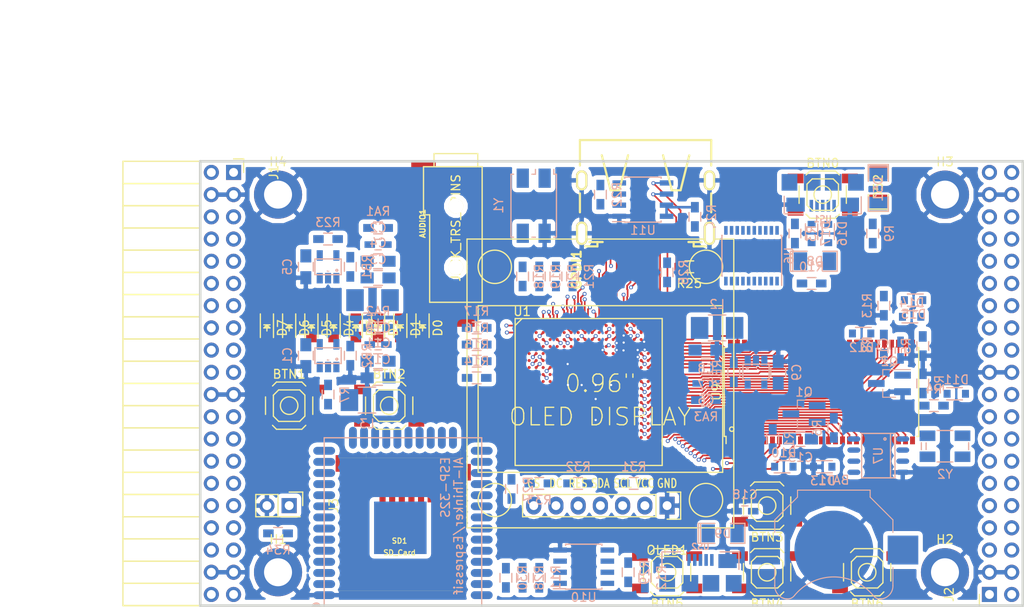
<source format=kicad_pcb>
(kicad_pcb (version 4) (host pcbnew 4.0.5+dfsg1-4)
  (layers (0 F.Cu signal hide) (1 In1.Cu signal) (2 In2.Cu signal hide) (31 B.Cu signal hide) (34 B.Paste user) (35 F.Paste user) (36 B.SilkS user) (37 F.SilkS user) (38 B.Mask user) (39 F.Mask user) (44 Edge.Cuts user))
  (net 0 "")
  (net 1 GND)
  (net 2 +5V)
  (net 3 /gpio/IN5V)
  (net 4 /gpio/OUT5V)
  (net 5 +3V3)
  (net 6 "Net-(L1-Pad1)")
  (net 7 "Net-(L2-Pad1)")
  (net 8 +1V2)
  (net 9 BTN_D)
  (net 10 BTN_F1)
  (net 11 BTN_F2)
  (net 12 BTN_L)
  (net 13 BTN_R)
  (net 14 BTN_U)
  (net 15 /power/FB1)
  (net 16 +2V5)
  (net 17 "Net-(L3-Pad1)")
  (net 18 /power/PWREN)
  (net 19 /power/FB3)
  (net 20 /power/FB2)
  (net 21 "Net-(D9-Pad1)")
  (net 22 /power/VBAT)
  (net 23 JTAG_TDI)
  (net 24 JTAG_TCK)
  (net 25 JTAG_TMS)
  (net 26 JTAG_TDO)
  (net 27 /power/WAKEUPn)
  (net 28 /power/WKUP)
  (net 29 /power/SHUT)
  (net 30 /power/WAKE)
  (net 31 /power/HOLD)
  (net 32 /power/WKn)
  (net 33 /power/OSCI_32k)
  (net 34 /power/OSCO_32k)
  (net 35 FTDI_nSUSPEND)
  (net 36 "Net-(Q2-Pad3)")
  (net 37 SHUTDOWN)
  (net 38 /analog/AUDIO_L)
  (net 39 /analog/AUDIO_R)
  (net 40 GPDI_5V_SCL)
  (net 41 GPDI_5V_SDA)
  (net 42 GPDI_SDA)
  (net 43 GPDI_SCL)
  (net 44 /gpdi/VREF2)
  (net 45 /blinkey/BTNPU)
  (net 46 SD_CMD)
  (net 47 SD_CLK)
  (net 48 SD_D0)
  (net 49 SD_D1)
  (net 50 USB5V)
  (net 51 "Net-(BTN0-Pad1)")
  (net 52 GPDI_CEC)
  (net 53 nRESET)
  (net 54 /usb/FT3V3)
  (net 55 FTDI_nDTR)
  (net 56 SDRAM_CKE)
  (net 57 SDRAM_A7)
  (net 58 SDRAM_D15)
  (net 59 SDRAM_BA1)
  (net 60 SDRAM_D7)
  (net 61 SDRAM_A6)
  (net 62 SDRAM_CLK)
  (net 63 SDRAM_D13)
  (net 64 SDRAM_BA0)
  (net 65 SDRAM_D6)
  (net 66 SDRAM_A5)
  (net 67 SDRAM_D14)
  (net 68 SDRAM_A11)
  (net 69 SDRAM_D12)
  (net 70 SDRAM_D5)
  (net 71 SDRAM_A4)
  (net 72 SDRAM_A10)
  (net 73 SDRAM_D11)
  (net 74 SDRAM_A3)
  (net 75 SDRAM_D4)
  (net 76 SDRAM_D10)
  (net 77 SDRAM_D9)
  (net 78 SDRAM_A9)
  (net 79 SDRAM_D3)
  (net 80 SDRAM_D8)
  (net 81 SDRAM_A8)
  (net 82 SDRAM_A2)
  (net 83 SDRAM_A1)
  (net 84 SDRAM_A0)
  (net 85 SDRAM_D2)
  (net 86 SDRAM_D1)
  (net 87 SDRAM_D0)
  (net 88 SDRAM_DQM0)
  (net 89 SDRAM_nCS)
  (net 90 SDRAM_nRAS)
  (net 91 SDRAM_DQM1)
  (net 92 SDRAM_nCAS)
  (net 93 SDRAM_nWE)
  (net 94 /flash/FLASH_nWP)
  (net 95 /flash/FLASH_nHOLD)
  (net 96 /flash/FLASH_MOSI)
  (net 97 /flash/FLASH_MISO)
  (net 98 /flash/FLASH_SCK)
  (net 99 /flash/FLASH_nCS)
  (net 100 /flash/FPGA_PROGRAMN)
  (net 101 /flash/FPGA_DONE)
  (net 102 /flash/FPGA_INITN)
  (net 103 OLED_RES)
  (net 104 OLED_DC)
  (net 105 OLED_CS)
  (net 106 WIFI_EN)
  (net 107 FTDI_nRTS)
  (net 108 WIFI_GPIO2)
  (net 109 FTDI_TXD)
  (net 110 FTDI_RXD)
  (net 111 WIFI_RXD)
  (net 112 WIFI_GPIO0)
  (net 113 FTDI_nCTS)
  (net 114 WIFI_TXD)
  (net 115 FTDI_nRI)
  (net 116 FTDI_nDCD)
  (net 117 /gpdi/CLK_25MHz)
  (net 118 GPDI_ETH-)
  (net 119 GPDI_ETH+)
  (net 120 GPDI_D2+)
  (net 121 GPDI_D2-)
  (net 122 GPDI_D1+)
  (net 123 GPDI_D1-)
  (net 124 GPDI_D0+)
  (net 125 GPDI_D0-)
  (net 126 GPDI_CLK+)
  (net 127 GPDI_CLK-)
  (net 128 USB_FPGA_D+)
  (net 129 USB_FPGA_D-)
  (net 130 USB_FTDI_D+)
  (net 131 USB_FTDI_D-)
  (net 132 J1_17-)
  (net 133 J1_17+)
  (net 134 J1_23-)
  (net 135 J1_23+)
  (net 136 J1_25-)
  (net 137 J1_25+)
  (net 138 J1_27-)
  (net 139 J1_27+)
  (net 140 J1_29-)
  (net 141 J1_29+)
  (net 142 J1_31-)
  (net 143 J1_31+)
  (net 144 J1_33-)
  (net 145 J1_33+)
  (net 146 J1_35-)
  (net 147 J1_35+)
  (net 148 J2_5-)
  (net 149 J2_5+)
  (net 150 J2_7-)
  (net 151 J2_7+)
  (net 152 J2_9-)
  (net 153 J2_9+)
  (net 154 J2_13-)
  (net 155 J2_13+)
  (net 156 J2_17-)
  (net 157 J2_17+)
  (net 158 J2_11-)
  (net 159 J2_11+)
  (net 160 J2_23-)
  (net 161 J2_23+)
  (net 162 J1_5-)
  (net 163 J1_5+)
  (net 164 J1_7-)
  (net 165 J1_7+)
  (net 166 J1_9-)
  (net 167 J1_9+)
  (net 168 J1_11-)
  (net 169 J1_11+)
  (net 170 J1_13-)
  (net 171 J1_13+)
  (net 172 J1_15-)
  (net 173 J1_15+)
  (net 174 J2_15-)
  (net 175 J2_15+)
  (net 176 J2_25-)
  (net 177 J2_25+)
  (net 178 J2_27-)
  (net 179 J2_27+)
  (net 180 J2_29-)
  (net 181 J2_29+)
  (net 182 J2_31-)
  (net 183 J2_31+)
  (net 184 J2_33-)
  (net 185 J2_33+)
  (net 186 J2_35-)
  (net 187 J2_35+)
  (net 188 SD_D3)
  (net 189 AUDIO_L3)
  (net 190 AUDIO_L2)
  (net 191 AUDIO_L1)
  (net 192 AUDIO_L0)
  (net 193 AUDIO_R3)
  (net 194 AUDIO_R2)
  (net 195 AUDIO_R1)
  (net 196 AUDIO_R0)
  (net 197 FTDI_nDSR)
  (net 198 OLED_CLK)
  (net 199 OLED_MOSI)
  (net 200 WIFI_GPIO15)
  (net 201 LED0)
  (net 202 LED1)
  (net 203 LED2)
  (net 204 LED3)
  (net 205 LED4)
  (net 206 LED5)
  (net 207 LED6)
  (net 208 LED7)
  (net 209 BTN_PWRn)
  (module lfe5bg381:BGA-381_pitch0.8mm_dia0.4mm (layer F.Cu) (at 138.48 87.8)
    (fp_text reference U1 (at -7.6 -9.2) (layer F.SilkS))
    (fp_text value LFE5U-25F-6BG381C)
    (pad A2 smd circle (at -6.8 -7.6) (size 0.35 0.35) (layers F.Cu F.Paste F.Mask) (net 139 J1_27+))
    (pad A3 smd circle (at -6 -7.6) (size 0.35 0.35) (layers F.Cu F.Paste F.Mask) (net 192 AUDIO_L0))
    (pad A4 smd circle (at -5.2 -7.6) (size 0.35 0.35) (layers F.Cu F.Paste F.Mask) (net 137 J1_25+))
    (pad A5 smd circle (at -4.4 -7.6) (size 0.35 0.35) (layers F.Cu F.Paste F.Mask) (net 136 J1_25-))
    (pad A6 smd circle (at -3.6 -7.6) (size 0.35 0.35) (layers F.Cu F.Paste F.Mask) (net 135 J1_23+))
    (pad A7 smd circle (at -2.8 -7.6) (size 0.35 0.35) (layers F.Cu F.Paste F.Mask) (net 173 J1_15+))
    (pad A8 smd circle (at -2 -7.6) (size 0.35 0.35) (layers F.Cu F.Paste F.Mask) (net 172 J1_15-))
    (pad A9 smd circle (at -1.2 -7.6) (size 0.35 0.35) (layers F.Cu F.Paste F.Mask) (net 166 J1_9-))
    (pad A10 smd circle (at -0.4 -7.6) (size 0.35 0.35) (layers F.Cu F.Paste F.Mask) (net 165 J1_7+))
    (pad A11 smd circle (at 0.4 -7.6) (size 0.35 0.35) (layers F.Cu F.Paste F.Mask) (net 164 J1_7-))
    (pad A12 smd circle (at 1.2 -7.6) (size 0.35 0.35) (layers F.Cu F.Paste F.Mask) (net 119 GPDI_ETH+))
    (pad A13 smd circle (at 2 -7.6) (size 0.35 0.35) (layers F.Cu F.Paste F.Mask) (net 118 GPDI_ETH-))
    (pad A14 smd circle (at 2.8 -7.6) (size 0.35 0.35) (layers F.Cu F.Paste F.Mask) (net 120 GPDI_D2+))
    (pad A15 smd circle (at 3.6 -7.6) (size 0.35 0.35) (layers F.Cu F.Paste F.Mask))
    (pad A16 smd circle (at 4.4 -7.6) (size 0.35 0.35) (layers F.Cu F.Paste F.Mask) (net 122 GPDI_D1+))
    (pad A17 smd circle (at 5.2 -7.6) (size 0.35 0.35) (layers F.Cu F.Paste F.Mask) (net 124 GPDI_D0+))
    (pad A18 smd circle (at 6 -7.6) (size 0.35 0.35) (layers F.Cu F.Paste F.Mask) (net 126 GPDI_CLK+))
    (pad A19 smd circle (at 6.8 -7.6) (size 0.35 0.35) (layers F.Cu F.Paste F.Mask) (net 52 GPDI_CEC))
    (pad B1 smd circle (at -7.6 -6.8) (size 0.35 0.35) (layers F.Cu F.Paste F.Mask) (net 138 J1_27-))
    (pad B2 smd circle (at -6.8 -6.8) (size 0.35 0.35) (layers F.Cu F.Paste F.Mask) (net 203 LED2))
    (pad B3 smd circle (at -6 -6.8) (size 0.35 0.35) (layers F.Cu F.Paste F.Mask) (net 193 AUDIO_R3))
    (pad B4 smd circle (at -5.2 -6.8) (size 0.35 0.35) (layers F.Cu F.Paste F.Mask) (net 140 J1_29-))
    (pad B5 smd circle (at -4.4 -6.8) (size 0.35 0.35) (layers F.Cu F.Paste F.Mask) (net 191 AUDIO_L1))
    (pad B6 smd circle (at -3.6 -6.8) (size 0.35 0.35) (layers F.Cu F.Paste F.Mask) (net 134 J1_23-))
    (pad B7 smd circle (at -2.8 -6.8) (size 0.35 0.35) (layers F.Cu F.Paste F.Mask) (net 1 GND))
    (pad B8 smd circle (at -2 -6.8) (size 0.35 0.35) (layers F.Cu F.Paste F.Mask) (net 170 J1_13-))
    (pad B9 smd circle (at -1.2 -6.8) (size 0.35 0.35) (layers F.Cu F.Paste F.Mask) (net 169 J1_11+))
    (pad B10 smd circle (at -0.4 -6.8) (size 0.35 0.35) (layers F.Cu F.Paste F.Mask) (net 167 J1_9+))
    (pad B11 smd circle (at 0.4 -6.8) (size 0.35 0.35) (layers F.Cu F.Paste F.Mask) (net 163 J1_5+))
    (pad B12 smd circle (at 1.2 -6.8) (size 0.35 0.35) (layers F.Cu F.Paste F.Mask) (net 117 /gpdi/CLK_25MHz))
    (pad B13 smd circle (at 2 -6.8) (size 0.35 0.35) (layers F.Cu F.Paste F.Mask) (net 187 J2_35+))
    (pad B14 smd circle (at 2.8 -6.8) (size 0.35 0.35) (layers F.Cu F.Paste F.Mask) (net 1 GND))
    (pad B15 smd circle (at 3.6 -6.8) (size 0.35 0.35) (layers F.Cu F.Paste F.Mask) (net 183 J2_31+))
    (pad B16 smd circle (at 4.4 -6.8) (size 0.35 0.35) (layers F.Cu F.Paste F.Mask) (net 123 GPDI_D1-))
    (pad B17 smd circle (at 5.2 -6.8) (size 0.35 0.35) (layers F.Cu F.Paste F.Mask) (net 179 J2_27+))
    (pad B18 smd circle (at 6 -6.8) (size 0.35 0.35) (layers F.Cu F.Paste F.Mask) (net 125 GPDI_D0-))
    (pad B19 smd circle (at 6.8 -6.8) (size 0.35 0.35) (layers F.Cu F.Paste F.Mask) (net 127 GPDI_CLK-))
    (pad B20 smd circle (at 7.6 -6.8) (size 0.35 0.35) (layers F.Cu F.Paste F.Mask) (net 43 GPDI_SCL))
    (pad C1 smd circle (at -7.6 -6) (size 0.35 0.35) (layers F.Cu F.Paste F.Mask) (net 207 LED6))
    (pad C2 smd circle (at -6.8 -6) (size 0.35 0.35) (layers F.Cu F.Paste F.Mask) (net 204 LED3))
    (pad C3 smd circle (at -6 -6) (size 0.35 0.35) (layers F.Cu F.Paste F.Mask) (net 190 AUDIO_L2))
    (pad C4 smd circle (at -5.2 -6) (size 0.35 0.35) (layers F.Cu F.Paste F.Mask) (net 141 J1_29+))
    (pad C5 smd circle (at -4.4 -6) (size 0.35 0.35) (layers F.Cu F.Paste F.Mask) (net 195 AUDIO_R1))
    (pad C6 smd circle (at -3.6 -6) (size 0.35 0.35) (layers F.Cu F.Paste F.Mask) (net 133 J1_17+))
    (pad C7 smd circle (at -2.8 -6) (size 0.35 0.35) (layers F.Cu F.Paste F.Mask) (net 132 J1_17-))
    (pad C8 smd circle (at -2 -6) (size 0.35 0.35) (layers F.Cu F.Paste F.Mask) (net 171 J1_13+))
    (pad C9 smd circle (at -1.2 -6) (size 0.35 0.35) (layers F.Cu F.Paste F.Mask))
    (pad C10 smd circle (at -0.4 -6) (size 0.35 0.35) (layers F.Cu F.Paste F.Mask) (net 168 J1_11-))
    (pad C11 smd circle (at 0.4 -6) (size 0.35 0.35) (layers F.Cu F.Paste F.Mask) (net 162 J1_5-))
    (pad C12 smd circle (at 1.2 -6) (size 0.35 0.35) (layers F.Cu F.Paste F.Mask) (net 42 GPDI_SDA))
    (pad C13 smd circle (at 2 -6) (size 0.35 0.35) (layers F.Cu F.Paste F.Mask) (net 186 J2_35-))
    (pad C14 smd circle (at 2.8 -6) (size 0.35 0.35) (layers F.Cu F.Paste F.Mask) (net 121 GPDI_D2-))
    (pad C15 smd circle (at 3.6 -6) (size 0.35 0.35) (layers F.Cu F.Paste F.Mask) (net 182 J2_31-))
    (pad C16 smd circle (at 4.4 -6) (size 0.35 0.35) (layers F.Cu F.Paste F.Mask) (net 181 J2_29+))
    (pad C17 smd circle (at 5.2 -6) (size 0.35 0.35) (layers F.Cu F.Paste F.Mask) (net 178 J2_27-))
    (pad C18 smd circle (at 6 -6) (size 0.35 0.35) (layers F.Cu F.Paste F.Mask) (net 161 J2_23+))
    (pad C19 smd circle (at 6.8 -6) (size 0.35 0.35) (layers F.Cu F.Paste F.Mask) (net 1 GND))
    (pad C20 smd circle (at 7.6 -6) (size 0.35 0.35) (layers F.Cu F.Paste F.Mask) (net 58 SDRAM_D15))
    (pad D1 smd circle (at -7.6 -5.2) (size 0.35 0.35) (layers F.Cu F.Paste F.Mask) (net 208 LED7))
    (pad D2 smd circle (at -6.8 -5.2) (size 0.35 0.35) (layers F.Cu F.Paste F.Mask) (net 205 LED4))
    (pad D3 smd circle (at -6 -5.2) (size 0.35 0.35) (layers F.Cu F.Paste F.Mask) (net 194 AUDIO_R2))
    (pad D4 smd circle (at -5.2 -5.2) (size 0.35 0.35) (layers F.Cu F.Paste F.Mask) (net 1 GND))
    (pad D5 smd circle (at -4.4 -5.2) (size 0.35 0.35) (layers F.Cu F.Paste F.Mask) (net 202 LED1))
    (pad D6 smd circle (at -3.6 -5.2) (size 0.35 0.35) (layers F.Cu F.Paste F.Mask) (net 209 BTN_PWRn))
    (pad D7 smd circle (at -2.8 -5.2) (size 0.35 0.35) (layers F.Cu F.Paste F.Mask))
    (pad D8 smd circle (at -2 -5.2) (size 0.35 0.35) (layers F.Cu F.Paste F.Mask))
    (pad D9 smd circle (at -1.2 -5.2) (size 0.35 0.35) (layers F.Cu F.Paste F.Mask))
    (pad D10 smd circle (at -0.4 -5.2) (size 0.35 0.35) (layers F.Cu F.Paste F.Mask))
    (pad D11 smd circle (at 0.4 -5.2) (size 0.35 0.35) (layers F.Cu F.Paste F.Mask) (net 14 BTN_U))
    (pad D12 smd circle (at 1.2 -5.2) (size 0.35 0.35) (layers F.Cu F.Paste F.Mask))
    (pad D13 smd circle (at 2 -5.2) (size 0.35 0.35) (layers F.Cu F.Paste F.Mask) (net 185 J2_33+))
    (pad D14 smd circle (at 2.8 -5.2) (size 0.35 0.35) (layers F.Cu F.Paste F.Mask) (net 175 J2_15+))
    (pad D15 smd circle (at 3.6 -5.2) (size 0.35 0.35) (layers F.Cu F.Paste F.Mask) (net 177 J2_25+))
    (pad D16 smd circle (at 4.4 -5.2) (size 0.35 0.35) (layers F.Cu F.Paste F.Mask) (net 180 J2_29-))
    (pad D17 smd circle (at 5.2 -5.2) (size 0.35 0.35) (layers F.Cu F.Paste F.Mask) (net 160 J2_23-))
    (pad D18 smd circle (at 6 -5.2) (size 0.35 0.35) (layers F.Cu F.Paste F.Mask) (net 157 J2_17+))
    (pad D19 smd circle (at 6.8 -5.2) (size 0.35 0.35) (layers F.Cu F.Paste F.Mask) (net 67 SDRAM_D14))
    (pad D20 smd circle (at 7.6 -5.2) (size 0.35 0.35) (layers F.Cu F.Paste F.Mask) (net 63 SDRAM_D13))
    (pad E1 smd circle (at -7.6 -4.4) (size 0.35 0.35) (layers F.Cu F.Paste F.Mask) (net 206 LED5))
    (pad E2 smd circle (at -6.8 -4.4) (size 0.35 0.35) (layers F.Cu F.Paste F.Mask))
    (pad E3 smd circle (at -6 -4.4) (size 0.35 0.35) (layers F.Cu F.Paste F.Mask) (net 142 J1_31-))
    (pad E4 smd circle (at -5.2 -4.4) (size 0.35 0.35) (layers F.Cu F.Paste F.Mask) (net 201 LED0))
    (pad E5 smd circle (at -4.4 -4.4) (size 0.35 0.35) (layers F.Cu F.Paste F.Mask) (net 189 AUDIO_L3))
    (pad E6 smd circle (at -3.6 -4.4) (size 0.35 0.35) (layers F.Cu F.Paste F.Mask))
    (pad E7 smd circle (at -2.8 -4.4) (size 0.35 0.35) (layers F.Cu F.Paste F.Mask))
    (pad E8 smd circle (at -2 -4.4) (size 0.35 0.35) (layers F.Cu F.Paste F.Mask))
    (pad E9 smd circle (at -1.2 -4.4) (size 0.35 0.35) (layers F.Cu F.Paste F.Mask))
    (pad E10 smd circle (at -0.4 -4.4) (size 0.35 0.35) (layers F.Cu F.Paste F.Mask))
    (pad E11 smd circle (at 0.4 -4.4) (size 0.35 0.35) (layers F.Cu F.Paste F.Mask))
    (pad E12 smd circle (at 1.2 -4.4) (size 0.35 0.35) (layers F.Cu F.Paste F.Mask))
    (pad E13 smd circle (at 2 -4.4) (size 0.35 0.35) (layers F.Cu F.Paste F.Mask) (net 184 J2_33-))
    (pad E14 smd circle (at 2.8 -4.4) (size 0.35 0.35) (layers F.Cu F.Paste F.Mask) (net 174 J2_15-))
    (pad E15 smd circle (at 3.6 -4.4) (size 0.35 0.35) (layers F.Cu F.Paste F.Mask) (net 176 J2_25-))
    (pad E16 smd circle (at 4.4 -4.4) (size 0.35 0.35) (layers F.Cu F.Paste F.Mask))
    (pad E17 smd circle (at 5.2 -4.4) (size 0.35 0.35) (layers F.Cu F.Paste F.Mask) (net 156 J2_17-))
    (pad E18 smd circle (at 6 -4.4) (size 0.35 0.35) (layers F.Cu F.Paste F.Mask) (net 75 SDRAM_D4))
    (pad E19 smd circle (at 6.8 -4.4) (size 0.35 0.35) (layers F.Cu F.Paste F.Mask) (net 69 SDRAM_D12))
    (pad E20 smd circle (at 7.6 -4.4) (size 0.35 0.35) (layers F.Cu F.Paste F.Mask) (net 73 SDRAM_D11))
    (pad F1 smd circle (at -7.6 -3.6) (size 0.35 0.35) (layers F.Cu F.Paste F.Mask) (net 110 FTDI_RXD))
    (pad F2 smd circle (at -6.8 -3.6) (size 0.35 0.35) (layers F.Cu F.Paste F.Mask))
    (pad F3 smd circle (at -6 -3.6) (size 0.35 0.35) (layers F.Cu F.Paste F.Mask) (net 144 J1_33-))
    (pad F4 smd circle (at -5.2 -3.6) (size 0.35 0.35) (layers F.Cu F.Paste F.Mask) (net 143 J1_31+))
    (pad F5 smd circle (at -4.4 -3.6) (size 0.35 0.35) (layers F.Cu F.Paste F.Mask) (net 196 AUDIO_R0))
    (pad F6 smd circle (at -3.6 -3.6) (size 0.35 0.35) (layers F.Cu F.Paste F.Mask) (net 16 +2V5))
    (pad F7 smd circle (at -2.8 -3.6) (size 0.35 0.35) (layers F.Cu F.Paste F.Mask) (net 1 GND))
    (pad F8 smd circle (at -2 -3.6) (size 0.35 0.35) (layers F.Cu F.Paste F.Mask) (net 1 GND))
    (pad F9 smd circle (at -1.2 -3.6) (size 0.35 0.35) (layers F.Cu F.Paste F.Mask) (net 5 +3V3))
    (pad F10 smd circle (at -0.4 -3.6) (size 0.35 0.35) (layers F.Cu F.Paste F.Mask) (net 5 +3V3))
    (pad F11 smd circle (at 0.4 -3.6) (size 0.35 0.35) (layers F.Cu F.Paste F.Mask) (net 5 +3V3))
    (pad F12 smd circle (at 1.2 -3.6) (size 0.35 0.35) (layers F.Cu F.Paste F.Mask) (net 5 +3V3))
    (pad F13 smd circle (at 2 -3.6) (size 0.35 0.35) (layers F.Cu F.Paste F.Mask) (net 1 GND))
    (pad F14 smd circle (at 2.8 -3.6) (size 0.35 0.35) (layers F.Cu F.Paste F.Mask) (net 1 GND))
    (pad F15 smd circle (at 3.6 -3.6) (size 0.35 0.35) (layers F.Cu F.Paste F.Mask) (net 16 +2V5))
    (pad F16 smd circle (at 4.4 -3.6) (size 0.35 0.35) (layers F.Cu F.Paste F.Mask))
    (pad F17 smd circle (at 5.2 -3.6) (size 0.35 0.35) (layers F.Cu F.Paste F.Mask) (net 155 J2_13+))
    (pad F18 smd circle (at 6 -3.6) (size 0.35 0.35) (layers F.Cu F.Paste F.Mask) (net 70 SDRAM_D5))
    (pad F19 smd circle (at 6.8 -3.6) (size 0.35 0.35) (layers F.Cu F.Paste F.Mask) (net 76 SDRAM_D10))
    (pad F20 smd circle (at 7.6 -3.6) (size 0.35 0.35) (layers F.Cu F.Paste F.Mask) (net 77 SDRAM_D9))
    (pad G1 smd circle (at -7.6 -2.8) (size 0.35 0.35) (layers F.Cu F.Paste F.Mask) (net 109 FTDI_TXD))
    (pad G2 smd circle (at -6.8 -2.8) (size 0.35 0.35) (layers F.Cu F.Paste F.Mask) (net 111 WIFI_RXD))
    (pad G3 smd circle (at -6 -2.8) (size 0.35 0.35) (layers F.Cu F.Paste F.Mask) (net 145 J1_33+))
    (pad G4 smd circle (at -5.2 -2.8) (size 0.35 0.35) (layers F.Cu F.Paste F.Mask) (net 1 GND))
    (pad G5 smd circle (at -4.4 -2.8) (size 0.35 0.35) (layers F.Cu F.Paste F.Mask) (net 146 J1_35-))
    (pad G6 smd circle (at -3.6 -2.8) (size 0.35 0.35) (layers F.Cu F.Paste F.Mask) (net 1 GND))
    (pad G7 smd circle (at -2.8 -2.8) (size 0.35 0.35) (layers F.Cu F.Paste F.Mask) (net 1 GND))
    (pad G8 smd circle (at -2 -2.8) (size 0.35 0.35) (layers F.Cu F.Paste F.Mask) (net 1 GND))
    (pad G9 smd circle (at -1.2 -2.8) (size 0.35 0.35) (layers F.Cu F.Paste F.Mask) (net 1 GND))
    (pad G10 smd circle (at -0.4 -2.8) (size 0.35 0.35) (layers F.Cu F.Paste F.Mask) (net 1 GND))
    (pad G11 smd circle (at 0.4 -2.8) (size 0.35 0.35) (layers F.Cu F.Paste F.Mask) (net 1 GND))
    (pad G12 smd circle (at 1.2 -2.8) (size 0.35 0.35) (layers F.Cu F.Paste F.Mask) (net 1 GND))
    (pad G13 smd circle (at 2 -2.8) (size 0.35 0.35) (layers F.Cu F.Paste F.Mask) (net 1 GND))
    (pad G14 smd circle (at 2.8 -2.8) (size 0.35 0.35) (layers F.Cu F.Paste F.Mask) (net 1 GND))
    (pad G15 smd circle (at 3.6 -2.8) (size 0.35 0.35) (layers F.Cu F.Paste F.Mask) (net 1 GND))
    (pad G16 smd circle (at 4.4 -2.8) (size 0.35 0.35) (layers F.Cu F.Paste F.Mask))
    (pad G17 smd circle (at 5.2 -2.8) (size 0.35 0.35) (layers F.Cu F.Paste F.Mask) (net 1 GND))
    (pad G18 smd circle (at 6 -2.8) (size 0.35 0.35) (layers F.Cu F.Paste F.Mask) (net 154 J2_13-))
    (pad G19 smd circle (at 6.8 -2.8) (size 0.35 0.35) (layers F.Cu F.Paste F.Mask) (net 80 SDRAM_D8))
    (pad G20 smd circle (at 7.6 -2.8) (size 0.35 0.35) (layers F.Cu F.Paste F.Mask) (net 91 SDRAM_DQM1))
    (pad H1 smd circle (at -7.6 -2) (size 0.35 0.35) (layers F.Cu F.Paste F.Mask) (net 200 WIFI_GPIO15))
    (pad H2 smd circle (at -6.8 -2) (size 0.35 0.35) (layers F.Cu F.Paste F.Mask) (net 114 WIFI_TXD))
    (pad H3 smd circle (at -6 -2) (size 0.35 0.35) (layers F.Cu F.Paste F.Mask))
    (pad H4 smd circle (at -5.2 -2) (size 0.35 0.35) (layers F.Cu F.Paste F.Mask) (net 147 J1_35+))
    (pad H5 smd circle (at -4.4 -2) (size 0.35 0.35) (layers F.Cu F.Paste F.Mask))
    (pad H6 smd circle (at -3.6 -2) (size 0.35 0.35) (layers F.Cu F.Paste F.Mask) (net 5 +3V3))
    (pad H7 smd circle (at -2.8 -2) (size 0.35 0.35) (layers F.Cu F.Paste F.Mask) (net 5 +3V3))
    (pad H8 smd circle (at -2 -2) (size 0.35 0.35) (layers F.Cu F.Paste F.Mask) (net 8 +1V2))
    (pad H9 smd circle (at -1.2 -2) (size 0.35 0.35) (layers F.Cu F.Paste F.Mask) (net 8 +1V2))
    (pad H10 smd circle (at -0.4 -2) (size 0.35 0.35) (layers F.Cu F.Paste F.Mask) (net 8 +1V2))
    (pad H11 smd circle (at 0.4 -2) (size 0.35 0.35) (layers F.Cu F.Paste F.Mask) (net 8 +1V2))
    (pad H12 smd circle (at 1.2 -2) (size 0.35 0.35) (layers F.Cu F.Paste F.Mask) (net 8 +1V2))
    (pad H13 smd circle (at 2 -2) (size 0.35 0.35) (layers F.Cu F.Paste F.Mask) (net 8 +1V2))
    (pad H14 smd circle (at 2.8 -2) (size 0.35 0.35) (layers F.Cu F.Paste F.Mask) (net 5 +3V3))
    (pad H15 smd circle (at 3.6 -2) (size 0.35 0.35) (layers F.Cu F.Paste F.Mask) (net 5 +3V3))
    (pad H16 smd circle (at 4.4 -2) (size 0.35 0.35) (layers F.Cu F.Paste F.Mask))
    (pad H17 smd circle (at 5.2 -2) (size 0.35 0.35) (layers F.Cu F.Paste F.Mask))
    (pad H18 smd circle (at 6 -2) (size 0.35 0.35) (layers F.Cu F.Paste F.Mask))
    (pad H19 smd circle (at 6.8 -2) (size 0.35 0.35) (layers F.Cu F.Paste F.Mask) (net 1 GND))
    (pad H20 smd circle (at 7.6 -2) (size 0.35 0.35) (layers F.Cu F.Paste F.Mask) (net 62 SDRAM_CLK))
    (pad J1 smd circle (at -7.6 -1.2) (size 0.35 0.35) (layers F.Cu F.Paste F.Mask) (net 198 OLED_CLK))
    (pad J2 smd circle (at -6.8 -1.2) (size 0.35 0.35) (layers F.Cu F.Paste F.Mask) (net 1 GND))
    (pad J3 smd circle (at -6 -1.2) (size 0.35 0.35) (layers F.Cu F.Paste F.Mask) (net 112 WIFI_GPIO0))
    (pad J4 smd circle (at -5.2 -1.2) (size 0.35 0.35) (layers F.Cu F.Paste F.Mask) (net 108 WIFI_GPIO2))
    (pad J5 smd circle (at -4.4 -1.2) (size 0.35 0.35) (layers F.Cu F.Paste F.Mask) (net 113 FTDI_nCTS))
    (pad J6 smd circle (at -3.6 -1.2) (size 0.35 0.35) (layers F.Cu F.Paste F.Mask) (net 5 +3V3))
    (pad J7 smd circle (at -2.8 -1.2) (size 0.35 0.35) (layers F.Cu F.Paste F.Mask) (net 1 GND))
    (pad J8 smd circle (at -2 -1.2) (size 0.35 0.35) (layers F.Cu F.Paste F.Mask) (net 8 +1V2))
    (pad J9 smd circle (at -1.2 -1.2) (size 0.35 0.35) (layers F.Cu F.Paste F.Mask) (net 1 GND))
    (pad J10 smd circle (at -0.4 -1.2) (size 0.35 0.35) (layers F.Cu F.Paste F.Mask) (net 1 GND))
    (pad J11 smd circle (at 0.4 -1.2) (size 0.35 0.35) (layers F.Cu F.Paste F.Mask) (net 1 GND))
    (pad J12 smd circle (at 1.2 -1.2) (size 0.35 0.35) (layers F.Cu F.Paste F.Mask) (net 1 GND))
    (pad J13 smd circle (at 2 -1.2) (size 0.35 0.35) (layers F.Cu F.Paste F.Mask) (net 8 +1V2))
    (pad J14 smd circle (at 2.8 -1.2) (size 0.35 0.35) (layers F.Cu F.Paste F.Mask) (net 1 GND))
    (pad J15 smd circle (at 3.6 -1.2) (size 0.35 0.35) (layers F.Cu F.Paste F.Mask) (net 5 +3V3))
    (pad J16 smd circle (at 4.4 -1.2) (size 0.35 0.35) (layers F.Cu F.Paste F.Mask))
    (pad J17 smd circle (at 5.2 -1.2) (size 0.35 0.35) (layers F.Cu F.Paste F.Mask))
    (pad J18 smd circle (at 6 -1.2) (size 0.35 0.35) (layers F.Cu F.Paste F.Mask) (net 79 SDRAM_D3))
    (pad J19 smd circle (at 6.8 -1.2) (size 0.35 0.35) (layers F.Cu F.Paste F.Mask) (net 56 SDRAM_CKE))
    (pad J20 smd circle (at 7.6 -1.2) (size 0.35 0.35) (layers F.Cu F.Paste F.Mask) (net 68 SDRAM_A11))
    (pad K1 smd circle (at -7.6 -0.4) (size 0.35 0.35) (layers F.Cu F.Paste F.Mask) (net 55 FTDI_nDTR))
    (pad K2 smd circle (at -6.8 -0.4) (size 0.35 0.35) (layers F.Cu F.Paste F.Mask) (net 199 OLED_MOSI))
    (pad K3 smd circle (at -6 -0.4) (size 0.35 0.35) (layers F.Cu F.Paste F.Mask) (net 107 FTDI_nRTS))
    (pad K4 smd circle (at -5.2 -0.4) (size 0.35 0.35) (layers F.Cu F.Paste F.Mask) (net 103 OLED_RES))
    (pad K5 smd circle (at -4.4 -0.4) (size 0.35 0.35) (layers F.Cu F.Paste F.Mask) (net 104 OLED_DC))
    (pad K6 smd circle (at -3.6 -0.4) (size 0.35 0.35) (layers F.Cu F.Paste F.Mask) (net 1 GND))
    (pad K7 smd circle (at -2.8 -0.4) (size 0.35 0.35) (layers F.Cu F.Paste F.Mask) (net 1 GND))
    (pad K8 smd circle (at -2 -0.4) (size 0.35 0.35) (layers F.Cu F.Paste F.Mask) (net 8 +1V2))
    (pad K9 smd circle (at -1.2 -0.4) (size 0.35 0.35) (layers F.Cu F.Paste F.Mask) (net 1 GND))
    (pad K10 smd circle (at -0.4 -0.4) (size 0.35 0.35) (layers F.Cu F.Paste F.Mask) (net 1 GND))
    (pad K11 smd circle (at 0.4 -0.4) (size 0.35 0.35) (layers F.Cu F.Paste F.Mask) (net 1 GND))
    (pad K12 smd circle (at 1.2 -0.4) (size 0.35 0.35) (layers F.Cu F.Paste F.Mask) (net 1 GND))
    (pad K13 smd circle (at 2 -0.4) (size 0.35 0.35) (layers F.Cu F.Paste F.Mask) (net 8 +1V2))
    (pad K14 smd circle (at 2.8 -0.4) (size 0.35 0.35) (layers F.Cu F.Paste F.Mask) (net 1 GND))
    (pad K15 smd circle (at 3.6 -0.4) (size 0.35 0.35) (layers F.Cu F.Paste F.Mask) (net 1 GND))
    (pad K16 smd circle (at 4.4 -0.4) (size 0.35 0.35) (layers F.Cu F.Paste F.Mask))
    (pad K17 smd circle (at 5.2 -0.4) (size 0.35 0.35) (layers F.Cu F.Paste F.Mask))
    (pad K18 smd circle (at 6 -0.4) (size 0.35 0.35) (layers F.Cu F.Paste F.Mask) (net 85 SDRAM_D2))
    (pad K19 smd circle (at 6.8 -0.4) (size 0.35 0.35) (layers F.Cu F.Paste F.Mask) (net 78 SDRAM_A9))
    (pad K20 smd circle (at 7.6 -0.4) (size 0.35 0.35) (layers F.Cu F.Paste F.Mask) (net 81 SDRAM_A8))
    (pad L1 smd circle (at -7.6 0.4) (size 0.35 0.35) (layers F.Cu F.Paste F.Mask) (net 48 SD_D0))
    (pad L2 smd circle (at -6.8 0.4) (size 0.35 0.35) (layers F.Cu F.Paste F.Mask) (net 116 FTDI_nDCD))
    (pad L3 smd circle (at -6 0.4) (size 0.35 0.35) (layers F.Cu F.Paste F.Mask))
    (pad L4 smd circle (at -5.2 0.4) (size 0.35 0.35) (layers F.Cu F.Paste F.Mask) (net 106 WIFI_EN))
    (pad L5 smd circle (at -4.4 0.4) (size 0.35 0.35) (layers F.Cu F.Paste F.Mask) (net 197 FTDI_nDSR))
    (pad L6 smd circle (at -3.6 0.4) (size 0.35 0.35) (layers F.Cu F.Paste F.Mask) (net 5 +3V3))
    (pad L7 smd circle (at -2.8 0.4) (size 0.35 0.35) (layers F.Cu F.Paste F.Mask) (net 5 +3V3))
    (pad L8 smd circle (at -2 0.4) (size 0.35 0.35) (layers F.Cu F.Paste F.Mask) (net 8 +1V2))
    (pad L9 smd circle (at -1.2 0.4) (size 0.35 0.35) (layers F.Cu F.Paste F.Mask) (net 1 GND))
    (pad L10 smd circle (at -0.4 0.4) (size 0.35 0.35) (layers F.Cu F.Paste F.Mask) (net 1 GND))
    (pad L11 smd circle (at 0.4 0.4) (size 0.35 0.35) (layers F.Cu F.Paste F.Mask) (net 1 GND))
    (pad L12 smd circle (at 1.2 0.4) (size 0.35 0.35) (layers F.Cu F.Paste F.Mask) (net 1 GND))
    (pad L13 smd circle (at 2 0.4) (size 0.35 0.35) (layers F.Cu F.Paste F.Mask) (net 8 +1V2))
    (pad L14 smd circle (at 2.8 0.4) (size 0.35 0.35) (layers F.Cu F.Paste F.Mask) (net 5 +3V3))
    (pad L15 smd circle (at 3.6 0.4) (size 0.35 0.35) (layers F.Cu F.Paste F.Mask) (net 5 +3V3))
    (pad L16 smd circle (at 4.4 0.4) (size 0.35 0.35) (layers F.Cu F.Paste F.Mask) (net 159 J2_11+))
    (pad L17 smd circle (at 5.2 0.4) (size 0.35 0.35) (layers F.Cu F.Paste F.Mask) (net 158 J2_11-))
    (pad L18 smd circle (at 6 0.4) (size 0.35 0.35) (layers F.Cu F.Paste F.Mask) (net 86 SDRAM_D1))
    (pad L19 smd circle (at 6.8 0.4) (size 0.35 0.35) (layers F.Cu F.Paste F.Mask) (net 57 SDRAM_A7))
    (pad L20 smd circle (at 7.6 0.4) (size 0.35 0.35) (layers F.Cu F.Paste F.Mask) (net 61 SDRAM_A6))
    (pad M1 smd circle (at -7.6 1.2) (size 0.35 0.35) (layers F.Cu F.Paste F.Mask) (net 46 SD_CMD))
    (pad M2 smd circle (at -6.8 1.2) (size 0.35 0.35) (layers F.Cu F.Paste F.Mask) (net 1 GND))
    (pad M3 smd circle (at -6 1.2) (size 0.35 0.35) (layers F.Cu F.Paste F.Mask) (net 129 USB_FPGA_D-))
    (pad M4 smd circle (at -5.2 1.2) (size 0.35 0.35) (layers F.Cu F.Paste F.Mask))
    (pad M5 smd circle (at -4.4 1.2) (size 0.35 0.35) (layers F.Cu F.Paste F.Mask))
    (pad M6 smd circle (at -3.6 1.2) (size 0.35 0.35) (layers F.Cu F.Paste F.Mask) (net 5 +3V3))
    (pad M7 smd circle (at -2.8 1.2) (size 0.35 0.35) (layers F.Cu F.Paste F.Mask) (net 1 GND))
    (pad M8 smd circle (at -2 1.2) (size 0.35 0.35) (layers F.Cu F.Paste F.Mask) (net 8 +1V2))
    (pad M9 smd circle (at -1.2 1.2) (size 0.35 0.35) (layers F.Cu F.Paste F.Mask) (net 1 GND))
    (pad M10 smd circle (at -0.4 1.2) (size 0.35 0.35) (layers F.Cu F.Paste F.Mask) (net 1 GND))
    (pad M11 smd circle (at 0.4 1.2) (size 0.35 0.35) (layers F.Cu F.Paste F.Mask) (net 1 GND))
    (pad M12 smd circle (at 1.2 1.2) (size 0.35 0.35) (layers F.Cu F.Paste F.Mask) (net 1 GND))
    (pad M13 smd circle (at 2 1.2) (size 0.35 0.35) (layers F.Cu F.Paste F.Mask) (net 8 +1V2))
    (pad M14 smd circle (at 2.8 1.2) (size 0.35 0.35) (layers F.Cu F.Paste F.Mask) (net 1 GND))
    (pad M15 smd circle (at 3.6 1.2) (size 0.35 0.35) (layers F.Cu F.Paste F.Mask) (net 5 +3V3))
    (pad M16 smd circle (at 4.4 1.2) (size 0.35 0.35) (layers F.Cu F.Paste F.Mask) (net 1 GND))
    (pad M17 smd circle (at 5.2 1.2) (size 0.35 0.35) (layers F.Cu F.Paste F.Mask) (net 150 J2_7-))
    (pad M18 smd circle (at 6 1.2) (size 0.35 0.35) (layers F.Cu F.Paste F.Mask) (net 87 SDRAM_D0))
    (pad M19 smd circle (at 6.8 1.2) (size 0.35 0.35) (layers F.Cu F.Paste F.Mask) (net 66 SDRAM_A5))
    (pad M20 smd circle (at 7.6 1.2) (size 0.35 0.35) (layers F.Cu F.Paste F.Mask) (net 71 SDRAM_A4))
    (pad N1 smd circle (at -7.6 2) (size 0.35 0.35) (layers F.Cu F.Paste F.Mask) (net 47 SD_CLK))
    (pad N2 smd circle (at -6.8 2) (size 0.35 0.35) (layers F.Cu F.Paste F.Mask) (net 49 SD_D1))
    (pad N3 smd circle (at -6 2) (size 0.35 0.35) (layers F.Cu F.Paste F.Mask) (net 128 USB_FPGA_D+))
    (pad N4 smd circle (at -5.2 2) (size 0.35 0.35) (layers F.Cu F.Paste F.Mask) (net 105 OLED_CS))
    (pad N5 smd circle (at -4.4 2) (size 0.35 0.35) (layers F.Cu F.Paste F.Mask))
    (pad N6 smd circle (at -3.6 2) (size 0.35 0.35) (layers F.Cu F.Paste F.Mask) (net 1 GND))
    (pad N7 smd circle (at -2.8 2) (size 0.35 0.35) (layers F.Cu F.Paste F.Mask) (net 1 GND))
    (pad N8 smd circle (at -2 2) (size 0.35 0.35) (layers F.Cu F.Paste F.Mask) (net 8 +1V2))
    (pad N9 smd circle (at -1.2 2) (size 0.35 0.35) (layers F.Cu F.Paste F.Mask) (net 8 +1V2))
    (pad N10 smd circle (at -0.4 2) (size 0.35 0.35) (layers F.Cu F.Paste F.Mask) (net 8 +1V2))
    (pad N11 smd circle (at 0.4 2) (size 0.35 0.35) (layers F.Cu F.Paste F.Mask) (net 8 +1V2))
    (pad N12 smd circle (at 1.2 2) (size 0.35 0.35) (layers F.Cu F.Paste F.Mask) (net 8 +1V2))
    (pad N13 smd circle (at 2 2) (size 0.35 0.35) (layers F.Cu F.Paste F.Mask) (net 8 +1V2))
    (pad N14 smd circle (at 2.8 2) (size 0.35 0.35) (layers F.Cu F.Paste F.Mask) (net 1 GND))
    (pad N15 smd circle (at 3.6 2) (size 0.35 0.35) (layers F.Cu F.Paste F.Mask) (net 1 GND))
    (pad N16 smd circle (at 4.4 2) (size 0.35 0.35) (layers F.Cu F.Paste F.Mask) (net 151 J2_7+))
    (pad N17 smd circle (at 5.2 2) (size 0.35 0.35) (layers F.Cu F.Paste F.Mask) (net 153 J2_9+))
    (pad N18 smd circle (at 6 2) (size 0.35 0.35) (layers F.Cu F.Paste F.Mask) (net 65 SDRAM_D6))
    (pad N19 smd circle (at 6.8 2) (size 0.35 0.35) (layers F.Cu F.Paste F.Mask) (net 74 SDRAM_A3))
    (pad N20 smd circle (at 7.6 2) (size 0.35 0.35) (layers F.Cu F.Paste F.Mask) (net 82 SDRAM_A2))
    (pad P1 smd circle (at -7.6 2.8) (size 0.35 0.35) (layers F.Cu F.Paste F.Mask) (net 188 SD_D3))
    (pad P2 smd circle (at -6.8 2.8) (size 0.35 0.35) (layers F.Cu F.Paste F.Mask))
    (pad P3 smd circle (at -6 2.8) (size 0.35 0.35) (layers F.Cu F.Paste F.Mask))
    (pad P4 smd circle (at -5.2 2.8) (size 0.35 0.35) (layers F.Cu F.Paste F.Mask))
    (pad P5 smd circle (at -4.4 2.8) (size 0.35 0.35) (layers F.Cu F.Paste F.Mask) (net 115 FTDI_nRI))
    (pad P6 smd circle (at -3.6 2.8) (size 0.35 0.35) (layers F.Cu F.Paste F.Mask) (net 16 +2V5))
    (pad P7 smd circle (at -2.8 2.8) (size 0.35 0.35) (layers F.Cu F.Paste F.Mask) (net 1 GND))
    (pad P8 smd circle (at -2 2.8) (size 0.35 0.35) (layers F.Cu F.Paste F.Mask) (net 1 GND))
    (pad P9 smd circle (at -1.2 2.8) (size 0.35 0.35) (layers F.Cu F.Paste F.Mask) (net 5 +3V3))
    (pad P10 smd circle (at -0.4 2.8) (size 0.35 0.35) (layers F.Cu F.Paste F.Mask) (net 5 +3V3))
    (pad P11 smd circle (at 0.4 2.8) (size 0.35 0.35) (layers F.Cu F.Paste F.Mask) (net 1 GND))
    (pad P12 smd circle (at 1.2 2.8) (size 0.35 0.35) (layers F.Cu F.Paste F.Mask) (net 1 GND))
    (pad P13 smd circle (at 2 2.8) (size 0.35 0.35) (layers F.Cu F.Paste F.Mask) (net 1 GND))
    (pad P14 smd circle (at 2.8 2.8) (size 0.35 0.35) (layers F.Cu F.Paste F.Mask) (net 1 GND))
    (pad P15 smd circle (at 3.6 2.8) (size 0.35 0.35) (layers F.Cu F.Paste F.Mask) (net 16 +2V5))
    (pad P16 smd circle (at 4.4 2.8) (size 0.35 0.35) (layers F.Cu F.Paste F.Mask) (net 152 J2_9-))
    (pad P17 smd circle (at 5.2 2.8) (size 0.35 0.35) (layers F.Cu F.Paste F.Mask))
    (pad P18 smd circle (at 6 2.8) (size 0.35 0.35) (layers F.Cu F.Paste F.Mask) (net 60 SDRAM_D7))
    (pad P19 smd circle (at 6.8 2.8) (size 0.35 0.35) (layers F.Cu F.Paste F.Mask) (net 83 SDRAM_A1))
    (pad P20 smd circle (at 7.6 2.8) (size 0.35 0.35) (layers F.Cu F.Paste F.Mask) (net 84 SDRAM_A0))
    (pad R1 smd circle (at -7.6 3.6) (size 0.35 0.35) (layers F.Cu F.Paste F.Mask) (net 10 BTN_F1))
    (pad R2 smd circle (at -6.8 3.6) (size 0.35 0.35) (layers F.Cu F.Paste F.Mask) (net 99 /flash/FLASH_nCS))
    (pad R3 smd circle (at -6 3.6) (size 0.35 0.35) (layers F.Cu F.Paste F.Mask))
    (pad R4 smd circle (at -5.2 3.6) (size 0.35 0.35) (layers F.Cu F.Paste F.Mask) (net 1 GND))
    (pad R5 smd circle (at -4.4 3.6) (size 0.35 0.35) (layers F.Cu F.Paste F.Mask) (net 23 JTAG_TDI))
    (pad R16 smd circle (at 4.4 3.6) (size 0.35 0.35) (layers F.Cu F.Paste F.Mask))
    (pad R17 smd circle (at 5.2 3.6) (size 0.35 0.35) (layers F.Cu F.Paste F.Mask))
    (pad R18 smd circle (at 6 3.6) (size 0.35 0.35) (layers F.Cu F.Paste F.Mask) (net 88 SDRAM_DQM0))
    (pad R19 smd circle (at 6.8 3.6) (size 0.35 0.35) (layers F.Cu F.Paste F.Mask) (net 1 GND))
    (pad R20 smd circle (at 7.6 3.6) (size 0.35 0.35) (layers F.Cu F.Paste F.Mask) (net 72 SDRAM_A10))
    (pad T1 smd circle (at -7.6 4.4) (size 0.35 0.35) (layers F.Cu F.Paste F.Mask) (net 11 BTN_F2))
    (pad T2 smd circle (at -6.8 4.4) (size 0.35 0.35) (layers F.Cu F.Paste F.Mask) (net 5 +3V3))
    (pad T3 smd circle (at -6 4.4) (size 0.35 0.35) (layers F.Cu F.Paste F.Mask) (net 5 +3V3))
    (pad T4 smd circle (at -5.2 4.4) (size 0.35 0.35) (layers F.Cu F.Paste F.Mask) (net 5 +3V3))
    (pad T5 smd circle (at -4.4 4.4) (size 0.35 0.35) (layers F.Cu F.Paste F.Mask) (net 24 JTAG_TCK))
    (pad T6 smd circle (at -3.6 4.4) (size 0.35 0.35) (layers F.Cu F.Paste F.Mask) (net 1 GND))
    (pad T7 smd circle (at -2.8 4.4) (size 0.35 0.35) (layers F.Cu F.Paste F.Mask) (net 1 GND))
    (pad T8 smd circle (at -2 4.4) (size 0.35 0.35) (layers F.Cu F.Paste F.Mask) (net 1 GND))
    (pad T9 smd circle (at -1.2 4.4) (size 0.35 0.35) (layers F.Cu F.Paste F.Mask) (net 1 GND))
    (pad T10 smd circle (at -0.4 4.4) (size 0.35 0.35) (layers F.Cu F.Paste F.Mask) (net 1 GND))
    (pad T11 smd circle (at 0.4 4.4) (size 0.35 0.35) (layers F.Cu F.Paste F.Mask))
    (pad T12 smd circle (at 1.2 4.4) (size 0.35 0.35) (layers F.Cu F.Paste F.Mask))
    (pad T13 smd circle (at 2 4.4) (size 0.35 0.35) (layers F.Cu F.Paste F.Mask))
    (pad T14 smd circle (at 2.8 4.4) (size 0.35 0.35) (layers F.Cu F.Paste F.Mask))
    (pad T15 smd circle (at 3.6 4.4) (size 0.35 0.35) (layers F.Cu F.Paste F.Mask))
    (pad T16 smd circle (at 4.4 4.4) (size 0.35 0.35) (layers F.Cu F.Paste F.Mask))
    (pad T17 smd circle (at 5.2 4.4) (size 0.35 0.35) (layers F.Cu F.Paste F.Mask) (net 92 SDRAM_nCAS))
    (pad T18 smd circle (at 6 4.4) (size 0.35 0.35) (layers F.Cu F.Paste F.Mask) (net 93 SDRAM_nWE))
    (pad T19 smd circle (at 6.8 4.4) (size 0.35 0.35) (layers F.Cu F.Paste F.Mask) (net 59 SDRAM_BA1))
    (pad T20 smd circle (at 7.6 4.4) (size 0.35 0.35) (layers F.Cu F.Paste F.Mask) (net 64 SDRAM_BA0))
    (pad U1 smd circle (at -7.6 5.2) (size 0.35 0.35) (layers F.Cu F.Paste F.Mask) (net 14 BTN_U))
    (pad U2 smd circle (at -6.8 5.2) (size 0.35 0.35) (layers F.Cu F.Paste F.Mask) (net 5 +3V3))
    (pad U3 smd circle (at -6 5.2) (size 0.35 0.35) (layers F.Cu F.Paste F.Mask) (net 98 /flash/FLASH_SCK))
    (pad U4 smd circle (at -5.2 5.2) (size 0.35 0.35) (layers F.Cu F.Paste F.Mask) (net 1 GND))
    (pad U5 smd circle (at -4.4 5.2) (size 0.35 0.35) (layers F.Cu F.Paste F.Mask) (net 25 JTAG_TMS))
    (pad U6 smd circle (at -3.6 5.2) (size 0.35 0.35) (layers F.Cu F.Paste F.Mask) (net 1 GND))
    (pad U7 smd circle (at -2.8 5.2) (size 0.35 0.35) (layers F.Cu F.Paste F.Mask) (net 1 GND))
    (pad U8 smd circle (at -2 5.2) (size 0.35 0.35) (layers F.Cu F.Paste F.Mask) (net 1 GND))
    (pad U9 smd circle (at -1.2 5.2) (size 0.35 0.35) (layers F.Cu F.Paste F.Mask) (net 1 GND))
    (pad U10 smd circle (at -0.4 5.2) (size 0.35 0.35) (layers F.Cu F.Paste F.Mask) (net 1 GND))
    (pad U11 smd circle (at 0.4 5.2) (size 0.35 0.35) (layers F.Cu F.Paste F.Mask) (net 1 GND))
    (pad U12 smd circle (at 1.2 5.2) (size 0.35 0.35) (layers F.Cu F.Paste F.Mask) (net 1 GND))
    (pad U13 smd circle (at 2 5.2) (size 0.35 0.35) (layers F.Cu F.Paste F.Mask) (net 1 GND))
    (pad U14 smd circle (at 2.8 5.2) (size 0.35 0.35) (layers F.Cu F.Paste F.Mask) (net 1 GND))
    (pad U15 smd circle (at 3.6 5.2) (size 0.35 0.35) (layers F.Cu F.Paste F.Mask))
    (pad U16 smd circle (at 4.4 5.2) (size 0.35 0.35) (layers F.Cu F.Paste F.Mask))
    (pad U17 smd circle (at 5.2 5.2) (size 0.35 0.35) (layers F.Cu F.Paste F.Mask) (net 148 J2_5-))
    (pad U18 smd circle (at 6 5.2) (size 0.35 0.35) (layers F.Cu F.Paste F.Mask) (net 149 J2_5+))
    (pad U19 smd circle (at 6.8 5.2) (size 0.35 0.35) (layers F.Cu F.Paste F.Mask) (net 89 SDRAM_nCS))
    (pad U20 smd circle (at 7.6 5.2) (size 0.35 0.35) (layers F.Cu F.Paste F.Mask) (net 90 SDRAM_nRAS))
    (pad V1 smd circle (at -7.6 6) (size 0.35 0.35) (layers F.Cu F.Paste F.Mask) (net 9 BTN_D))
    (pad V2 smd circle (at -6.8 6) (size 0.35 0.35) (layers F.Cu F.Paste F.Mask) (net 97 /flash/FLASH_MISO))
    (pad V3 smd circle (at -6 6) (size 0.35 0.35) (layers F.Cu F.Paste F.Mask) (net 102 /flash/FPGA_INITN))
    (pad V4 smd circle (at -5.2 6) (size 0.35 0.35) (layers F.Cu F.Paste F.Mask) (net 26 JTAG_TDO))
    (pad V5 smd circle (at -4.4 6) (size 0.35 0.35) (layers F.Cu F.Paste F.Mask) (net 1 GND))
    (pad V6 smd circle (at -3.6 6) (size 0.35 0.35) (layers F.Cu F.Paste F.Mask) (net 1 GND))
    (pad V7 smd circle (at -2.8 6) (size 0.35 0.35) (layers F.Cu F.Paste F.Mask) (net 1 GND))
    (pad V8 smd circle (at -2 6) (size 0.35 0.35) (layers F.Cu F.Paste F.Mask) (net 1 GND))
    (pad V9 smd circle (at -1.2 6) (size 0.35 0.35) (layers F.Cu F.Paste F.Mask) (net 1 GND))
    (pad V10 smd circle (at -0.4 6) (size 0.35 0.35) (layers F.Cu F.Paste F.Mask) (net 1 GND))
    (pad V11 smd circle (at 0.4 6) (size 0.35 0.35) (layers F.Cu F.Paste F.Mask) (net 1 GND))
    (pad V12 smd circle (at 1.2 6) (size 0.35 0.35) (layers F.Cu F.Paste F.Mask) (net 1 GND))
    (pad V13 smd circle (at 2 6) (size 0.35 0.35) (layers F.Cu F.Paste F.Mask) (net 1 GND))
    (pad V14 smd circle (at 2.8 6) (size 0.35 0.35) (layers F.Cu F.Paste F.Mask) (net 1 GND))
    (pad V15 smd circle (at 3.6 6) (size 0.35 0.35) (layers F.Cu F.Paste F.Mask) (net 1 GND))
    (pad V16 smd circle (at 4.4 6) (size 0.35 0.35) (layers F.Cu F.Paste F.Mask) (net 1 GND))
    (pad V17 smd circle (at 5.2 6) (size 0.35 0.35) (layers F.Cu F.Paste F.Mask))
    (pad V18 smd circle (at 6 6) (size 0.35 0.35) (layers F.Cu F.Paste F.Mask))
    (pad V19 smd circle (at 6.8 6) (size 0.35 0.35) (layers F.Cu F.Paste F.Mask) (net 1 GND))
    (pad V20 smd circle (at 7.6 6) (size 0.35 0.35) (layers F.Cu F.Paste F.Mask) (net 1 GND))
    (pad W1 smd circle (at -7.6 6.8) (size 0.35 0.35) (layers F.Cu F.Paste F.Mask) (net 12 BTN_L))
    (pad W2 smd circle (at -6.8 6.8) (size 0.35 0.35) (layers F.Cu F.Paste F.Mask) (net 96 /flash/FLASH_MOSI))
    (pad W3 smd circle (at -6 6.8) (size 0.35 0.35) (layers F.Cu F.Paste F.Mask) (net 100 /flash/FPGA_PROGRAMN))
    (pad W4 smd circle (at -5.2 6.8) (size 0.35 0.35) (layers F.Cu F.Paste F.Mask))
    (pad W5 smd circle (at -4.4 6.8) (size 0.35 0.35) (layers F.Cu F.Paste F.Mask))
    (pad W6 smd circle (at -3.6 6.8) (size 0.35 0.35) (layers F.Cu F.Paste F.Mask) (net 1 GND))
    (pad W7 smd circle (at -2.8 6.8) (size 0.35 0.35) (layers F.Cu F.Paste F.Mask) (net 1 GND))
    (pad W8 smd circle (at -2 6.8) (size 0.35 0.35) (layers F.Cu F.Paste F.Mask))
    (pad W9 smd circle (at -1.2 6.8) (size 0.35 0.35) (layers F.Cu F.Paste F.Mask))
    (pad W10 smd circle (at -0.4 6.8) (size 0.35 0.35) (layers F.Cu F.Paste F.Mask))
    (pad W11 smd circle (at 0.4 6.8) (size 0.35 0.35) (layers F.Cu F.Paste F.Mask))
    (pad W12 smd circle (at 1.2 6.8) (size 0.35 0.35) (layers F.Cu F.Paste F.Mask) (net 1 GND))
    (pad W13 smd circle (at 2 6.8) (size 0.35 0.35) (layers F.Cu F.Paste F.Mask))
    (pad W14 smd circle (at 2.8 6.8) (size 0.35 0.35) (layers F.Cu F.Paste F.Mask))
    (pad W15 smd circle (at 3.6 6.8) (size 0.35 0.35) (layers F.Cu F.Paste F.Mask) (net 1 GND))
    (pad W16 smd circle (at 4.4 6.8) (size 0.35 0.35) (layers F.Cu F.Paste F.Mask) (net 1 GND))
    (pad W17 smd circle (at 5.2 6.8) (size 0.35 0.35) (layers F.Cu F.Paste F.Mask))
    (pad W18 smd circle (at 6 6.8) (size 0.35 0.35) (layers F.Cu F.Paste F.Mask))
    (pad W19 smd circle (at 6.8 6.8) (size 0.35 0.35) (layers F.Cu F.Paste F.Mask) (net 1 GND))
    (pad W20 smd circle (at 7.6 6.8) (size 0.35 0.35) (layers F.Cu F.Paste F.Mask))
    (pad Y2 smd circle (at -6.8 7.6) (size 0.35 0.35) (layers F.Cu F.Paste F.Mask) (net 13 BTN_R))
    (pad Y3 smd circle (at -6 7.6) (size 0.35 0.35) (layers F.Cu F.Paste F.Mask) (net 101 /flash/FPGA_DONE))
    (pad Y5 smd circle (at -4.4 7.6) (size 0.35 0.35) (layers F.Cu F.Paste F.Mask) (net 1 GND))
    (pad Y6 smd circle (at -3.6 7.6) (size 0.35 0.35) (layers F.Cu F.Paste F.Mask) (net 1 GND))
    (pad Y7 smd circle (at -2.8 7.6) (size 0.35 0.35) (layers F.Cu F.Paste F.Mask) (net 1 GND))
    (pad Y8 smd circle (at -2 7.6) (size 0.35 0.35) (layers F.Cu F.Paste F.Mask) (net 1 GND))
    (pad Y11 smd circle (at 0.4 7.6) (size 0.35 0.35) (layers F.Cu F.Paste F.Mask) (net 1 GND))
    (pad Y12 smd circle (at 1.2 7.6) (size 0.35 0.35) (layers F.Cu F.Paste F.Mask) (net 1 GND))
    (pad Y14 smd circle (at 2.8 7.6) (size 0.35 0.35) (layers F.Cu F.Paste F.Mask))
    (pad Y15 smd circle (at 3.6 7.6) (size 0.35 0.35) (layers F.Cu F.Paste F.Mask))
    (pad Y16 smd circle (at 4.4 7.6) (size 0.35 0.35) (layers F.Cu F.Paste F.Mask))
    (pad Y17 smd circle (at 5.2 7.6) (size 0.35 0.35) (layers F.Cu F.Paste F.Mask))
    (pad Y19 smd circle (at 6.8 7.6) (size 0.35 0.35) (layers F.Cu F.Paste F.Mask))
  )
  (module Keystone_3000_1x12mm-CoinCell:Keystone_3000_1x12mm-CoinCell (layer B.Cu) (at 166.49 105.87 180)
    (fp_text reference BAT1 (at 0 8 180) (layer B.SilkS) (effects (justify mirror)))
    (fp_text value CR1225)
    (pad 1 smd rect (at -7.9 0 180) (size 3.5 3.3) (layers B.Cu B.Paste B.Mask) (net 22 /power/VBAT))
    (pad 1 smd rect (at 7.9 0 180) (size 3.5 3.3) (layers B.Cu B.Paste B.Mask) (net 22 /power/VBAT))
    (pad 2 smd circle (at 0 0 180) (size 9 9) (layers B.Cu B.Mask) (net 1 GND))
  )
  (module SMD_Packages:SMD-1206_Pol (layer F.Cu) (at 171.57 64.341 90)
    (fp_text reference D52 (at 0 0 90) (layer F.SilkS))
    (fp_text value 2A)
    (pad 1 smd rect (at -1.651 0 90) (size 1.524 2.032) (layers F.Cu F.Paste F.Mask) (net 4 /gpio/OUT5V))
    (pad 2 smd rect (at 1.651 0 90) (size 1.524 2.032) (layers F.Cu F.Paste F.Mask) (net 2 +5V))
  )
  (module SMD_Packages:SMD-1206_Pol (layer B.Cu) (at 171.57 64.595 270)
    (fp_text reference D51 (at 0 0 270) (layer B.SilkS) (effects (justify mirror)))
    (fp_text value 2A)
    (pad 1 smd rect (at -1.651 0 270) (size 1.524 2.032) (layers B.Cu B.Paste B.Mask) (net 2 +5V))
    (pad 2 smd rect (at 1.651 0 270) (size 1.524 2.032) (layers B.Cu B.Paste B.Mask) (net 3 /gpio/IN5V))
  )
  (module micro-sd:MicroSD_TF02D (layer F.Cu) (at 116.87 110.52 180)
    (fp_text reference SD1 (at 0 5.7 180) (layer F.SilkS) (effects (font (size 0.59944 0.59944) (thickness 0.12446))))
    (fp_text value SD_Card (at 0 4.35 180) (layer F.SilkS) (effects (font (size 0.59944 0.59944) (thickness 0.12446))))
    (pad 1 smd rect (at 1.94 11 180) (size 0.7 1.8) (layers F.Cu F.Paste F.Mask) (net 188 SD_D3))
    (pad 2 smd rect (at 0.84 11 180) (size 0.7 1.8) (layers F.Cu F.Paste F.Mask) (net 46 SD_CMD))
    (pad 3 smd rect (at -0.26 11 180) (size 0.7 1.8) (layers F.Cu F.Paste F.Mask) (net 1 GND))
    (pad 4 smd rect (at -1.36 11 180) (size 0.7 1.8) (layers F.Cu F.Paste F.Mask) (net 5 +3V3))
    (pad 5 smd rect (at -2.46 11 180) (size 0.7 1.8) (layers F.Cu F.Paste F.Mask) (net 47 SD_CLK))
    (pad 6 smd rect (at -3.56 11 180) (size 0.7 1.8) (layers F.Cu F.Paste F.Mask) (net 1 GND))
    (pad 7 smd rect (at -4.66 11 180) (size 0.7 1.8) (layers F.Cu F.Paste F.Mask) (net 48 SD_D0))
    (pad 8 smd rect (at -5.76 11 180) (size 0.7 1.8) (layers F.Cu F.Paste F.Mask) (net 49 SD_D1))
    (pad S smd rect (at -5.05 0.4 180) (size 1.6 1.4) (layers F.Cu F.Paste F.Mask))
    (pad S smd rect (at 0.75 0.4 180) (size 1.8 1.4) (layers F.Cu F.Paste F.Mask))
    (pad G smd rect (at -7.45 13.55 180) (size 1.4 1.9) (layers F.Cu F.Paste F.Mask))
    (pad G smd rect (at 6.6 14.55 180) (size 1.4 1.9) (layers F.Cu F.Paste F.Mask))
  )
  (module Resistors_SMD:R_1210_HandSoldering (layer B.Cu) (at 113.785 77.295)
    (fp_text reference L1 (at 0 2.7) (layer B.SilkS) (effects (justify mirror)))
    (fp_text value 2.2uH)
    (pad 1 smd rect (at -2 0) (size 2 2.5) (layers B.Cu B.Paste B.Mask) (net 6 "Net-(L1-Pad1)"))
    (pad 2 smd rect (at 2 0) (size 2 2.5) (layers B.Cu B.Paste B.Mask) (net 8 +1V2))
  )
  (module TSOT-25:TSOT-25 (layer B.Cu) (at 108.705 73.485 180)
    (fp_text reference U3 (at 0 -0.5 180) (layer B.SilkS) (effects (font (size 0.15 0.15) (thickness 0.0375)) (justify mirror)))
    (fp_text value AP3429A)
    (pad 1 smd rect (at -0.95 -1.3 180) (size 0.7 1.2) (layers B.Cu B.Paste B.Mask) (net 18 /power/PWREN))
    (pad 2 smd rect (at 0 -1.3 180) (size 0.7 1.2) (layers B.Cu B.Paste B.Mask) (net 1 GND))
    (pad 3 smd rect (at 0.95 -1.3 180) (size 0.7 1.2) (layers B.Cu B.Paste B.Mask) (net 6 "Net-(L1-Pad1)"))
    (pad 4 smd rect (at 0.95 1.3 180) (size 0.7 1.2) (layers B.Cu B.Paste B.Mask) (net 2 +5V))
    (pad 5 smd rect (at -0.95 1.3 180) (size 0.7 1.2) (layers B.Cu B.Paste B.Mask) (net 15 /power/FB1))
  )
  (module Resistors_SMD:R_1210_HandSoldering (layer B.Cu) (at 153.155 80.47 180)
    (fp_text reference L2 (at 0 2.7 180) (layer B.SilkS) (effects (justify mirror)))
    (fp_text value 2.2uH)
    (pad 1 smd rect (at -2 0 180) (size 2 2.5) (layers B.Cu B.Paste B.Mask) (net 7 "Net-(L2-Pad1)"))
    (pad 2 smd rect (at 2 0 180) (size 2 2.5) (layers B.Cu B.Paste B.Mask) (net 5 +3V3))
  )
  (module TSOT-25:TSOT-25 (layer B.Cu) (at 157.6 85.52)
    (fp_text reference U4 (at 0 -0.5) (layer B.SilkS) (effects (font (size 0.15 0.15) (thickness 0.0375)) (justify mirror)))
    (fp_text value AP3429A)
    (pad 1 smd rect (at -0.95 -1.3) (size 0.7 1.2) (layers B.Cu B.Paste B.Mask) (net 18 /power/PWREN))
    (pad 2 smd rect (at 0 -1.3) (size 0.7 1.2) (layers B.Cu B.Paste B.Mask) (net 1 GND))
    (pad 3 smd rect (at 0.95 -1.3) (size 0.7 1.2) (layers B.Cu B.Paste B.Mask) (net 7 "Net-(L2-Pad1)"))
    (pad 4 smd rect (at 0.95 1.3) (size 0.7 1.2) (layers B.Cu B.Paste B.Mask) (net 2 +5V))
    (pad 5 smd rect (at -0.95 1.3) (size 0.7 1.2) (layers B.Cu B.Paste B.Mask) (net 19 /power/FB3))
  )
  (module Buttons_Switches_SMD:SW_SPST_SKQG (layer F.Cu) (at 104.26 89.36)
    (fp_text reference BTN1 (at 0 -3.6) (layer F.SilkS))
    (fp_text value FIRE1)
    (pad 1 smd rect (at -3.1 -1.85) (size 1.8 1.1) (layers F.Cu F.Paste F.Mask) (net 45 /blinkey/BTNPU))
    (pad 1 smd rect (at 3.1 -1.85) (size 1.8 1.1) (layers F.Cu F.Paste F.Mask) (net 45 /blinkey/BTNPU))
    (pad 2 smd rect (at -3.1 1.85) (size 1.8 1.1) (layers F.Cu F.Paste F.Mask) (net 10 BTN_F1))
    (pad 2 smd rect (at 3.1 1.85) (size 1.8 1.1) (layers F.Cu F.Paste F.Mask) (net 10 BTN_F1))
  )
  (module Buttons_Switches_SMD:SW_SPST_SKQG (layer F.Cu) (at 115.69 89.36)
    (fp_text reference BTN2 (at 0 -3.6) (layer F.SilkS))
    (fp_text value FIRE2)
    (pad 1 smd rect (at -3.1 -1.85) (size 1.8 1.1) (layers F.Cu F.Paste F.Mask) (net 45 /blinkey/BTNPU))
    (pad 1 smd rect (at 3.1 -1.85) (size 1.8 1.1) (layers F.Cu F.Paste F.Mask) (net 45 /blinkey/BTNPU))
    (pad 2 smd rect (at -3.1 1.85) (size 1.8 1.1) (layers F.Cu F.Paste F.Mask) (net 11 BTN_F2))
    (pad 2 smd rect (at 3.1 1.85) (size 1.8 1.1) (layers F.Cu F.Paste F.Mask) (net 11 BTN_F2))
  )
  (module Buttons_Switches_SMD:SW_SPST_SKQG (layer F.Cu) (at 158.87 100.79 180)
    (fp_text reference BTN3 (at 0 -3.6 180) (layer F.SilkS))
    (fp_text value UP)
    (pad 1 smd rect (at -3.1 -1.85 180) (size 1.8 1.1) (layers F.Cu F.Paste F.Mask) (net 45 /blinkey/BTNPU))
    (pad 1 smd rect (at 3.1 -1.85 180) (size 1.8 1.1) (layers F.Cu F.Paste F.Mask) (net 45 /blinkey/BTNPU))
    (pad 2 smd rect (at -3.1 1.85 180) (size 1.8 1.1) (layers F.Cu F.Paste F.Mask) (net 14 BTN_U))
    (pad 2 smd rect (at 3.1 1.85 180) (size 1.8 1.1) (layers F.Cu F.Paste F.Mask) (net 14 BTN_U))
  )
  (module Buttons_Switches_SMD:SW_SPST_SKQG (layer F.Cu) (at 158.87 108.41 180)
    (fp_text reference BTN4 (at 0 -3.6 180) (layer F.SilkS))
    (fp_text value DOWN)
    (pad 1 smd rect (at -3.1 -1.85 180) (size 1.8 1.1) (layers F.Cu F.Paste F.Mask) (net 45 /blinkey/BTNPU))
    (pad 1 smd rect (at 3.1 -1.85 180) (size 1.8 1.1) (layers F.Cu F.Paste F.Mask) (net 45 /blinkey/BTNPU))
    (pad 2 smd rect (at -3.1 1.85 180) (size 1.8 1.1) (layers F.Cu F.Paste F.Mask) (net 9 BTN_D))
    (pad 2 smd rect (at 3.1 1.85 180) (size 1.8 1.1) (layers F.Cu F.Paste F.Mask) (net 9 BTN_D))
  )
  (module Buttons_Switches_SMD:SW_SPST_SKQG (layer F.Cu) (at 147.44 108.41 180)
    (fp_text reference BTN5 (at 0 -3.6 180) (layer F.SilkS))
    (fp_text value LEFT)
    (pad 1 smd rect (at -3.1 -1.85 180) (size 1.8 1.1) (layers F.Cu F.Paste F.Mask) (net 45 /blinkey/BTNPU))
    (pad 1 smd rect (at 3.1 -1.85 180) (size 1.8 1.1) (layers F.Cu F.Paste F.Mask) (net 45 /blinkey/BTNPU))
    (pad 2 smd rect (at -3.1 1.85 180) (size 1.8 1.1) (layers F.Cu F.Paste F.Mask) (net 12 BTN_L))
    (pad 2 smd rect (at 3.1 1.85 180) (size 1.8 1.1) (layers F.Cu F.Paste F.Mask) (net 12 BTN_L))
  )
  (module Buttons_Switches_SMD:SW_SPST_SKQG (layer F.Cu) (at 170.3 108.41 180)
    (fp_text reference BTN6 (at 0 -3.6 180) (layer F.SilkS))
    (fp_text value RIGHT)
    (pad 1 smd rect (at -3.1 -1.85 180) (size 1.8 1.1) (layers F.Cu F.Paste F.Mask) (net 45 /blinkey/BTNPU))
    (pad 1 smd rect (at 3.1 -1.85 180) (size 1.8 1.1) (layers F.Cu F.Paste F.Mask) (net 45 /blinkey/BTNPU))
    (pad 2 smd rect (at -3.1 1.85 180) (size 1.8 1.1) (layers F.Cu F.Paste F.Mask) (net 13 BTN_R))
    (pad 2 smd rect (at 3.1 1.85 180) (size 1.8 1.1) (layers F.Cu F.Paste F.Mask) (net 13 BTN_R))
  )
  (module LEDs:LED_0805 (layer F.Cu) (at 119.5 80.47 270)
    (fp_text reference D0 (at 0 -1.75 270) (layer F.SilkS))
    (fp_text value LED)
    (pad 2 smd rect (at 1.04902 0 90) (size 1.19888 1.19888) (layers F.Cu F.Paste F.Mask) (net 201 LED0))
    (pad 1 smd rect (at -1.04902 0 90) (size 1.19888 1.19888) (layers F.Cu F.Paste F.Mask) (net 1 GND))
  )
  (module LEDs:LED_0805 (layer F.Cu) (at 116.96 80.47 270)
    (fp_text reference D1 (at 0 -1.75 270) (layer F.SilkS))
    (fp_text value LED)
    (pad 2 smd rect (at 1.04902 0 90) (size 1.19888 1.19888) (layers F.Cu F.Paste F.Mask) (net 202 LED1))
    (pad 1 smd rect (at -1.04902 0 90) (size 1.19888 1.19888) (layers F.Cu F.Paste F.Mask) (net 1 GND))
  )
  (module LEDs:LED_0805 (layer F.Cu) (at 114.42 80.47 270)
    (fp_text reference D2 (at 0 -1.75 270) (layer F.SilkS))
    (fp_text value LED)
    (pad 2 smd rect (at 1.04902 0 90) (size 1.19888 1.19888) (layers F.Cu F.Paste F.Mask) (net 203 LED2))
    (pad 1 smd rect (at -1.04902 0 90) (size 1.19888 1.19888) (layers F.Cu F.Paste F.Mask) (net 1 GND))
  )
  (module LEDs:LED_0805 (layer F.Cu) (at 111.88 80.47 270)
    (fp_text reference D3 (at 0 -1.75 270) (layer F.SilkS))
    (fp_text value LED)
    (pad 2 smd rect (at 1.04902 0 90) (size 1.19888 1.19888) (layers F.Cu F.Paste F.Mask) (net 204 LED3))
    (pad 1 smd rect (at -1.04902 0 90) (size 1.19888 1.19888) (layers F.Cu F.Paste F.Mask) (net 1 GND))
  )
  (module LEDs:LED_0805 (layer F.Cu) (at 109.34 80.47 270)
    (fp_text reference D4 (at 0 -1.75 270) (layer F.SilkS))
    (fp_text value LED)
    (pad 2 smd rect (at 1.04902 0 90) (size 1.19888 1.19888) (layers F.Cu F.Paste F.Mask) (net 205 LED4))
    (pad 1 smd rect (at -1.04902 0 90) (size 1.19888 1.19888) (layers F.Cu F.Paste F.Mask) (net 1 GND))
  )
  (module LEDs:LED_0805 (layer F.Cu) (at 106.8 80.47 270)
    (fp_text reference D5 (at 0 -1.75 270) (layer F.SilkS))
    (fp_text value LED)
    (pad 2 smd rect (at 1.04902 0 90) (size 1.19888 1.19888) (layers F.Cu F.Paste F.Mask) (net 206 LED5))
    (pad 1 smd rect (at -1.04902 0 90) (size 1.19888 1.19888) (layers F.Cu F.Paste F.Mask) (net 1 GND))
  )
  (module LEDs:LED_0805 (layer F.Cu) (at 104.26 80.47 270)
    (fp_text reference D6 (at 0 -1.75 270) (layer F.SilkS))
    (fp_text value LED)
    (pad 2 smd rect (at 1.04902 0 90) (size 1.19888 1.19888) (layers F.Cu F.Paste F.Mask) (net 207 LED6))
    (pad 1 smd rect (at -1.04902 0 90) (size 1.19888 1.19888) (layers F.Cu F.Paste F.Mask) (net 1 GND))
  )
  (module LEDs:LED_0805 (layer F.Cu) (at 101.72 80.47 270)
    (fp_text reference D7 (at 0 -1.75 270) (layer F.SilkS))
    (fp_text value LED)
    (pad 2 smd rect (at 1.04902 0 90) (size 1.19888 1.19888) (layers F.Cu F.Paste F.Mask) (net 208 LED7))
    (pad 1 smd rect (at -1.04902 0 90) (size 1.19888 1.19888) (layers F.Cu F.Paste F.Mask) (net 1 GND))
  )
  (module Resistors_SMD:R_1210_HandSoldering (layer B.Cu) (at 113.15 88.725)
    (fp_text reference L3 (at 0 2.7) (layer B.SilkS) (effects (justify mirror)))
    (fp_text value 2.2uH)
    (pad 1 smd rect (at -2 0) (size 2 2.5) (layers B.Cu B.Paste B.Mask) (net 17 "Net-(L3-Pad1)"))
    (pad 2 smd rect (at 2 0) (size 2 2.5) (layers B.Cu B.Paste B.Mask) (net 16 +2V5))
  )
  (module TSOT-25:TSOT-25 (layer B.Cu) (at 108.705 83.645 180)
    (fp_text reference U5 (at 0 -0.5 180) (layer B.SilkS) (effects (font (size 0.15 0.15) (thickness 0.0375)) (justify mirror)))
    (fp_text value AP3429A)
    (pad 1 smd rect (at -0.95 -1.3 180) (size 0.7 1.2) (layers B.Cu B.Paste B.Mask) (net 18 /power/PWREN))
    (pad 2 smd rect (at 0 -1.3 180) (size 0.7 1.2) (layers B.Cu B.Paste B.Mask) (net 1 GND))
    (pad 3 smd rect (at 0.95 -1.3 180) (size 0.7 1.2) (layers B.Cu B.Paste B.Mask) (net 17 "Net-(L3-Pad1)"))
    (pad 4 smd rect (at 0.95 1.3 180) (size 0.7 1.2) (layers B.Cu B.Paste B.Mask) (net 2 +5V))
    (pad 5 smd rect (at -0.95 1.3 180) (size 0.7 1.2) (layers B.Cu B.Paste B.Mask) (net 20 /power/FB2))
  )
  (module Capacitors_SMD:C_0805_HandSoldering (layer B.Cu) (at 106.165 83.645 270)
    (fp_text reference C1 (at 0 2.1 270) (layer B.SilkS) (effects (justify mirror)))
    (fp_text value 22uF)
    (pad 1 smd rect (at -1.25 0 270) (size 1.5 1.25) (layers B.Cu B.Paste B.Mask) (net 2 +5V))
    (pad 2 smd rect (at 1.25 0 270) (size 1.5 1.25) (layers B.Cu B.Paste B.Mask) (net 1 GND))
  )
  (module Capacitors_SMD:C_0805_HandSoldering (layer B.Cu) (at 114.42 74.755 180)
    (fp_text reference C3 (at 0 2.1 180) (layer B.SilkS) (effects (justify mirror)))
    (fp_text value 22uF)
    (pad 1 smd rect (at -1.25 0 180) (size 1.5 1.25) (layers B.Cu B.Paste B.Mask) (net 8 +1V2))
    (pad 2 smd rect (at 1.25 0 180) (size 1.5 1.25) (layers B.Cu B.Paste B.Mask) (net 1 GND))
  )
  (module Capacitors_SMD:C_0805_HandSoldering (layer B.Cu) (at 114.42 72.85 180)
    (fp_text reference C4 (at 0 2.1 180) (layer B.SilkS) (effects (justify mirror)))
    (fp_text value 22uF)
    (pad 1 smd rect (at -1.25 0 180) (size 1.5 1.25) (layers B.Cu B.Paste B.Mask) (net 8 +1V2))
    (pad 2 smd rect (at 1.25 0 180) (size 1.5 1.25) (layers B.Cu B.Paste B.Mask) (net 1 GND))
  )
  (module Capacitors_SMD:C_0805_HandSoldering (layer B.Cu) (at 106.165 73.485 270)
    (fp_text reference C5 (at 0 2.1 270) (layer B.SilkS) (effects (justify mirror)))
    (fp_text value 22uF)
    (pad 1 smd rect (at -1.25 0 270) (size 1.5 1.25) (layers B.Cu B.Paste B.Mask) (net 2 +5V))
    (pad 2 smd rect (at 1.25 0 270) (size 1.5 1.25) (layers B.Cu B.Paste B.Mask) (net 1 GND))
  )
  (module Capacitors_SMD:C_0805_HandSoldering (layer B.Cu) (at 151.885 84.915)
    (fp_text reference C7 (at 0 2.1) (layer B.SilkS) (effects (justify mirror)))
    (fp_text value 22uF)
    (pad 1 smd rect (at -1.25 0) (size 1.5 1.25) (layers B.Cu B.Paste B.Mask) (net 5 +3V3))
    (pad 2 smd rect (at 1.25 0) (size 1.5 1.25) (layers B.Cu B.Paste B.Mask) (net 1 GND))
  )
  (module Capacitors_SMD:C_0805_HandSoldering (layer B.Cu) (at 151.885 83.01)
    (fp_text reference C8 (at 0 2.1) (layer B.SilkS) (effects (justify mirror)))
    (fp_text value 22uF)
    (pad 1 smd rect (at -1.25 0) (size 1.5 1.25) (layers B.Cu B.Paste B.Mask) (net 5 +3V3))
    (pad 2 smd rect (at 1.25 0) (size 1.5 1.25) (layers B.Cu B.Paste B.Mask) (net 1 GND))
  )
  (module Capacitors_SMD:C_0805_HandSoldering (layer B.Cu) (at 160.14 85.55 90)
    (fp_text reference C9 (at 0 2.1 90) (layer B.SilkS) (effects (justify mirror)))
    (fp_text value 22uF)
    (pad 1 smd rect (at -1.25 0 90) (size 1.5 1.25) (layers B.Cu B.Paste B.Mask) (net 2 +5V))
    (pad 2 smd rect (at 1.25 0 90) (size 1.5 1.25) (layers B.Cu B.Paste B.Mask) (net 1 GND))
  )
  (module Capacitors_SMD:C_0805_HandSoldering (layer B.Cu) (at 114.42 84.28 180)
    (fp_text reference C11 (at 0 2.1 180) (layer B.SilkS) (effects (justify mirror)))
    (fp_text value 22uF)
    (pad 1 smd rect (at -1.25 0 180) (size 1.5 1.25) (layers B.Cu B.Paste B.Mask) (net 16 +2V5))
    (pad 2 smd rect (at 1.25 0 180) (size 1.5 1.25) (layers B.Cu B.Paste B.Mask) (net 1 GND))
  )
  (module Capacitors_SMD:C_0805_HandSoldering (layer B.Cu) (at 114.42 86.185 180)
    (fp_text reference C12 (at 0 2.1 180) (layer B.SilkS) (effects (justify mirror)))
    (fp_text value 22uF)
    (pad 1 smd rect (at -1.25 0 180) (size 1.5 1.25) (layers B.Cu B.Paste B.Mask) (net 16 +2V5))
    (pad 2 smd rect (at 1.25 0 180) (size 1.5 1.25) (layers B.Cu B.Paste B.Mask) (net 1 GND))
  )
  (module SMD_Packages:SMD-1206_Pol (layer B.Cu) (at 164.331 72.85)
    (fp_text reference D8 (at 0 0) (layer B.SilkS) (effects (justify mirror)))
    (fp_text value 2A)
    (pad 1 smd rect (at -1.651 0) (size 1.524 2.032) (layers B.Cu B.Paste B.Mask) (net 2 +5V))
    (pad 2 smd rect (at 1.651 0) (size 1.524 2.032) (layers B.Cu B.Paste B.Mask) (net 50 USB5V))
  )
  (module SMD_Packages:SMD-1206_Pol (layer B.Cu) (at 153.79 103.965)
    (fp_text reference D9 (at 0 0) (layer B.SilkS) (effects (justify mirror)))
    (fp_text value 2A)
    (pad 1 smd rect (at -1.651 0) (size 1.524 2.032) (layers B.Cu B.Paste B.Mask) (net 21 "Net-(D9-Pad1)"))
    (pad 2 smd rect (at 1.651 0) (size 1.524 2.032) (layers B.Cu B.Paste B.Mask) (net 2 +5V))
  )
  (module Power_Integrations:SO-8 (layer B.Cu) (at 171.57 95.075 270)
    (fp_text reference U7 (at 0 0 270) (layer B.SilkS) (effects (justify mirror)))
    (fp_text value PCF8523)
    (pad 1 smd oval (at -1.905 -2.794 270) (size 0.6096 1.4732) (layers B.Cu B.Paste B.Mask) (net 33 /power/OSCI_32k))
    (pad 2 smd oval (at -0.635 -2.794 270) (size 0.6096 1.4732) (layers B.Cu B.Paste B.Mask) (net 34 /power/OSCO_32k))
    (pad 3 smd oval (at 0.635 -2.794 270) (size 0.6096 1.4732) (layers B.Cu B.Paste B.Mask) (net 22 /power/VBAT))
    (pad 4 smd oval (at 1.905 -2.794 270) (size 0.6096 1.4732) (layers B.Cu B.Paste B.Mask) (net 1 GND))
    (pad 5 smd oval (at 1.905 2.794 270) (size 0.6096 1.4732) (layers B.Cu B.Paste B.Mask))
    (pad 6 smd oval (at 0.635 2.794 270) (size 0.6096 1.4732) (layers B.Cu B.Paste B.Mask))
    (pad 7 smd oval (at -0.635 2.794 270) (size 0.6096 1.4732) (layers B.Cu B.Paste B.Mask) (net 27 /power/WAKEUPn))
    (pad 8 smd oval (at -1.905 2.794 270) (size 0.6096 1.4732) (layers B.Cu B.Paste B.Mask) (net 16 +2V5))
  )
  (module Capacitors_SMD:C_0805_HandSoldering (layer B.Cu) (at 162.68 93.17)
    (fp_text reference C13 (at 0 2.1) (layer B.SilkS) (effects (justify mirror)))
    (fp_text value 2.2uF)
    (pad 1 smd rect (at -1.25 0) (size 1.5 1.25) (layers B.Cu B.Paste B.Mask) (net 2 +5V))
    (pad 2 smd rect (at 1.25 0) (size 1.5 1.25) (layers B.Cu B.Paste B.Mask) (net 28 /power/WKUP))
  )
  (module Diodes_SMD:D_0805 (layer B.Cu) (at 160.775 96.345)
    (fp_text reference D10 (at 0 -1.6) (layer B.SilkS) (effects (justify mirror)))
    (fp_text value 1N4148)
    (pad 1 smd rect (at -1.05 0) (size 0.8 0.9) (layers B.Cu B.Paste B.Mask) (net 30 /power/WAKE))
    (pad 2 smd rect (at 1.05 0) (size 0.8 0.9) (layers B.Cu B.Paste B.Mask) (net 28 /power/WKUP))
  )
  (module Diodes_SMD:D_0805 (layer B.Cu) (at 180.48 88)
    (fp_text reference D11 (at 0 -1.6) (layer B.SilkS) (effects (justify mirror)))
    (fp_text value 1N4148)
    (pad 1 smd rect (at -1.05 0) (size 0.8 0.9) (layers B.Cu B.Paste B.Mask) (net 31 /power/HOLD))
    (pad 2 smd rect (at 1.05 0) (size 0.8 0.9) (layers B.Cu B.Paste B.Mask) (net 5 +3V3))
  )
  (module Diodes_SMD:D_0805 (layer B.Cu) (at 175.6 77.295 180)
    (fp_text reference D15 (at 0 -1.6 180) (layer B.SilkS) (effects (justify mirror)))
    (fp_text value BAT42)
    (pad 1 smd rect (at -1.05 0 180) (size 0.8 0.9) (layers B.Cu B.Paste B.Mask) (net 29 /power/SHUT))
    (pad 2 smd rect (at 1.05 0 180) (size 0.8 0.9) (layers B.Cu B.Paste B.Mask) (net 37 SHUTDOWN))
  )
  (module Diodes_SMD:D_0805 (layer B.Cu) (at 169.665 81.105 180)
    (fp_text reference D12 (at 0 -1.6 180) (layer B.SilkS) (effects (justify mirror)))
    (fp_text value 1N4148)
    (pad 1 smd rect (at -1.05 0 180) (size 0.8 0.9) (layers B.Cu B.Paste B.Mask) (net 18 /power/PWREN))
    (pad 2 smd rect (at 1.05 0 180) (size 0.8 0.9) (layers B.Cu B.Paste B.Mask) (net 35 FTDI_nSUSPEND))
  )
  (module usb_otg:USB-MICRO-B-FCI-10118192-0001LF (layer B.Cu) (at 165.22 63.825)
    (fp_text reference US1 (at 0 4.2) (layer B.SilkS) (effects (font (size 0.7 0.7)) (justify mirror)))
    (fp_text value USB_FTDI hide)
    (pad 6 smd rect (at -3.1 2.55) (size 2.1 1.6) (layers B.Cu B.Paste B.Mask) (net 1 GND))
    (pad 6 smd rect (at 3.1 2.55) (size 2.1 1.6) (layers B.Cu B.Paste B.Mask) (net 1 GND))
    (pad "" smd rect (at -1.2 0) (size 1.9 1.9) (layers B.Cu B.Paste B.Mask))
    (pad "" smd rect (at 1.2 0) (size 1.9 1.9) (layers B.Cu B.Paste B.Mask))
    (pad 1 smd rect (at -1.3 2.675) (size 0.4 1.35) (layers B.Cu B.Paste B.Mask) (net 50 USB5V))
    (pad 2 smd rect (at -0.65 2.675) (size 0.4 1.35) (layers B.Cu B.Paste B.Mask) (net 131 USB_FTDI_D-))
    (pad 3 smd rect (at 0 2.675) (size 0.4 1.35) (layers B.Cu B.Paste B.Mask) (net 130 USB_FTDI_D+))
    (pad 4 smd rect (at 0.65 2.675) (size 0.4 1.35) (layers B.Cu B.Paste B.Mask))
    (pad 5 smd rect (at 1.3 2.675) (size 0.4 1.35) (layers B.Cu B.Paste B.Mask) (net 1 GND))
    (pad "" smd rect (at -3.8 0) (size 1.8 1.9) (layers B.Cu B.Paste B.Mask))
    (pad "" smd rect (at 3.8 0) (size 1.8 1.9) (layers B.Cu B.Paste B.Mask))
  )
  (module usb_otg:USB-MICRO-B-FCI-10118192-0001LF (layer B.Cu) (at 151.25 109.68 180)
    (fp_text reference US2 (at 0 4.2 180) (layer B.SilkS) (effects (font (size 0.7 0.7)) (justify mirror)))
    (fp_text value USB_FPGA hide)
    (pad 6 smd rect (at -3.1 2.55 180) (size 2.1 1.6) (layers B.Cu B.Paste B.Mask) (net 1 GND))
    (pad 6 smd rect (at 3.1 2.55 180) (size 2.1 1.6) (layers B.Cu B.Paste B.Mask) (net 1 GND))
    (pad "" smd rect (at -1.2 0 180) (size 1.9 1.9) (layers B.Cu B.Paste B.Mask))
    (pad "" smd rect (at 1.2 0 180) (size 1.9 1.9) (layers B.Cu B.Paste B.Mask))
    (pad 1 smd rect (at -1.3 2.675 180) (size 0.4 1.35) (layers B.Cu B.Paste B.Mask) (net 21 "Net-(D9-Pad1)"))
    (pad 2 smd rect (at -0.65 2.675 180) (size 0.4 1.35) (layers B.Cu B.Paste B.Mask) (net 129 USB_FPGA_D-))
    (pad 3 smd rect (at 0 2.675 180) (size 0.4 1.35) (layers B.Cu B.Paste B.Mask) (net 128 USB_FPGA_D+))
    (pad 4 smd rect (at 0.65 2.675 180) (size 0.4 1.35) (layers B.Cu B.Paste B.Mask))
    (pad 5 smd rect (at 1.3 2.675 180) (size 0.4 1.35) (layers B.Cu B.Paste B.Mask) (net 1 GND))
    (pad "" smd rect (at -3.8 0 180) (size 1.8 1.9) (layers B.Cu B.Paste B.Mask))
    (pad "" smd rect (at 3.8 0 180) (size 1.8 1.9) (layers B.Cu B.Paste B.Mask))
  )
  (module audio-jack:CUI_SJ-43516-SMT (layer F.Cu) (at 123.31 69.04 270)
    (fp_text reference AUDIO1 (at -0.5 3.8 270) (layer F.SilkS) (effects (font (size 0.6096 0.6096) (thickness 0.1524))))
    (fp_text value JACK_TRS_6PINS (at 0 0 270) (layer F.SilkS))
    (pad 1 smd rect (at -6.4 3.7 270) (size 2.2 2.8) (layers F.Cu F.Paste F.Mask) (net 38 /analog/AUDIO_L))
    (pad 4 smd rect (at -3.6 3.7 270) (size 2.2 2.8) (layers F.Cu F.Paste F.Mask))
    (pad 2 smd rect (at 5.8 3.7 270) (size 2.8 2.8) (layers F.Cu F.Paste F.Mask) (net 1 GND))
    (pad 5 smd rect (at 9.9 -0.75 270) (size 2.8 2.8) (layers F.Cu F.Paste F.Mask))
    (pad 3 smd rect (at -1.7 -3.7 270) (size 2 2.8) (layers F.Cu F.Paste F.Mask) (net 39 /analog/AUDIO_R))
    (pad 6 smd rect (at -4.5 -3.7 270) (size 2 2.8) (layers F.Cu F.Paste F.Mask))
    (pad "" np_thru_hole circle (at -2.5 0 270) (size 1.7 1.7) (drill 1.7) (layers *.Cu *.Mask F.SilkS) (clearance 0.4))
    (pad "" np_thru_hole circle (at 4.5 0 270) (size 1.7 1.7) (drill 1.7) (layers *.Cu *.Mask F.SilkS) (clearance 0.4))
  )
  (module TSOP54:TSOP54 (layer F.Cu) (at 165.08 87.8 90)
    (fp_text reference U9 (at 0 -12 90) (layer F.SilkS))
    (fp_text value MT48LC16M16A2TG)
    (pad 28 smd rect (at 5.53 10.4 90) (size 0.9 0.56) (layers F.Cu F.Paste F.Mask) (net 1 GND))
    (pad 1 smd rect (at -5.53 -10.4 90) (size 0.9 0.56) (layers F.Cu F.Paste F.Mask) (net 5 +3V3))
    (pad 2 smd rect (at -5.53 -9.6 90) (size 0.9 0.56) (layers F.Cu F.Paste F.Mask) (net 87 SDRAM_D0))
    (pad 3 smd rect (at -5.53 -8.8 90) (size 0.9 0.56) (layers F.Cu F.Paste F.Mask) (net 5 +3V3))
    (pad 4 smd rect (at -5.53 -8 90) (size 0.9 0.56) (layers F.Cu F.Paste F.Mask) (net 86 SDRAM_D1))
    (pad 5 smd rect (at -5.53 -7.2 90) (size 0.9 0.56) (layers F.Cu F.Paste F.Mask) (net 85 SDRAM_D2))
    (pad 6 smd rect (at -5.53 -6.4 90) (size 0.9 0.56) (layers F.Cu F.Paste F.Mask) (net 1 GND))
    (pad 7 smd rect (at -5.53 -5.6 90) (size 0.9 0.56) (layers F.Cu F.Paste F.Mask) (net 79 SDRAM_D3))
    (pad 8 smd rect (at -5.53 -4.8 90) (size 0.9 0.56) (layers F.Cu F.Paste F.Mask) (net 75 SDRAM_D4))
    (pad 9 smd rect (at -5.53 -4 90) (size 0.9 0.56) (layers F.Cu F.Paste F.Mask) (net 5 +3V3))
    (pad 10 smd rect (at -5.53 -3.2 90) (size 0.9 0.56) (layers F.Cu F.Paste F.Mask) (net 70 SDRAM_D5))
    (pad 11 smd rect (at -5.53 -2.4 90) (size 0.9 0.56) (layers F.Cu F.Paste F.Mask) (net 65 SDRAM_D6))
    (pad 12 smd rect (at -5.53 -1.6 90) (size 0.9 0.56) (layers F.Cu F.Paste F.Mask) (net 1 GND))
    (pad 13 smd rect (at -5.53 -0.8 90) (size 0.9 0.56) (layers F.Cu F.Paste F.Mask) (net 60 SDRAM_D7))
    (pad 14 smd rect (at -5.53 0 90) (size 0.9 0.56) (layers F.Cu F.Paste F.Mask) (net 5 +3V3))
    (pad 15 smd rect (at -5.53 0.8 90) (size 0.9 0.56) (layers F.Cu F.Paste F.Mask) (net 88 SDRAM_DQM0))
    (pad 16 smd rect (at -5.53 1.6 90) (size 0.9 0.56) (layers F.Cu F.Paste F.Mask) (net 93 SDRAM_nWE))
    (pad 17 smd rect (at -5.53 2.4 90) (size 0.9 0.56) (layers F.Cu F.Paste F.Mask) (net 92 SDRAM_nCAS))
    (pad 18 smd rect (at -5.53 3.2 90) (size 0.9 0.56) (layers F.Cu F.Paste F.Mask) (net 90 SDRAM_nRAS))
    (pad 19 smd rect (at -5.53 4 90) (size 0.9 0.56) (layers F.Cu F.Paste F.Mask) (net 89 SDRAM_nCS))
    (pad 20 smd rect (at -5.53 4.8 90) (size 0.9 0.56) (layers F.Cu F.Paste F.Mask) (net 64 SDRAM_BA0))
    (pad 21 smd rect (at -5.53 5.6 90) (size 0.9 0.56) (layers F.Cu F.Paste F.Mask) (net 59 SDRAM_BA1))
    (pad 22 smd rect (at -5.53 6.4 90) (size 0.9 0.56) (layers F.Cu F.Paste F.Mask) (net 72 SDRAM_A10))
    (pad 23 smd rect (at -5.53 7.2 90) (size 0.9 0.56) (layers F.Cu F.Paste F.Mask) (net 84 SDRAM_A0))
    (pad 24 smd rect (at -5.53 8 90) (size 0.9 0.56) (layers F.Cu F.Paste F.Mask) (net 83 SDRAM_A1))
    (pad 25 smd rect (at -5.53 8.8 90) (size 0.9 0.56) (layers F.Cu F.Paste F.Mask) (net 82 SDRAM_A2))
    (pad 26 smd rect (at -5.53 9.6 90) (size 0.9 0.56) (layers F.Cu F.Paste F.Mask) (net 74 SDRAM_A3))
    (pad 27 smd rect (at -5.53 10.4 90) (size 0.9 0.56) (layers F.Cu F.Paste F.Mask) (net 5 +3V3))
    (pad 29 smd rect (at 5.53 9.6 90) (size 0.9 0.56) (layers F.Cu F.Paste F.Mask) (net 71 SDRAM_A4))
    (pad 30 smd rect (at 5.53 8.8 90) (size 0.9 0.56) (layers F.Cu F.Paste F.Mask) (net 66 SDRAM_A5))
    (pad 31 smd rect (at 5.53 8 90) (size 0.9 0.56) (layers F.Cu F.Paste F.Mask) (net 61 SDRAM_A6))
    (pad 32 smd rect (at 5.53 7.2 90) (size 0.9 0.56) (layers F.Cu F.Paste F.Mask) (net 57 SDRAM_A7))
    (pad 33 smd rect (at 5.53 6.4 90) (size 0.9 0.56) (layers F.Cu F.Paste F.Mask) (net 81 SDRAM_A8))
    (pad 34 smd rect (at 5.53 5.6 90) (size 0.9 0.56) (layers F.Cu F.Paste F.Mask) (net 78 SDRAM_A9))
    (pad 35 smd rect (at 5.53 4.8 90) (size 0.9 0.56) (layers F.Cu F.Paste F.Mask) (net 68 SDRAM_A11))
    (pad 36 smd rect (at 5.53 4 90) (size 0.9 0.56) (layers F.Cu F.Paste F.Mask))
    (pad 37 smd rect (at 5.53 3.2 90) (size 0.9 0.56) (layers F.Cu F.Paste F.Mask) (net 56 SDRAM_CKE))
    (pad 38 smd rect (at 5.53 2.4 90) (size 0.9 0.56) (layers F.Cu F.Paste F.Mask) (net 62 SDRAM_CLK))
    (pad 39 smd rect (at 5.53 1.6 90) (size 0.9 0.56) (layers F.Cu F.Paste F.Mask) (net 91 SDRAM_DQM1))
    (pad 40 smd rect (at 5.53 0.8 90) (size 0.9 0.56) (layers F.Cu F.Paste F.Mask))
    (pad 41 smd rect (at 5.53 0 90) (size 0.9 0.56) (layers F.Cu F.Paste F.Mask) (net 1 GND))
    (pad 42 smd rect (at 5.53 -0.8 90) (size 0.9 0.56) (layers F.Cu F.Paste F.Mask) (net 80 SDRAM_D8))
    (pad 43 smd rect (at 5.53 -1.6 90) (size 0.9 0.56) (layers F.Cu F.Paste F.Mask) (net 5 +3V3))
    (pad 44 smd rect (at 5.53 -2.4 90) (size 0.9 0.56) (layers F.Cu F.Paste F.Mask) (net 77 SDRAM_D9))
    (pad 45 smd rect (at 5.53 -3.2 90) (size 0.9 0.56) (layers F.Cu F.Paste F.Mask) (net 76 SDRAM_D10))
    (pad 46 smd rect (at 5.53 -4 90) (size 0.9 0.56) (layers F.Cu F.Paste F.Mask) (net 1 GND))
    (pad 47 smd rect (at 5.53 -4.8 90) (size 0.9 0.56) (layers F.Cu F.Paste F.Mask) (net 73 SDRAM_D11))
    (pad 48 smd rect (at 5.53 -5.6 90) (size 0.9 0.56) (layers F.Cu F.Paste F.Mask) (net 69 SDRAM_D12))
    (pad 49 smd rect (at 5.53 -6.4 90) (size 0.9 0.56) (layers F.Cu F.Paste F.Mask) (net 5 +3V3))
    (pad 50 smd rect (at 5.53 -7.2 90) (size 0.9 0.56) (layers F.Cu F.Paste F.Mask) (net 63 SDRAM_D13))
    (pad 51 smd rect (at 5.53 -8 90) (size 0.9 0.56) (layers F.Cu F.Paste F.Mask) (net 67 SDRAM_D14))
    (pad 52 smd rect (at 5.53 -8.8 90) (size 0.9 0.56) (layers F.Cu F.Paste F.Mask) (net 1 GND))
    (pad 53 smd rect (at 5.53 -9.6 90) (size 0.9 0.56) (layers F.Cu F.Paste F.Mask) (net 58 SDRAM_D15))
    (pad 54 smd rect (at 5.53 -10.4 90) (size 0.9 0.56) (layers F.Cu F.Paste F.Mask) (net 1 GND))
  )
  (module TO_SOT_Packages_SMD:SOT-23_Handsoldering (layer B.Cu) (at 163.085 90.31 180)
    (fp_text reference Q1 (at 0 2.5 180) (layer B.SilkS) (effects (justify mirror)))
    (fp_text value BC857)
    (pad 1 smd rect (at -1.5 0.95 180) (size 1.9 0.8) (layers B.Cu B.Paste B.Mask) (net 32 /power/WKn))
    (pad 2 smd rect (at -1.5 -0.95 180) (size 1.9 0.8) (layers B.Cu B.Paste B.Mask) (net 2 +5V))
    (pad 3 smd rect (at 1.5 0 180) (size 1.9 0.8) (layers B.Cu B.Paste B.Mask) (net 28 /power/WKUP))
  )
  (module TO_SOT_Packages_SMD:SOT-23_Handsoldering (layer B.Cu) (at 172.84 86.82 180)
    (fp_text reference Q2 (at 0 2.5 180) (layer B.SilkS) (effects (justify mirror)))
    (fp_text value 2N7002)
    (pad 1 smd rect (at -1.5 0.95 180) (size 1.9 0.8) (layers B.Cu B.Paste B.Mask) (net 29 /power/SHUT))
    (pad 2 smd rect (at -1.5 -0.95 180) (size 1.9 0.8) (layers B.Cu B.Paste B.Mask) (net 1 GND))
    (pad 3 smd rect (at 1.5 0 180) (size 1.9 0.8) (layers B.Cu B.Paste B.Mask) (net 36 "Net-(Q2-Pad3)"))
  )
  (module Capacitors_SMD:C_0603_HandSoldering (layer B.Cu) (at 114.42 70.945 180)
    (fp_text reference C2 (at 0 1.9 180) (layer B.SilkS) (effects (justify mirror)))
    (fp_text value 470pF)
    (pad 1 smd rect (at -0.95 0 180) (size 1.2 0.75) (layers B.Cu B.Paste B.Mask) (net 8 +1V2))
    (pad 2 smd rect (at 0.95 0 180) (size 1.2 0.75) (layers B.Cu B.Paste B.Mask) (net 15 /power/FB1))
  )
  (module Capacitors_SMD:C_0603_HandSoldering (layer B.Cu) (at 151.885 86.82)
    (fp_text reference C6 (at 0 1.9) (layer B.SilkS) (effects (justify mirror)))
    (fp_text value 470pF)
    (pad 1 smd rect (at -0.95 0) (size 1.2 0.75) (layers B.Cu B.Paste B.Mask) (net 5 +3V3))
    (pad 2 smd rect (at 0.95 0) (size 1.2 0.75) (layers B.Cu B.Paste B.Mask) (net 19 /power/FB3))
  )
  (module Capacitors_SMD:C_0603_HandSoldering (layer B.Cu) (at 114.42 82.375 180)
    (fp_text reference C10 (at 0 1.9 180) (layer B.SilkS) (effects (justify mirror)))
    (fp_text value 470pF)
    (pad 1 smd rect (at -0.95 0 180) (size 1.2 0.75) (layers B.Cu B.Paste B.Mask) (net 16 +2V5))
    (pad 2 smd rect (at 0.95 0 180) (size 1.2 0.75) (layers B.Cu B.Paste B.Mask) (net 20 /power/FB2))
  )
  (module Capacitors_SMD:C_0603_HandSoldering (layer B.Cu) (at 174.11 83.01 270)
    (fp_text reference C14 (at 0 1.9 270) (layer B.SilkS) (effects (justify mirror)))
    (fp_text value 100nF)
    (pad 1 smd rect (at -0.95 0 270) (size 1.2 0.75) (layers B.Cu B.Paste B.Mask) (net 29 /power/SHUT))
    (pad 2 smd rect (at 0.95 0 270) (size 1.2 0.75) (layers B.Cu B.Paste B.Mask) (net 1 GND))
  )
  (module Resistors_SMD:R_0603_HandSoldering (layer B.Cu) (at 159.505 93.17 90)
    (fp_text reference R1 (at 0 1.9 90) (layer B.SilkS) (effects (justify mirror)))
    (fp_text value 15k)
    (pad 1 smd rect (at -1.1 0 90) (size 1.2 0.9) (layers B.Cu B.Paste B.Mask) (net 30 /power/WAKE))
    (pad 2 smd rect (at 1.1 0 90) (size 1.2 0.9) (layers B.Cu B.Paste B.Mask) (net 18 /power/PWREN))
  )
  (module Resistors_SMD:R_0603_HandSoldering (layer B.Cu) (at 176.65 86.82 90)
    (fp_text reference R2 (at 0 1.9 90) (layer B.SilkS) (effects (justify mirror)))
    (fp_text value 47k)
    (pad 1 smd rect (at -1.1 0 90) (size 1.2 0.9) (layers B.Cu B.Paste B.Mask) (net 18 /power/PWREN))
    (pad 2 smd rect (at 1.1 0 90) (size 1.2 0.9) (layers B.Cu B.Paste B.Mask) (net 1 GND))
  )
  (module Resistors_SMD:R_0603_HandSoldering (layer B.Cu) (at 177.92 89.36 180)
    (fp_text reference R4 (at 0 1.9 180) (layer B.SilkS) (effects (justify mirror)))
    (fp_text value 15k)
    (pad 1 smd rect (at -1.1 0 180) (size 1.2 0.9) (layers B.Cu B.Paste B.Mask) (net 31 /power/HOLD))
    (pad 2 smd rect (at 1.1 0 180) (size 1.2 0.9) (layers B.Cu B.Paste B.Mask) (net 18 /power/PWREN))
  )
  (module Resistors_SMD:R_0603_HandSoldering (layer B.Cu) (at 176.65 82.545 270)
    (fp_text reference R5 (at 0 1.9 270) (layer B.SilkS) (effects (justify mirror)))
    (fp_text value 4.7M)
    (pad 1 smd rect (at -1.1 0 270) (size 1.2 0.9) (layers B.Cu B.Paste B.Mask) (net 29 /power/SHUT))
    (pad 2 smd rect (at 1.1 0 270) (size 1.2 0.9) (layers B.Cu B.Paste B.Mask) (net 1 GND))
  )
  (module Resistors_SMD:R_0603_HandSoldering (layer B.Cu) (at 166.49 91.9 270)
    (fp_text reference R6 (at 0 1.9 270) (layer B.SilkS) (effects (justify mirror)))
    (fp_text value 1k)
    (pad 1 smd rect (at -1.1 0 270) (size 1.2 0.9) (layers B.Cu B.Paste B.Mask) (net 32 /power/WKn))
    (pad 2 smd rect (at 1.1 0 270) (size 1.2 0.9) (layers B.Cu B.Paste B.Mask) (net 27 /power/WAKEUPn))
  )
  (module Resistors_SMD:R_0603_HandSoldering (layer B.Cu) (at 108.705 88.09 90)
    (fp_text reference R7 (at 0 1.9 90) (layer B.SilkS) (effects (justify mirror)))
    (fp_text value 220)
    (pad 1 smd rect (at -1.1 0 90) (size 1.2 0.9) (layers B.Cu B.Paste B.Mask) (net 5 +3V3))
    (pad 2 smd rect (at 1.1 0 90) (size 1.2 0.9) (layers B.Cu B.Paste B.Mask) (net 45 /blinkey/BTNPU))
  )
  (module Resistors_SMD:R_0603_HandSoldering (layer B.Cu) (at 172.205 82.375 270)
    (fp_text reference R8 (at 0 1.9 270) (layer B.SilkS) (effects (justify mirror)))
    (fp_text value 1k)
    (pad 1 smd rect (at -1.1 0 270) (size 1.2 0.9) (layers B.Cu B.Paste B.Mask) (net 18 /power/PWREN))
    (pad 2 smd rect (at 1.1 0 270) (size 1.2 0.9) (layers B.Cu B.Paste B.Mask) (net 36 "Net-(Q2-Pad3)"))
  )
  (module Resistors_SMD:R_0603_HandSoldering (layer B.Cu) (at 170.935 69.675 90)
    (fp_text reference R9 (at 0 1.9 90) (layer B.SilkS) (effects (justify mirror)))
    (fp_text value 15k)
    (pad 1 smd rect (at -1.1 0 90) (size 1.2 0.9) (layers B.Cu B.Paste B.Mask) (net 53 nRESET))
    (pad 2 smd rect (at 1.1 0 90) (size 1.2 0.9) (layers B.Cu B.Paste B.Mask) (net 54 /usb/FT3V3))
  )
  (module Resistors_SMD:R_0603_HandSoldering (layer B.Cu) (at 163.95 75.39 180)
    (fp_text reference R10 (at 0 1.9 180) (layer B.SilkS) (effects (justify mirror)))
    (fp_text value 220)
    (pad 1 smd rect (at -1.1 0 180) (size 1.2 0.9) (layers B.Cu B.Paste B.Mask) (net 35 FTDI_nSUSPEND))
    (pad 2 smd rect (at 1.1 0 180) (size 1.2 0.9) (layers B.Cu B.Paste B.Mask) (net 55 FTDI_nDTR))
  )
  (module Resistors_SMD:R_0603_HandSoldering (layer B.Cu) (at 172.205 77.93 270)
    (fp_text reference R13 (at 0 1.9 270) (layer B.SilkS) (effects (justify mirror)))
    (fp_text value 15k)
    (pad 1 smd rect (at -1.1 0 270) (size 1.2 0.9) (layers B.Cu B.Paste B.Mask) (net 37 SHUTDOWN))
    (pad 2 smd rect (at 1.1 0 270) (size 1.2 0.9) (layers B.Cu B.Paste B.Mask) (net 1 GND))
  )
  (module Resistors_SMD:R_0603_HandSoldering (layer B.Cu) (at 114.42 69.04 180)
    (fp_text reference RA1 (at 0 1.9 180) (layer B.SilkS) (effects (justify mirror)))
    (fp_text value 15k)
    (pad 1 smd rect (at -1.1 0 180) (size 1.2 0.9) (layers B.Cu B.Paste B.Mask) (net 8 +1V2))
    (pad 2 smd rect (at 1.1 0 180) (size 1.2 0.9) (layers B.Cu B.Paste B.Mask) (net 15 /power/FB1))
  )
  (module Resistors_SMD:R_0603_HandSoldering (layer B.Cu) (at 114.42 80.47 180)
    (fp_text reference RA2 (at 0 1.9 180) (layer B.SilkS) (effects (justify mirror)))
    (fp_text value 15k)
    (pad 1 smd rect (at -1.1 0 180) (size 1.2 0.9) (layers B.Cu B.Paste B.Mask) (net 16 +2V5))
    (pad 2 smd rect (at 1.1 0 180) (size 1.2 0.9) (layers B.Cu B.Paste B.Mask) (net 20 /power/FB2))
  )
  (module Resistors_SMD:R_0603_HandSoldering (layer B.Cu) (at 151.885 88.725)
    (fp_text reference RA3 (at 0 1.9) (layer B.SilkS) (effects (justify mirror)))
    (fp_text value 15k)
    (pad 1 smd rect (at -1.1 0) (size 1.2 0.9) (layers B.Cu B.Paste B.Mask) (net 5 +3V3))
    (pad 2 smd rect (at 1.1 0) (size 1.2 0.9) (layers B.Cu B.Paste B.Mask) (net 19 /power/FB3))
  )
  (module Resistors_SMD:R_0603_HandSoldering (layer B.Cu) (at 111.245 73.485 90)
    (fp_text reference RB1 (at 0 1.9 90) (layer B.SilkS) (effects (justify mirror)))
    (fp_text value 15k)
    (pad 1 smd rect (at -1.1 0 90) (size 1.2 0.9) (layers B.Cu B.Paste B.Mask) (net 1 GND))
    (pad 2 smd rect (at 1.1 0 90) (size 1.2 0.9) (layers B.Cu B.Paste B.Mask) (net 15 /power/FB1))
  )
  (module Resistors_SMD:R_0603_HandSoldering (layer B.Cu) (at 111.245 83.645 90)
    (fp_text reference RB2 (at 0 1.9 90) (layer B.SilkS) (effects (justify mirror)))
    (fp_text value 4.7k)
    (pad 1 smd rect (at -1.1 0 90) (size 1.2 0.9) (layers B.Cu B.Paste B.Mask) (net 1 GND))
    (pad 2 smd rect (at 1.1 0 90) (size 1.2 0.9) (layers B.Cu B.Paste B.Mask) (net 20 /power/FB2))
  )
  (module Resistors_SMD:R_0603_HandSoldering (layer B.Cu) (at 155.06 85.55 270)
    (fp_text reference RB3 (at 0 1.9 270) (layer B.SilkS) (effects (justify mirror)))
    (fp_text value 3.3k)
    (pad 1 smd rect (at -1.1 0 270) (size 1.2 0.9) (layers B.Cu B.Paste B.Mask) (net 1 GND))
    (pad 2 smd rect (at 1.1 0 270) (size 1.2 0.9) (layers B.Cu B.Paste B.Mask) (net 19 /power/FB3))
  )
  (module Resistors_SMD:R_0603_HandSoldering (layer B.Cu) (at 125.682 86.185 180)
    (fp_text reference R14 (at 0 1.9 180) (layer B.SilkS) (effects (justify mirror)))
    (fp_text value 800)
    (pad 1 smd rect (at -1.1 0 180) (size 1.2 0.9) (layers B.Cu B.Paste B.Mask) (net 189 AUDIO_L3))
    (pad 2 smd rect (at 1.1 0 180) (size 1.2 0.9) (layers B.Cu B.Paste B.Mask) (net 38 /analog/AUDIO_L))
  )
  (module Resistors_SMD:R_0603_HandSoldering (layer B.Cu) (at 125.682 84.279 180)
    (fp_text reference R15 (at 0 1.9 180) (layer B.SilkS) (effects (justify mirror)))
    (fp_text value 400)
    (pad 1 smd rect (at -1.1 0 180) (size 1.2 0.9) (layers B.Cu B.Paste B.Mask) (net 190 AUDIO_L2))
    (pad 2 smd rect (at 1.1 0 180) (size 1.2 0.9) (layers B.Cu B.Paste B.Mask) (net 38 /analog/AUDIO_L))
  )
  (module Resistors_SMD:R_0603_HandSoldering (layer B.Cu) (at 125.682 82.375 180)
    (fp_text reference R16 (at 0 1.9 180) (layer B.SilkS) (effects (justify mirror)))
    (fp_text value 200)
    (pad 1 smd rect (at -1.1 0 180) (size 1.2 0.9) (layers B.Cu B.Paste B.Mask) (net 191 AUDIO_L1))
    (pad 2 smd rect (at 1.1 0 180) (size 1.2 0.9) (layers B.Cu B.Paste B.Mask) (net 38 /analog/AUDIO_L))
  )
  (module Resistors_SMD:R_0603_HandSoldering (layer B.Cu) (at 125.682 80.47 180)
    (fp_text reference R17 (at 0 1.9 180) (layer B.SilkS) (effects (justify mirror)))
    (fp_text value 100)
    (pad 1 smd rect (at -1.1 0 180) (size 1.2 0.9) (layers B.Cu B.Paste B.Mask) (net 192 AUDIO_L0))
    (pad 2 smd rect (at 1.1 0 180) (size 1.2 0.9) (layers B.Cu B.Paste B.Mask) (net 38 /analog/AUDIO_L))
  )
  (module Resistors_SMD:R_0603_HandSoldering (layer B.Cu) (at 130.93 74.587 90)
    (fp_text reference R18 (at 0 1.9 90) (layer B.SilkS) (effects (justify mirror)))
    (fp_text value 800)
    (pad 1 smd rect (at -1.1 0 90) (size 1.2 0.9) (layers B.Cu B.Paste B.Mask) (net 193 AUDIO_R3))
    (pad 2 smd rect (at 1.1 0 90) (size 1.2 0.9) (layers B.Cu B.Paste B.Mask) (net 39 /analog/AUDIO_R))
  )
  (module Resistors_SMD:R_0603_HandSoldering (layer B.Cu) (at 132.835 74.587 90)
    (fp_text reference R19 (at 0 1.9 90) (layer B.SilkS) (effects (justify mirror)))
    (fp_text value 400)
    (pad 1 smd rect (at -1.1 0 90) (size 1.2 0.9) (layers B.Cu B.Paste B.Mask) (net 194 AUDIO_R2))
    (pad 2 smd rect (at 1.1 0 90) (size 1.2 0.9) (layers B.Cu B.Paste B.Mask) (net 39 /analog/AUDIO_R))
  )
  (module Resistors_SMD:R_0603_HandSoldering (layer B.Cu) (at 134.74 74.587 90)
    (fp_text reference R20 (at 0 1.9 90) (layer B.SilkS) (effects (justify mirror)))
    (fp_text value 200)
    (pad 1 smd rect (at -1.1 0 90) (size 1.2 0.9) (layers B.Cu B.Paste B.Mask) (net 195 AUDIO_R1))
    (pad 2 smd rect (at 1.1 0 90) (size 1.2 0.9) (layers B.Cu B.Paste B.Mask) (net 39 /analog/AUDIO_R))
  )
  (module Resistors_SMD:R_0603_HandSoldering (layer B.Cu) (at 136.645 74.587 90)
    (fp_text reference R21 (at 0 1.9 90) (layer B.SilkS) (effects (justify mirror)))
    (fp_text value 100)
    (pad 1 smd rect (at -1.1 0 90) (size 1.2 0.9) (layers B.Cu B.Paste B.Mask) (net 196 AUDIO_R0))
    (pad 2 smd rect (at 1.1 0 90) (size 1.2 0.9) (layers B.Cu B.Paste B.Mask) (net 39 /analog/AUDIO_R))
  )
  (module hdmi-swm-19:hdmi-swm-19 (layer F.Cu) (at 144.98 65.05)
    (fp_text reference GPDI1 (at -7.874 8.763 90) (layer F.SilkS) (effects (font (size 1.016 1.016) (thickness 0.254))))
    (fp_text value MICRO-GPDI-D)
    (pad 0 thru_hole oval (at 7.3 4.6) (size 1.3 2.7) (drill oval 0.8 2.2) (layers *.Cu *.Mask F.SilkS) (net 1 GND))
    (pad 0 thru_hole oval (at -7.3 4.6) (size 1.3 2.7) (drill oval 0.8 2.2) (layers *.Cu *.Mask F.SilkS) (net 1 GND))
    (pad 0 thru_hole oval (at -7.3 -1.45) (size 1.3 2.3) (drill oval 0.8 1.8) (layers *.Cu *.Mask F.SilkS) (net 1 GND))
    (pad 1 smd rect (at -4.5 5.55 90) (size 1.6 0.25) (layers F.Cu F.Paste F.Mask) (net 118 GPDI_ETH-))
    (pad 2 smd rect (at -4 5.55 90) (size 1.6 0.25) (layers F.Cu F.Paste F.Mask) (net 119 GPDI_ETH+))
    (pad 3 smd rect (at -3.5 5.55 90) (size 1.6 0.25) (layers F.Cu F.Paste F.Mask) (net 120 GPDI_D2+))
    (pad 4 smd rect (at -3 5.55 90) (size 1.6 0.25) (layers F.Cu F.Paste F.Mask) (net 1 GND))
    (pad 5 smd rect (at -2.5 5.55 90) (size 1.6 0.25) (layers F.Cu F.Paste F.Mask) (net 121 GPDI_D2-))
    (pad 6 smd rect (at -2 5.55 90) (size 1.6 0.25) (layers F.Cu F.Paste F.Mask) (net 122 GPDI_D1+))
    (pad 7 smd rect (at -1.5 5.55 90) (size 1.6 0.25) (layers F.Cu F.Paste F.Mask) (net 1 GND))
    (pad 8 smd rect (at -1 5.55 90) (size 1.6 0.25) (layers F.Cu F.Paste F.Mask) (net 123 GPDI_D1-))
    (pad 9 smd rect (at -0.5 5.55 90) (size 1.6 0.25) (layers F.Cu F.Paste F.Mask) (net 124 GPDI_D0+))
    (pad 10 smd rect (at 0 5.55 90) (size 1.6 0.25) (layers F.Cu F.Paste F.Mask) (net 1 GND))
    (pad 11 smd rect (at 0.5 5.55 90) (size 1.6 0.25) (layers F.Cu F.Paste F.Mask) (net 125 GPDI_D0-))
    (pad 12 smd rect (at 1 5.55 90) (size 1.6 0.25) (layers F.Cu F.Paste F.Mask) (net 126 GPDI_CLK+))
    (pad 13 smd rect (at 1.5 5.55 90) (size 1.6 0.25) (layers F.Cu F.Paste F.Mask) (net 1 GND))
    (pad 14 smd rect (at 2 5.55 90) (size 1.6 0.25) (layers F.Cu F.Paste F.Mask) (net 127 GPDI_CLK-))
    (pad 15 smd rect (at 2.5 5.55 90) (size 1.6 0.25) (layers F.Cu F.Paste F.Mask) (net 52 GPDI_CEC))
    (pad 16 smd rect (at 3 5.55 90) (size 1.6 0.25) (layers F.Cu F.Paste F.Mask) (net 1 GND))
    (pad 17 smd rect (at 3.5 5.55 90) (size 1.6 0.25) (layers F.Cu F.Paste F.Mask) (net 40 GPDI_5V_SCL))
    (pad 18 smd rect (at 4 5.55 90) (size 1.6 0.25) (layers F.Cu F.Paste F.Mask) (net 41 GPDI_5V_SDA))
    (pad 19 smd rect (at 4.5 5.55 90) (size 1.6 0.25) (layers F.Cu F.Paste F.Mask) (net 2 +5V))
    (pad 0 thru_hole oval (at 7.3 -1.45) (size 1.3 2.3) (drill oval 0.8 1.8) (layers *.Cu *.Mask F.SilkS) (net 1 GND))
  )
  (module Housings_SOIC:SOIC-8_3.9x4.9mm_Pitch1.27mm (layer B.Cu) (at 137.915 107.775)
    (fp_text reference U10 (at 0 3.5) (layer B.SilkS) (effects (justify mirror)))
    (fp_text value S25FL164K0XMFI011)
    (pad 1 smd rect (at -2.7 1.905) (size 1.55 0.6) (layers B.Cu B.Paste B.Mask) (net 99 /flash/FLASH_nCS))
    (pad 2 smd rect (at -2.7 0.635) (size 1.55 0.6) (layers B.Cu B.Paste B.Mask) (net 97 /flash/FLASH_MISO))
    (pad 3 smd rect (at -2.7 -0.635) (size 1.55 0.6) (layers B.Cu B.Paste B.Mask) (net 94 /flash/FLASH_nWP))
    (pad 4 smd rect (at -2.7 -1.905) (size 1.55 0.6) (layers B.Cu B.Paste B.Mask) (net 1 GND))
    (pad 5 smd rect (at 2.7 -1.905) (size 1.55 0.6) (layers B.Cu B.Paste B.Mask) (net 96 /flash/FLASH_MOSI))
    (pad 6 smd rect (at 2.7 -0.635) (size 1.55 0.6) (layers B.Cu B.Paste B.Mask) (net 98 /flash/FLASH_SCK))
    (pad 7 smd rect (at 2.7 0.635) (size 1.55 0.6) (layers B.Cu B.Paste B.Mask) (net 95 /flash/FLASH_nHOLD))
    (pad 8 smd rect (at 2.7 1.905) (size 1.55 0.6) (layers B.Cu B.Paste B.Mask) (net 5 +3V3))
  )
  (module Capacitors_SMD:C_0603_HandSoldering (layer B.Cu) (at 156.33 101.425 180)
    (fp_text reference C18 (at 0 1.9 180) (layer B.SilkS) (effects (justify mirror)))
    (fp_text value 100nF)
    (pad 1 smd rect (at -0.95 0 180) (size 1.2 0.75) (layers B.Cu B.Paste B.Mask) (net 2 +5V))
    (pad 2 smd rect (at 0.95 0 180) (size 1.2 0.75) (layers B.Cu B.Paste B.Mask) (net 1 GND))
  )
  (module Housings_SOIC:SOIC-8_3.9x4.9mm_Pitch1.27mm (layer B.Cu) (at 144.68 65.8)
    (fp_text reference U11 (at 0 3.5) (layer B.SilkS) (effects (justify mirror)))
    (fp_text value PCA9306DCTR)
    (pad 1 smd rect (at -2.7 1.905) (size 1.55 0.6) (layers B.Cu B.Paste B.Mask) (net 1 GND))
    (pad 2 smd rect (at -2.7 0.635) (size 1.55 0.6) (layers B.Cu B.Paste B.Mask) (net 5 +3V3))
    (pad 3 smd rect (at -2.7 -0.635) (size 1.55 0.6) (layers B.Cu B.Paste B.Mask) (net 43 GPDI_SCL))
    (pad 4 smd rect (at -2.7 -1.905) (size 1.55 0.6) (layers B.Cu B.Paste B.Mask) (net 42 GPDI_SDA))
    (pad 5 smd rect (at 2.7 -1.905) (size 1.55 0.6) (layers B.Cu B.Paste B.Mask) (net 41 GPDI_5V_SDA))
    (pad 6 smd rect (at 2.7 -0.635) (size 1.55 0.6) (layers B.Cu B.Paste B.Mask) (net 40 GPDI_5V_SCL))
    (pad 7 smd rect (at 2.7 0.635) (size 1.55 0.6) (layers B.Cu B.Paste B.Mask) (net 44 /gpdi/VREF2))
    (pad 8 smd rect (at 2.7 1.905) (size 1.55 0.6) (layers B.Cu B.Paste B.Mask) (net 44 /gpdi/VREF2))
  )
  (module Diodes_SMD:D_0805 (layer B.Cu) (at 165.22 96.345 180)
    (fp_text reference D13 (at 0 -1.6 180) (layer B.SilkS) (effects (justify mirror)))
    (fp_text value 1N4148)
    (pad 1 smd rect (at -1.05 0 180) (size 0.8 0.9) (layers B.Cu B.Paste B.Mask) (net 28 /power/WKUP))
    (pad 2 smd rect (at 1.05 0 180) (size 0.8 0.9) (layers B.Cu B.Paste B.Mask) (net 1 GND))
  )
  (module Diodes_SMD:D_0805 (layer B.Cu) (at 175.38 79.2)
    (fp_text reference D14 (at 0 -1.6) (layer B.SilkS) (effects (justify mirror)))
    (fp_text value 1N4148)
    (pad 1 smd rect (at -1.05 0) (size 0.8 0.9) (layers B.Cu B.Paste B.Mask) (net 5 +3V3))
    (pad 2 smd rect (at 1.05 0) (size 0.8 0.9) (layers B.Cu B.Paste B.Mask) (net 29 /power/SHUT))
  )
  (module ESP32-footprints-Lib:ESP-32S (layer B.Cu) (at 117.313 101.513)
    (fp_text reference U2 (at -9.9 13.8 90) (layer B.SilkS) (effects (justify mirror)))
    (fp_text value ESP-32S)
    (fp_text user AI-Thinker/Espressif (at 6.3 1.6 270) (layer B.SilkS) (effects (justify mirror)))
    (fp_text user ESP-32S (at 4.8 -2.8 270) (layer B.SilkS) (effects (justify mirror)))
    (pad 38 smd oval (at 8.947434 9.517338 180) (size 2.5 0.9) (layers B.Cu B.Paste B.Mask))
    (pad 37 smd oval (at 8.947434 8.247338 180) (size 2.5 0.9) (layers B.Cu B.Paste B.Mask))
    (pad 36 smd oval (at 8.947434 6.977338 180) (size 2.5 0.9) (layers B.Cu B.Paste B.Mask))
    (pad 35 smd oval (at 8.947434 5.707338 180) (size 2.5 0.9) (layers B.Cu B.Paste B.Mask) (net 114 WIFI_TXD))
    (pad 34 smd oval (at 8.947434 4.437338 180) (size 2.5 0.9) (layers B.Cu B.Paste B.Mask) (net 111 WIFI_RXD))
    (pad 33 smd oval (at 8.947434 3.167338 180) (size 2.5 0.9) (layers B.Cu B.Paste B.Mask) (net 25 JTAG_TMS))
    (pad 32 smd oval (at 8.947434 1.897338 180) (size 2.5 0.9) (layers B.Cu B.Paste B.Mask) (net 26 JTAG_TDO))
    (pad 31 smd oval (at 8.947434 0.627338 180) (size 2.5 0.9) (layers B.Cu B.Paste B.Mask) (net 23 JTAG_TDI))
    (pad 30 smd oval (at 8.947434 -0.642662 180) (size 2.5 0.9) (layers B.Cu B.Paste B.Mask) (net 24 JTAG_TCK))
    (pad 29 smd oval (at 8.947434 -1.912662 180) (size 2.5 0.9) (layers B.Cu B.Paste B.Mask))
    (pad 28 smd oval (at 8.947434 -3.182662 180) (size 2.5 0.9) (layers B.Cu B.Paste B.Mask))
    (pad 27 smd oval (at 8.947434 -4.452662 180) (size 2.5 0.9) (layers B.Cu B.Paste B.Mask))
    (pad 26 smd oval (at 8.947434 -5.722662 180) (size 2.5 0.9) (layers B.Cu B.Paste B.Mask))
    (pad 25 smd oval (at 8.947434 -6.992662 180) (size 2.5 0.9) (layers B.Cu B.Paste B.Mask) (net 112 WIFI_GPIO0))
    (pad 24 smd oval (at 5.662434 -8.482662 180) (size 0.9 2.5) (layers B.Cu B.Paste B.Mask) (net 108 WIFI_GPIO2))
    (pad 23 smd oval (at 4.392434 -8.482662 180) (size 0.9 2.5) (layers B.Cu B.Paste B.Mask) (net 200 WIFI_GPIO15))
    (pad 22 smd oval (at 3.122434 -8.482662 180) (size 0.9 2.5) (layers B.Cu B.Paste B.Mask) (net 49 SD_D1))
    (pad 21 smd oval (at 1.852434 -8.482662 180) (size 0.9 2.5) (layers B.Cu B.Paste B.Mask) (net 48 SD_D0))
    (pad 20 smd oval (at 0.582434 -8.482662 180) (size 0.9 2.5) (layers B.Cu B.Paste B.Mask) (net 47 SD_CLK))
    (pad 19 smd oval (at -0.687566 -8.482662 180) (size 0.9 2.5) (layers B.Cu B.Paste B.Mask) (net 46 SD_CMD))
    (pad 18 smd oval (at -1.957566 -8.482662 180) (size 0.9 2.5) (layers B.Cu B.Paste B.Mask))
    (pad 17 smd oval (at -3.227566 -8.482662 180) (size 0.9 2.5) (layers B.Cu B.Paste B.Mask))
    (pad 16 smd oval (at -4.497566 -8.482662 180) (size 0.9 2.5) (layers B.Cu B.Paste B.Mask))
    (pad 15 smd oval (at -5.767566 -8.482662 180) (size 0.9 2.5) (layers B.Cu B.Paste B.Mask))
    (pad 14 smd oval (at -9.052566 -6.992662 180) (size 2.5 0.9) (layers B.Cu B.Paste B.Mask))
    (pad 13 smd oval (at -9.052566 -5.722662 180) (size 2.5 0.9) (layers B.Cu B.Paste B.Mask))
    (pad 12 smd oval (at -9.052566 -4.452662 180) (size 2.5 0.9) (layers B.Cu B.Paste B.Mask))
    (pad 11 smd oval (at -9.052566 -3.182662 180) (size 2.5 0.9) (layers B.Cu B.Paste B.Mask))
    (pad 10 smd oval (at -9.052566 -1.912662 180) (size 2.5 0.9) (layers B.Cu B.Paste B.Mask))
    (pad 9 smd oval (at -9.052566 -0.642662 180) (size 2.5 0.9) (layers B.Cu B.Paste B.Mask))
    (pad 8 smd oval (at -9.052566 0.627338 180) (size 2.5 0.9) (layers B.Cu B.Paste B.Mask))
    (pad 7 smd oval (at -9.052566 1.897338 180) (size 2.5 0.9) (layers B.Cu B.Paste B.Mask))
    (pad 6 smd oval (at -9.052566 3.167338 180) (size 2.5 0.9) (layers B.Cu B.Paste B.Mask))
    (pad 5 smd oval (at -9.052566 4.437338 180) (size 2.5 0.9) (layers B.Cu B.Paste B.Mask))
    (pad 4 smd oval (at -9.052566 5.707338 180) (size 2.5 0.9) (layers B.Cu B.Paste B.Mask))
    (pad 3 smd oval (at -9.052566 6.977338 180) (size 2.5 0.9) (layers B.Cu B.Paste B.Mask) (net 106 WIFI_EN))
    (pad 2 smd oval (at -9.052566 8.247338 180) (size 2.5 0.9) (layers B.Cu B.Paste B.Mask) (net 5 +3V3))
    (pad 1 smd oval (at -9.052566 9.517338 180) (size 2.5 0.9) (layers B.Cu B.Paste B.Mask) (net 1 GND))
    (pad 39 smd rect (at -0.352566 1.817338 180) (size 6 6) (layers B.Cu B.Paste B.Mask))
  )
  (module Socket_Strips:Socket_Strip_Angled_2x20 (layer F.Cu) (at 97.91 62.69 270)
    (fp_text reference J1 (at 0 -4.6 270) (layer F.SilkS))
    (fp_text value CONN_02X20)
    (pad 1 thru_hole rect (at 0 0 270) (size 1.7272 1.7272) (drill 1.016) (layers *.Cu *.Mask) (net 5 +3V3))
    (pad 2 thru_hole oval (at 0 2.54 270) (size 1.7272 1.7272) (drill 1.016) (layers *.Cu *.Mask) (net 5 +3V3))
    (pad 3 thru_hole oval (at 2.54 0 270) (size 1.7272 1.7272) (drill 1.016) (layers *.Cu *.Mask) (net 1 GND))
    (pad 4 thru_hole oval (at 2.54 2.54 270) (size 1.7272 1.7272) (drill 1.016) (layers *.Cu *.Mask) (net 1 GND))
    (pad 5 thru_hole oval (at 5.08 0 270) (size 1.7272 1.7272) (drill 1.016) (layers *.Cu *.Mask) (net 162 J1_5-))
    (pad 6 thru_hole oval (at 5.08 2.54 270) (size 1.7272 1.7272) (drill 1.016) (layers *.Cu *.Mask) (net 163 J1_5+))
    (pad 7 thru_hole oval (at 7.62 0 270) (size 1.7272 1.7272) (drill 1.016) (layers *.Cu *.Mask) (net 164 J1_7-))
    (pad 8 thru_hole oval (at 7.62 2.54 270) (size 1.7272 1.7272) (drill 1.016) (layers *.Cu *.Mask) (net 165 J1_7+))
    (pad 9 thru_hole oval (at 10.16 0 270) (size 1.7272 1.7272) (drill 1.016) (layers *.Cu *.Mask) (net 166 J1_9-))
    (pad 10 thru_hole oval (at 10.16 2.54 270) (size 1.7272 1.7272) (drill 1.016) (layers *.Cu *.Mask) (net 167 J1_9+))
    (pad 11 thru_hole oval (at 12.7 0 270) (size 1.7272 1.7272) (drill 1.016) (layers *.Cu *.Mask) (net 168 J1_11-))
    (pad 12 thru_hole oval (at 12.7 2.54 270) (size 1.7272 1.7272) (drill 1.016) (layers *.Cu *.Mask) (net 169 J1_11+))
    (pad 13 thru_hole oval (at 15.24 0 270) (size 1.7272 1.7272) (drill 1.016) (layers *.Cu *.Mask) (net 170 J1_13-))
    (pad 14 thru_hole oval (at 15.24 2.54 270) (size 1.7272 1.7272) (drill 1.016) (layers *.Cu *.Mask) (net 171 J1_13+))
    (pad 15 thru_hole oval (at 17.78 0 270) (size 1.7272 1.7272) (drill 1.016) (layers *.Cu *.Mask) (net 172 J1_15-))
    (pad 16 thru_hole oval (at 17.78 2.54 270) (size 1.7272 1.7272) (drill 1.016) (layers *.Cu *.Mask) (net 173 J1_15+))
    (pad 17 thru_hole oval (at 20.32 0 270) (size 1.7272 1.7272) (drill 1.016) (layers *.Cu *.Mask) (net 132 J1_17-))
    (pad 18 thru_hole oval (at 20.32 2.54 270) (size 1.7272 1.7272) (drill 1.016) (layers *.Cu *.Mask) (net 133 J1_17+))
    (pad 19 thru_hole oval (at 22.86 0 270) (size 1.7272 1.7272) (drill 1.016) (layers *.Cu *.Mask) (net 5 +3V3))
    (pad 20 thru_hole oval (at 22.86 2.54 270) (size 1.7272 1.7272) (drill 1.016) (layers *.Cu *.Mask) (net 5 +3V3))
    (pad 21 thru_hole oval (at 25.4 0 270) (size 1.7272 1.7272) (drill 1.016) (layers *.Cu *.Mask) (net 1 GND))
    (pad 22 thru_hole oval (at 25.4 2.54 270) (size 1.7272 1.7272) (drill 1.016) (layers *.Cu *.Mask) (net 1 GND))
    (pad 23 thru_hole oval (at 27.94 0 270) (size 1.7272 1.7272) (drill 1.016) (layers *.Cu *.Mask) (net 134 J1_23-))
    (pad 24 thru_hole oval (at 27.94 2.54 270) (size 1.7272 1.7272) (drill 1.016) (layers *.Cu *.Mask) (net 135 J1_23+))
    (pad 25 thru_hole oval (at 30.48 0 270) (size 1.7272 1.7272) (drill 1.016) (layers *.Cu *.Mask) (net 136 J1_25-))
    (pad 26 thru_hole oval (at 30.48 2.54 270) (size 1.7272 1.7272) (drill 1.016) (layers *.Cu *.Mask) (net 137 J1_25+))
    (pad 27 thru_hole oval (at 33.02 0 270) (size 1.7272 1.7272) (drill 1.016) (layers *.Cu *.Mask) (net 138 J1_27-))
    (pad 28 thru_hole oval (at 33.02 2.54 270) (size 1.7272 1.7272) (drill 1.016) (layers *.Cu *.Mask) (net 139 J1_27+))
    (pad 29 thru_hole oval (at 35.56 0 270) (size 1.7272 1.7272) (drill 1.016) (layers *.Cu *.Mask) (net 140 J1_29-))
    (pad 30 thru_hole oval (at 35.56 2.54 270) (size 1.7272 1.7272) (drill 1.016) (layers *.Cu *.Mask) (net 141 J1_29+))
    (pad 31 thru_hole oval (at 38.1 0 270) (size 1.7272 1.7272) (drill 1.016) (layers *.Cu *.Mask) (net 142 J1_31-))
    (pad 32 thru_hole oval (at 38.1 2.54 270) (size 1.7272 1.7272) (drill 1.016) (layers *.Cu *.Mask) (net 143 J1_31+))
    (pad 33 thru_hole oval (at 40.64 0 270) (size 1.7272 1.7272) (drill 1.016) (layers *.Cu *.Mask) (net 144 J1_33-))
    (pad 34 thru_hole oval (at 40.64 2.54 270) (size 1.7272 1.7272) (drill 1.016) (layers *.Cu *.Mask) (net 145 J1_33+))
    (pad 35 thru_hole oval (at 43.18 0 270) (size 1.7272 1.7272) (drill 1.016) (layers *.Cu *.Mask) (net 146 J1_35-))
    (pad 36 thru_hole oval (at 43.18 2.54 270) (size 1.7272 1.7272) (drill 1.016) (layers *.Cu *.Mask) (net 147 J1_35+))
    (pad 37 thru_hole oval (at 45.72 0 270) (size 1.7272 1.7272) (drill 1.016) (layers *.Cu *.Mask) (net 1 GND))
    (pad 38 thru_hole oval (at 45.72 2.54 270) (size 1.7272 1.7272) (drill 1.016) (layers *.Cu *.Mask) (net 1 GND))
    (pad 39 thru_hole oval (at 48.26 0 270) (size 1.7272 1.7272) (drill 1.016) (layers *.Cu *.Mask) (net 5 +3V3))
    (pad 40 thru_hole oval (at 48.26 2.54 270) (size 1.7272 1.7272) (drill 1.016) (layers *.Cu *.Mask) (net 5 +3V3))
  )
  (module Socket_Strips:Socket_Strip_Angled_2x20 (layer F.Cu) (at 184.27 110.95 90)
    (fp_text reference J2 (at 0 -4.6 90) (layer F.SilkS))
    (fp_text value CONN_02X20)
    (pad 1 thru_hole rect (at 0 0 90) (size 1.7272 1.7272) (drill 1.016) (layers *.Cu *.Mask) (net 5 +3V3))
    (pad 2 thru_hole oval (at 0 2.54 90) (size 1.7272 1.7272) (drill 1.016) (layers *.Cu *.Mask) (net 5 +3V3))
    (pad 3 thru_hole oval (at 2.54 0 90) (size 1.7272 1.7272) (drill 1.016) (layers *.Cu *.Mask) (net 1 GND))
    (pad 4 thru_hole oval (at 2.54 2.54 90) (size 1.7272 1.7272) (drill 1.016) (layers *.Cu *.Mask) (net 1 GND))
    (pad 5 thru_hole oval (at 5.08 0 90) (size 1.7272 1.7272) (drill 1.016) (layers *.Cu *.Mask) (net 148 J2_5-))
    (pad 6 thru_hole oval (at 5.08 2.54 90) (size 1.7272 1.7272) (drill 1.016) (layers *.Cu *.Mask) (net 149 J2_5+))
    (pad 7 thru_hole oval (at 7.62 0 90) (size 1.7272 1.7272) (drill 1.016) (layers *.Cu *.Mask) (net 150 J2_7-))
    (pad 8 thru_hole oval (at 7.62 2.54 90) (size 1.7272 1.7272) (drill 1.016) (layers *.Cu *.Mask) (net 151 J2_7+))
    (pad 9 thru_hole oval (at 10.16 0 90) (size 1.7272 1.7272) (drill 1.016) (layers *.Cu *.Mask) (net 152 J2_9-))
    (pad 10 thru_hole oval (at 10.16 2.54 90) (size 1.7272 1.7272) (drill 1.016) (layers *.Cu *.Mask) (net 153 J2_9+))
    (pad 11 thru_hole oval (at 12.7 0 90) (size 1.7272 1.7272) (drill 1.016) (layers *.Cu *.Mask) (net 158 J2_11-))
    (pad 12 thru_hole oval (at 12.7 2.54 90) (size 1.7272 1.7272) (drill 1.016) (layers *.Cu *.Mask) (net 159 J2_11+))
    (pad 13 thru_hole oval (at 15.24 0 90) (size 1.7272 1.7272) (drill 1.016) (layers *.Cu *.Mask) (net 154 J2_13-))
    (pad 14 thru_hole oval (at 15.24 2.54 90) (size 1.7272 1.7272) (drill 1.016) (layers *.Cu *.Mask) (net 155 J2_13+))
    (pad 15 thru_hole oval (at 17.78 0 90) (size 1.7272 1.7272) (drill 1.016) (layers *.Cu *.Mask) (net 174 J2_15-))
    (pad 16 thru_hole oval (at 17.78 2.54 90) (size 1.7272 1.7272) (drill 1.016) (layers *.Cu *.Mask) (net 175 J2_15+))
    (pad 17 thru_hole oval (at 20.32 0 90) (size 1.7272 1.7272) (drill 1.016) (layers *.Cu *.Mask) (net 156 J2_17-))
    (pad 18 thru_hole oval (at 20.32 2.54 90) (size 1.7272 1.7272) (drill 1.016) (layers *.Cu *.Mask) (net 157 J2_17+))
    (pad 19 thru_hole oval (at 22.86 0 90) (size 1.7272 1.7272) (drill 1.016) (layers *.Cu *.Mask) (net 5 +3V3))
    (pad 20 thru_hole oval (at 22.86 2.54 90) (size 1.7272 1.7272) (drill 1.016) (layers *.Cu *.Mask) (net 5 +3V3))
    (pad 21 thru_hole oval (at 25.4 0 90) (size 1.7272 1.7272) (drill 1.016) (layers *.Cu *.Mask) (net 1 GND))
    (pad 22 thru_hole oval (at 25.4 2.54 90) (size 1.7272 1.7272) (drill 1.016) (layers *.Cu *.Mask) (net 1 GND))
    (pad 23 thru_hole oval (at 27.94 0 90) (size 1.7272 1.7272) (drill 1.016) (layers *.Cu *.Mask) (net 160 J2_23-))
    (pad 24 thru_hole oval (at 27.94 2.54 90) (size 1.7272 1.7272) (drill 1.016) (layers *.Cu *.Mask) (net 161 J2_23+))
    (pad 25 thru_hole oval (at 30.48 0 90) (size 1.7272 1.7272) (drill 1.016) (layers *.Cu *.Mask) (net 176 J2_25-))
    (pad 26 thru_hole oval (at 30.48 2.54 90) (size 1.7272 1.7272) (drill 1.016) (layers *.Cu *.Mask) (net 177 J2_25+))
    (pad 27 thru_hole oval (at 33.02 0 90) (size 1.7272 1.7272) (drill 1.016) (layers *.Cu *.Mask) (net 178 J2_27-))
    (pad 28 thru_hole oval (at 33.02 2.54 90) (size 1.7272 1.7272) (drill 1.016) (layers *.Cu *.Mask) (net 179 J2_27+))
    (pad 29 thru_hole oval (at 35.56 0 90) (size 1.7272 1.7272) (drill 1.016) (layers *.Cu *.Mask) (net 180 J2_29-))
    (pad 30 thru_hole oval (at 35.56 2.54 90) (size 1.7272 1.7272) (drill 1.016) (layers *.Cu *.Mask) (net 181 J2_29+))
    (pad 31 thru_hole oval (at 38.1 0 90) (size 1.7272 1.7272) (drill 1.016) (layers *.Cu *.Mask) (net 182 J2_31-))
    (pad 32 thru_hole oval (at 38.1 2.54 90) (size 1.7272 1.7272) (drill 1.016) (layers *.Cu *.Mask) (net 183 J2_31+))
    (pad 33 thru_hole oval (at 40.64 0 90) (size 1.7272 1.7272) (drill 1.016) (layers *.Cu *.Mask) (net 184 J2_33-))
    (pad 34 thru_hole oval (at 40.64 2.54 90) (size 1.7272 1.7272) (drill 1.016) (layers *.Cu *.Mask) (net 185 J2_33+))
    (pad 35 thru_hole oval (at 43.18 0 90) (size 1.7272 1.7272) (drill 1.016) (layers *.Cu *.Mask) (net 186 J2_35-))
    (pad 36 thru_hole oval (at 43.18 2.54 90) (size 1.7272 1.7272) (drill 1.016) (layers *.Cu *.Mask) (net 187 J2_35+))
    (pad 37 thru_hole oval (at 45.72 0 90) (size 1.7272 1.7272) (drill 1.016) (layers *.Cu *.Mask) (net 1 GND))
    (pad 38 thru_hole oval (at 45.72 2.54 90) (size 1.7272 1.7272) (drill 1.016) (layers *.Cu *.Mask) (net 1 GND))
    (pad 39 thru_hole oval (at 48.26 0 90) (size 1.7272 1.7272) (drill 1.016) (layers *.Cu *.Mask) (net 3 /gpio/IN5V))
    (pad 40 thru_hole oval (at 48.26 2.54 90) (size 1.7272 1.7272) (drill 1.016) (layers *.Cu *.Mask) (net 4 /gpio/OUT5V))
  )
  (module Mounting_Holes:MountingHole_3.2mm_M3_ISO14580_Pad (layer F.Cu) (at 102.99 108.41)
    (fp_text reference H1 (at 0 -3.75) (layer F.SilkS))
    (fp_text value HOLE)
    (pad 1 thru_hole circle (at 0 0) (size 5.5 5.5) (drill 3.2) (layers *.Cu *.Mask) (net 1 GND))
  )
  (module Mounting_Holes:MountingHole_3.2mm_M3_ISO14580_Pad (layer F.Cu) (at 179.19 108.41)
    (fp_text reference H2 (at 0 -3.75) (layer F.SilkS))
    (fp_text value HOLE)
    (pad 1 thru_hole circle (at 0 0) (size 5.5 5.5) (drill 3.2) (layers *.Cu *.Mask) (net 1 GND))
  )
  (module Mounting_Holes:MountingHole_3.2mm_M3_ISO14580_Pad (layer F.Cu) (at 179.19 65.23)
    (fp_text reference H3 (at 0 -3.75) (layer F.SilkS))
    (fp_text value HOLE)
    (pad 1 thru_hole circle (at 0 0) (size 5.5 5.5) (drill 3.2) (layers *.Cu *.Mask) (net 1 GND))
  )
  (module Mounting_Holes:MountingHole_3.2mm_M3_ISO14580_Pad (layer F.Cu) (at 102.99 65.23)
    (fp_text reference H4 (at 0 -3.75) (layer F.SilkS))
    (fp_text value HOLE)
    (pad 1 thru_hole circle (at 0 0) (size 5.5 5.5) (drill 3.2) (layers *.Cu *.Mask) (net 1 GND))
  )
  (module Buttons_Switches_SMD:SW_SPST_SKQG (layer F.Cu) (at 165.22 65.23)
    (fp_text reference BTN0 (at 0 -3.6) (layer F.SilkS))
    (fp_text value POWER)
    (pad 1 smd rect (at -3.1 -1.85) (size 1.8 1.1) (layers F.Cu F.Paste F.Mask) (net 51 "Net-(BTN0-Pad1)"))
    (pad 1 smd rect (at 3.1 -1.85) (size 1.8 1.1) (layers F.Cu F.Paste F.Mask) (net 51 "Net-(BTN0-Pad1)"))
    (pad 2 smd rect (at -3.1 1.85) (size 1.8 1.1) (layers F.Cu F.Paste F.Mask) (net 1 GND))
    (pad 2 smd rect (at 3.1 1.85) (size 1.8 1.1) (layers F.Cu F.Paste F.Mask) (net 1 GND))
  )
  (module Diodes_SMD:D_0805 (layer B.Cu) (at 165.855 69.675 270)
    (fp_text reference D16 (at 0 -1.6 270) (layer B.SilkS) (effects (justify mirror)))
    (fp_text value 1N4148)
    (pad 1 smd rect (at -1.05 0 270) (size 0.8 0.9) (layers B.Cu B.Paste B.Mask) (net 51 "Net-(BTN0-Pad1)"))
    (pad 2 smd rect (at 1.05 0 270) (size 0.8 0.9) (layers B.Cu B.Paste B.Mask) (net 27 /power/WAKEUPn))
  )
  (module Diodes_SMD:D_0805 (layer B.Cu) (at 163.95 69.675 270)
    (fp_text reference D17 (at 0 -1.6 270) (layer B.SilkS) (effects (justify mirror)))
    (fp_text value 1N4148)
    (pad 1 smd rect (at -1.05 0 270) (size 0.8 0.9) (layers B.Cu B.Paste B.Mask) (net 51 "Net-(BTN0-Pad1)"))
    (pad 2 smd rect (at 1.05 0 270) (size 0.8 0.9) (layers B.Cu B.Paste B.Mask) (net 209 BTN_PWRn))
  )
  (module Resistors_SMD:R_0603_HandSoldering (layer B.Cu) (at 162.045 69.675 90)
    (fp_text reference R3 (at 0 1.9 90) (layer B.SilkS) (effects (justify mirror)))
    (fp_text value 4.7k)
    (pad 1 smd rect (at -1.1 0 90) (size 1.2 0.9) (layers B.Cu B.Paste B.Mask) (net 2 +5V))
    (pad 2 smd rect (at 1.1 0 90) (size 1.2 0.9) (layers B.Cu B.Paste B.Mask) (net 51 "Net-(BTN0-Pad1)"))
  )
  (module Resistors_SMD:R_0603_HandSoldering (layer B.Cu) (at 139.82 65.23 90)
    (fp_text reference R22 (at 0 1.9 90) (layer B.SilkS) (effects (justify mirror)))
    (fp_text value 2.2k)
    (pad 1 smd rect (at -1.1 0 90) (size 1.2 0.9) (layers B.Cu B.Paste B.Mask) (net 5 +3V3))
    (pad 2 smd rect (at 1.1 0 90) (size 1.2 0.9) (layers B.Cu B.Paste B.Mask) (net 42 GPDI_SDA))
  )
  (module Resistors_SMD:R_0603_HandSoldering (layer B.Cu) (at 108.705 70.31 180)
    (fp_text reference R23 (at 0 1.9 180) (layer B.SilkS) (effects (justify mirror)))
    (fp_text value 2.2k)
    (pad 1 smd rect (at -1.1 0 180) (size 1.2 0.9) (layers B.Cu B.Paste B.Mask) (net 5 +3V3))
    (pad 2 smd rect (at 1.1 0 180) (size 1.2 0.9) (layers B.Cu B.Paste B.Mask) (net 43 GPDI_SCL))
  )
  (module Resistors_SMD:R_0603_HandSoldering (layer B.Cu) (at 150.615 67.77 90)
    (fp_text reference R24 (at 0 1.9 90) (layer B.SilkS) (effects (justify mirror)))
    (fp_text value 100k)
    (pad 1 smd rect (at -1.1 0 90) (size 1.2 0.9) (layers B.Cu B.Paste B.Mask) (net 2 +5V))
    (pad 2 smd rect (at 1.1 0 90) (size 1.2 0.9) (layers B.Cu B.Paste B.Mask) (net 44 /gpdi/VREF2))
  )
  (module Resistors_SMD:R_0603_HandSoldering (layer F.Cu) (at 149.98 73.485 180)
    (fp_text reference R25 (at 0 -1.9 180) (layer F.SilkS))
    (fp_text value 470)
    (pad 1 smd rect (at -1.1 0 180) (size 1.2 0.9) (layers F.Cu F.Paste F.Mask) (net 2 +5V))
    (pad 2 smd rect (at 1.1 0 180) (size 1.2 0.9) (layers F.Cu F.Paste F.Mask) (net 40 GPDI_5V_SCL))
  )
  (module Resistors_SMD:R_0603_HandSoldering (layer B.Cu) (at 147.44 74.12 90)
    (fp_text reference R26 (at 0 1.9 90) (layer B.SilkS) (effects (justify mirror)))
    (fp_text value 470)
    (pad 1 smd rect (at -1.1 0 90) (size 1.2 0.9) (layers B.Cu B.Paste B.Mask) (net 2 +5V))
    (pad 2 smd rect (at 1.1 0 90) (size 1.2 0.9) (layers B.Cu B.Paste B.Mask) (net 41 GPDI_5V_SDA))
  )
  (module Housings_SSOP:SSOP-20_4.4x6.5mm_Pitch0.65mm (layer B.Cu) (at 157.08 72.215 90)
    (fp_text reference U6 (at 0 4.3 90) (layer B.SilkS) (effects (justify mirror)))
    (fp_text value FT231XS)
    (pad 1 smd rect (at -2.9 2.925 90) (size 1 0.4) (layers B.Cu B.Paste B.Mask) (net 55 FTDI_nDTR))
    (pad 2 smd rect (at -2.9 2.275 90) (size 1 0.4) (layers B.Cu B.Paste B.Mask) (net 107 FTDI_nRTS))
    (pad 3 smd rect (at -2.9 1.625 90) (size 1 0.4) (layers B.Cu B.Paste B.Mask) (net 54 /usb/FT3V3))
    (pad 4 smd rect (at -2.9 0.975 90) (size 1 0.4) (layers B.Cu B.Paste B.Mask) (net 110 FTDI_RXD))
    (pad 5 smd rect (at -2.9 0.325 90) (size 1 0.4) (layers B.Cu B.Paste B.Mask) (net 115 FTDI_nRI))
    (pad 6 smd rect (at -2.9 -0.325 90) (size 1 0.4) (layers B.Cu B.Paste B.Mask) (net 1 GND))
    (pad 7 smd rect (at -2.9 -0.975 90) (size 1 0.4) (layers B.Cu B.Paste B.Mask) (net 197 FTDI_nDSR))
    (pad 8 smd rect (at -2.9 -1.625 90) (size 1 0.4) (layers B.Cu B.Paste B.Mask) (net 116 FTDI_nDCD))
    (pad 9 smd rect (at -2.9 -2.275 90) (size 1 0.4) (layers B.Cu B.Paste B.Mask) (net 113 FTDI_nCTS))
    (pad 10 smd rect (at -2.9 -2.925 90) (size 1 0.4) (layers B.Cu B.Paste B.Mask) (net 26 JTAG_TDO))
    (pad 11 smd rect (at 2.9 -2.925 90) (size 1 0.4) (layers B.Cu B.Paste B.Mask) (net 130 USB_FTDI_D+))
    (pad 12 smd rect (at 2.9 -2.275 90) (size 1 0.4) (layers B.Cu B.Paste B.Mask) (net 131 USB_FTDI_D-))
    (pad 13 smd rect (at 2.9 -1.625 90) (size 1 0.4) (layers B.Cu B.Paste B.Mask) (net 54 /usb/FT3V3))
    (pad 14 smd rect (at 2.9 -0.975 90) (size 1 0.4) (layers B.Cu B.Paste B.Mask) (net 53 nRESET))
    (pad 15 smd rect (at 2.9 -0.325 90) (size 1 0.4) (layers B.Cu B.Paste B.Mask) (net 2 +5V))
    (pad 16 smd rect (at 2.9 0.325 90) (size 1 0.4) (layers B.Cu B.Paste B.Mask) (net 1 GND))
    (pad 17 smd rect (at 2.9 0.975 90) (size 1 0.4) (layers B.Cu B.Paste B.Mask) (net 23 JTAG_TDI))
    (pad 18 smd rect (at 2.9 1.625 90) (size 1 0.4) (layers B.Cu B.Paste B.Mask) (net 24 JTAG_TCK))
    (pad 19 smd rect (at 2.9 2.275 90) (size 1 0.4) (layers B.Cu B.Paste B.Mask) (net 25 JTAG_TMS))
    (pad 20 smd rect (at 2.9 2.925 90) (size 1 0.4) (layers B.Cu B.Paste B.Mask) (net 109 FTDI_TXD))
  )
  (module Resistors_SMD:R_0603_HandSoldering (layer B.Cu) (at 132.835 109.045 90)
    (fp_text reference R11 (at 0 1.9 90) (layer B.SilkS) (effects (justify mirror)))
    (fp_text value 10k)
    (pad 1 smd rect (at -1.1 0 90) (size 1.2 0.9) (layers B.Cu B.Paste B.Mask) (net 5 +3V3))
    (pad 2 smd rect (at 1.1 0 90) (size 1.2 0.9) (layers B.Cu B.Paste B.Mask) (net 94 /flash/FLASH_nWP))
  )
  (module Resistors_SMD:R_0603_HandSoldering (layer B.Cu) (at 144.9 109.045 90)
    (fp_text reference R12 (at 0 1.9 90) (layer B.SilkS) (effects (justify mirror)))
    (fp_text value 10k)
    (pad 1 smd rect (at -1.1 0 90) (size 1.2 0.9) (layers B.Cu B.Paste B.Mask) (net 5 +3V3))
    (pad 2 smd rect (at 1.1 0 90) (size 1.2 0.9) (layers B.Cu B.Paste B.Mask) (net 95 /flash/FLASH_nHOLD))
  )
  (module Resistors_SMD:R_0603_HandSoldering (layer B.Cu) (at 129.66 98.885 90)
    (fp_text reference R27 (at 0 1.9 90) (layer B.SilkS) (effects (justify mirror)))
    (fp_text value 10k)
    (pad 1 smd rect (at -1.1 0 90) (size 1.2 0.9) (layers B.Cu B.Paste B.Mask) (net 5 +3V3))
    (pad 2 smd rect (at 1.1 0 90) (size 1.2 0.9) (layers B.Cu B.Paste B.Mask) (net 96 /flash/FLASH_MOSI))
  )
  (module Resistors_SMD:R_0603_HandSoldering (layer B.Cu) (at 130.93 109.045 90)
    (fp_text reference R28 (at 0 1.9 90) (layer B.SilkS) (effects (justify mirror)))
    (fp_text value 10k)
    (pad 1 smd rect (at -1.1 0 90) (size 1.2 0.9) (layers B.Cu B.Paste B.Mask) (net 5 +3V3))
    (pad 2 smd rect (at 1.1 0 90) (size 1.2 0.9) (layers B.Cu B.Paste B.Mask) (net 97 /flash/FLASH_MISO))
  )
  (module Resistors_SMD:R_0603_HandSoldering (layer B.Cu) (at 142.995 108.41 90)
    (fp_text reference R29 (at 0 1.9 90) (layer B.SilkS) (effects (justify mirror)))
    (fp_text value 1k)
    (pad 1 smd rect (at -1.1 0 90) (size 1.2 0.9) (layers B.Cu B.Paste B.Mask) (net 5 +3V3))
    (pad 2 smd rect (at 1.1 0 90) (size 1.2 0.9) (layers B.Cu B.Paste B.Mask) (net 98 /flash/FLASH_SCK))
  )
  (module Resistors_SMD:R_0603_HandSoldering (layer B.Cu) (at 129.025 109.045 90)
    (fp_text reference R30 (at 0 1.9 90) (layer B.SilkS) (effects (justify mirror)))
    (fp_text value 4.7k)
    (pad 1 smd rect (at -1.1 0 90) (size 1.2 0.9) (layers B.Cu B.Paste B.Mask) (net 5 +3V3))
    (pad 2 smd rect (at 1.1 0 90) (size 1.2 0.9) (layers B.Cu B.Paste B.Mask) (net 99 /flash/FLASH_nCS))
  )
  (module Resistors_SMD:R_0603_HandSoldering (layer B.Cu) (at 143.63 98.25 180)
    (fp_text reference R31 (at 0 1.9 180) (layer B.SilkS) (effects (justify mirror)))
    (fp_text value 10k)
    (pad 1 smd rect (at -1.1 0 180) (size 1.2 0.9) (layers B.Cu B.Paste B.Mask) (net 5 +3V3))
    (pad 2 smd rect (at 1.1 0 180) (size 1.2 0.9) (layers B.Cu B.Paste B.Mask) (net 100 /flash/FPGA_PROGRAMN))
  )
  (module Resistors_SMD:R_0603_HandSoldering (layer B.Cu) (at 137.28 98.25 180)
    (fp_text reference R32 (at 0 1.9 180) (layer B.SilkS) (effects (justify mirror)))
    (fp_text value 10k)
    (pad 1 smd rect (at -1.1 0 180) (size 1.2 0.9) (layers B.Cu B.Paste B.Mask) (net 5 +3V3))
    (pad 2 smd rect (at 1.1 0 180) (size 1.2 0.9) (layers B.Cu B.Paste B.Mask) (net 101 /flash/FPGA_DONE))
  )
  (module Resistors_SMD:R_0603_HandSoldering (layer B.Cu) (at 132.835 98.25)
    (fp_text reference R33 (at 0 1.9) (layer B.SilkS) (effects (justify mirror)))
    (fp_text value 10k)
    (pad 1 smd rect (at -1.1 0) (size 1.2 0.9) (layers B.Cu B.Paste B.Mask) (net 5 +3V3))
    (pad 2 smd rect (at 1.1 0) (size 1.2 0.9) (layers B.Cu B.Paste B.Mask) (net 102 /flash/FPGA_INITN))
  )
  (module Resistors_SMD:R_0603_HandSoldering (layer B.Cu) (at 102.99 103.965)
    (fp_text reference R34 (at 0 1.9) (layer B.SilkS) (effects (justify mirror)))
    (fp_text value 15k)
    (pad 1 smd rect (at -1.1 0) (size 1.2 0.9) (layers B.Cu B.Paste B.Mask) (net 5 +3V3))
    (pad 2 smd rect (at 1.1 0) (size 1.2 0.9) (layers B.Cu B.Paste B.Mask) (net 106 WIFI_EN))
  )
  (module abs25:Crystal_SMD_ABS25 (layer B.Cu) (at 179.19 94)
    (fp_text reference Y2 (at 0 3.2) (layer B.SilkS) (effects (justify mirror)))
    (fp_text value 32768Hz)
    (pad 4 smd rect (at -2 1.2) (size 1.8 1.2) (layers B.Cu B.Paste B.Mask) (net 34 /power/OSCO_32k))
    (pad 3 smd rect (at 2 1.2) (size 1.8 1.2) (layers B.Cu B.Paste B.Mask))
    (pad 2 smd rect (at 2 -1.2) (size 1.8 1.2) (layers B.Cu B.Paste B.Mask))
    (pad 1 smd rect (at -2 -1.2) (size 1.8 1.2) (layers B.Cu B.Paste B.Mask) (net 33 /power/OSCI_32k))
  )
  (module oscxo:Crystal_SMD_7050_4Pads (layer B.Cu) (at 132.2 66.5 270)
    (fp_text reference Y1 (at 0 4 270) (layer B.SilkS) (effects (justify mirror)))
    (fp_text value FNETHE025)
    (pad 1 smd rect (at -3.15 -1.25 270) (size 2.2 1.4) (layers B.Cu B.Paste B.Mask) (net 5 +3V3))
    (pad 2 smd rect (at 3.15 -1.25 270) (size 2.2 1.4) (layers B.Cu B.Paste B.Mask) (net 1 GND))
    (pad 3 smd rect (at 3.15 1.25 270) (size 2.2 1.4) (layers B.Cu B.Paste B.Mask) (net 117 /gpdi/CLK_25MHz))
    (pad 4 smd rect (at -3.15 1.25 270) (size 2.2 1.4) (layers B.Cu B.Paste B.Mask) (net 5 +3V3))
  )
  (module Socket_Strips:Socket_Strip_Straight_2x01 (layer F.Cu) (at 104.26 100.79 270)
    (fp_text reference J3 (at 0 -5.1 270) (layer F.SilkS))
    (fp_text value WIFI_OFF)
    (pad 1 thru_hole rect (at 0 0 270) (size 1.7272 1.7272) (drill 1.016) (layers *.Cu *.Mask) (net 106 WIFI_EN))
    (pad 2 thru_hole oval (at 0 2.54 270) (size 1.7272 1.7272) (drill 1.016) (layers *.Cu *.Mask) (net 1 GND))
  )
  (module oled:oled_13xx (layer F.Cu) (at 139.82 100.79 180)
    (fp_text reference OLED1 (at -7.62 -5.1 180) (layer F.SilkS))
    (fp_text value SSD_1331)
    (fp_text user CS (at 7.62 2.54 180) (layer F.SilkS) (effects (font (size 1 0.75))))
    (fp_text user DC (at 5.08 2.54 180) (layer F.SilkS) (effects (font (size 1 0.75))))
    (fp_text user RES (at 2.54 2.54 180) (layer F.SilkS) (effects (font (size 1 0.75))))
    (fp_text user SDA (at 0 2.54 180) (layer F.SilkS) (effects (font (size 1 0.75))))
    (fp_text user SCL (at -2.54 2.54 180) (layer F.SilkS) (effects (font (size 1 0.75))))
    (fp_text user VCC (at -5.08 2.54 180) (layer F.SilkS) (effects (font (size 1 0.75))))
    (fp_text user GND (at -7.62 2.54 180) (layer F.SilkS) (effects (font (size 1 0.75))))
    (fp_text user 0.96" (at 0 13.97 180) (layer F.SilkS) (effects (font (size 2 2))))
    (fp_text user "OLED DISPLAY" (at 0 10.16 180) (layer F.SilkS) (effects (font (size 2 2))))
    (pad 1 thru_hole rect (at -7.62 0 180) (size 1.7272 2.032) (drill 1.016) (layers *.Cu *.Mask) (net 1 GND))
    (pad 2 thru_hole oval (at -5.08 0 180) (size 1.7272 2.032) (drill 1.016) (layers *.Cu *.Mask) (net 5 +3V3))
    (pad 3 thru_hole oval (at -2.54 0 180) (size 1.7272 2.032) (drill 1.016) (layers *.Cu *.Mask) (net 198 OLED_CLK))
    (pad 4 thru_hole oval (at 0 0 180) (size 1.7272 2.032) (drill 1.016) (layers *.Cu *.Mask) (net 199 OLED_MOSI))
    (pad 5 thru_hole oval (at 2.54 0 180) (size 1.7272 2.032) (drill 1.016) (layers *.Cu *.Mask) (net 103 OLED_RES))
    (pad 6 thru_hole oval (at 5.08 0 180) (size 1.7272 2.032) (drill 1.016) (layers *.Cu *.Mask) (net 104 OLED_DC))
    (pad 7 thru_hole oval (at 7.62 0 180) (size 1.7272 2.032) (drill 1.016) (layers *.Cu *.Mask) (net 105 OLED_CS))
  )
  (gr_line (start 94.1 61.42) (end 94.1 112.22) (layer Edge.Cuts) (width 0.3))
  (gr_line (start 188.08 61.42) (end 94.1 61.42) (layer Edge.Cuts) (width 0.3))
  (gr_line (start 188.08 112.22) (end 188.08 61.42) (layer Edge.Cuts) (width 0.3))
  (gr_line (start 94.1 112.22) (end 188.08 112.22) (layer Edge.Cuts) (width 0.3))
  (segment (start 141.037856 87) (end 141.042859 86.994997) (width 0.3) (layer B.Cu) (net 1))
  (segment (start 139.28 87) (end 141.037856 87) (width 0.3) (layer B.Cu) (net 1))
  (segment (start 141.042859 86.837141) (end 141.042859 86.994997) (width 0.3) (layer F.Cu) (net 1))
  (segment (start 141.28 86.6) (end 141.042859 86.837141) (width 0.3) (layer F.Cu) (net 1))
  (via (at 141.042859 86.994997) (size 0.454) (drill 0.254) (layers F.Cu B.Cu) (net 1))
  (segment (start 139.68 87) (end 139.68 89) (width 0.3) (layer F.Cu) (net 1))
  (segment (start 139.68 86.6) (end 139.68 87) (width 0.3) (layer F.Cu) (net 1))
  (segment (start 139.68 87) (end 139.28 87) (width 0.3) (layer F.Cu) (net 1))
  (via (at 139.28 87) (size 0.454) (drill 0.254) (layers F.Cu B.Cu) (net 1))
  (segment (start 135.684597 86.995403) (end 135.789964 86.995403) (width 0.3) (layer F.Cu) (net 1))
  (segment (start 135.68 87) (end 135.684597 86.995403) (width 0.3) (layer F.Cu) (net 1))
  (segment (start 136.432016 86.995403) (end 136.11099 86.995403) (width 0.3) (layer B.Cu) (net 1))
  (segment (start 137.284597 86.995403) (end 136.432016 86.995403) (width 0.3) (layer B.Cu) (net 1))
  (segment (start 137.68 86.6) (end 137.284597 86.995403) (width 0.3) (layer B.Cu) (net 1))
  (via (at 136.11099 86.995403) (size 0.454) (drill 0.254) (layers F.Cu B.Cu) (net 1))
  (segment (start 135.789964 86.995403) (end 136.11099 86.995403) (width 0.3) (layer F.Cu) (net 1))
  (segment (start 137.68 85) (end 137.68 86.6) (width 0.3) (layer B.Cu) (net 1))
  (segment (start 137.68 86.6) (end 137.68 87) (width 0.3) (layer B.Cu) (net 1))
  (segment (start 135.68 87) (end 135.68 86.6) (width 0.3) (layer F.Cu) (net 1))
  (segment (start 135.68 87.4) (end 135.68 87) (width 0.3) (layer F.Cu) (net 1))
  (segment (start 138.88 90.6) (end 138.88 91.09188) (width 0.3) (layer F.Cu) (net 1))
  (segment (start 138.88 91.09188) (end 138.08 91.89188) (width 0.3) (layer F.Cu) (net 1))
  (segment (start 138.08 91.89188) (end 138.08 92.2) (width 0.3) (layer F.Cu) (net 1))
  (segment (start 136.48 90.6) (end 136.48 92.2) (width 0.3) (layer F.Cu) (net 1))
  (segment (start 138.88 90.6) (end 139.28 90.6) (width 0.3) (layer F.Cu) (net 1))
  (segment (start 139.28 90.6) (end 141.28 90.6) (width 0.3) (layer F.Cu) (net 1))
  (segment (start 139.28 91) (end 139.28 90.6) (width 0.3) (layer F.Cu) (net 1))
  (segment (start 139.28 88.6) (end 139.28 91) (width 0.3) (layer B.Cu) (net 1))
  (via (at 139.28 91) (size 0.454) (drill 0.254) (layers F.Cu B.Cu) (net 1))
  (segment (start 139.68 89) (end 139.28 88.6) (width 0.3) (layer F.Cu) (net 1))
  (via (at 139.28 88.6) (size 0.454) (drill 0.254) (layers F.Cu B.Cu) (net 1))
  (segment (start 136.48 85) (end 137.68 85) (width 0.3) (layer B.Cu) (net 1))
  (segment (start 136.08 84.6) (end 136.48 85) (width 0.3) (layer B.Cu) (net 1))
  (via (at 137.68 87) (size 0.454) (drill 0.254) (layers F.Cu B.Cu) (net 1))
  (segment (start 137.28 86.6) (end 137.68 87) (width 0.3) (layer F.Cu) (net 1))
  (segment (start 136.48 84.2) (end 136.08 84.6) (width 0.3) (layer F.Cu) (net 1))
  (via (at 136.08 84.6) (size 0.454) (drill 0.254) (layers F.Cu B.Cu) (net 1))
  (segment (start 141.28 86.6) (end 141.28 87.4) (width 0.3) (layer F.Cu) (net 1))
  (segment (start 142.08 87.4) (end 141.28 87.4) (width 0.3) (layer F.Cu) (net 1))
  (segment (start 141.28 89.8) (end 142.08 89.8) (width 0.3) (layer F.Cu) (net 1))
  (segment (start 141.28 90.6) (end 141.28 89) (width 0.3) (layer F.Cu) (net 1))
  (segment (start 135.68 84.2) (end 136.48 84.2) (width 0.3) (layer F.Cu) (net 1))
  (segment (start 135.68 85) (end 135.68 84.2) (width 0.3) (layer F.Cu) (net 1))
  (segment (start 136.48 84.2) (end 136.48 85) (width 0.3) (layer F.Cu) (net 1))
  (segment (start 140.48 84.2) (end 140.48 85) (width 0.3) (layer F.Cu) (net 1))
  (segment (start 141.28 84.2) (end 141.28 85) (width 0.3) (layer F.Cu) (net 1))
  (segment (start 140.48 84.2) (end 141.28 84.2) (width 0.3) (layer F.Cu) (net 1))
  (segment (start 134.88 85) (end 142.08 85) (width 0.3) (layer F.Cu) (net 1))
  (segment (start 134.88 87.4) (end 135.68 87.4) (width 0.3) (layer F.Cu) (net 1))
  (segment (start 138.88 86.6) (end 138.88 89) (width 0.3) (layer F.Cu) (net 1))
  (segment (start 138.08 86.6) (end 138.08 89) (width 0.3) (layer F.Cu) (net 1))
  (segment (start 139.68 87.4) (end 137.28 87.4) (width 0.3) (layer F.Cu) (net 1))
  (segment (start 137.28 88.2) (end 139.68 88.2) (width 0.3) (layer F.Cu) (net 1))
  (segment (start 137.28 86.6) (end 137.28 89) (width 0.3) (layer F.Cu) (net 1))
  (segment (start 138.88 86.6) (end 139.68 86.6) (width 0.3) (layer F.Cu) (net 1))
  (segment (start 138.08 86.6) (end 138.88 86.6) (width 0.3) (layer F.Cu) (net 1))
  (segment (start 137.28 86.6) (end 138.08 86.6) (width 0.3) (layer F.Cu) (net 1))
  (segment (start 138.88 89) (end 139.68 89) (width 0.3) (layer F.Cu) (net 1))
  (segment (start 138.08 89) (end 138.88 89) (width 0.3) (layer F.Cu) (net 1))
  (segment (start 137.28 89) (end 138.08 89) (width 0.3) (layer F.Cu) (net 1))
  (segment (start 135.68 89) (end 135.68 89.8) (width 0.3) (layer F.Cu) (net 1))
  (segment (start 135.68 89.8) (end 134.88 89.8) (width 0.3) (layer F.Cu) (net 1))
  (segment (start 135.68 90.6) (end 135.68 89.8) (width 0.3) (layer F.Cu) (net 1))
  (segment (start 135.68 90.6) (end 136.48 90.6) (width 0.3) (layer F.Cu) (net 1))
  (segment (start 140.48 93) (end 139.68 93) (width 0.3) (layer F.Cu) (net 1))
  (segment (start 139.68 93.8) (end 140.48 93.8) (width 0.3) (layer F.Cu) (net 1))
  (segment (start 139.68 93.8) (end 139.68 94.6) (width 0.3) (layer F.Cu) (net 1))
  (segment (start 139.68 95.4) (end 139.68 94.6) (width 0.3) (layer F.Cu) (net 1))
  (segment (start 138.88 95.4) (end 139.68 95.4) (width 0.3) (layer F.Cu) (net 1))
  (segment (start 135.68 95.4) (end 136.48 95.4) (width 0.3) (layer F.Cu) (net 1))
  (segment (start 135.68 95.4) (end 135.68 94.6) (width 0.3) (layer F.Cu) (net 1))
  (segment (start 134.88 95.4) (end 135.68 95.4) (width 0.3) (layer F.Cu) (net 1))
  (segment (start 134.88 95.4) (end 134.08 95.4) (width 0.3) (layer F.Cu) (net 1))
  (segment (start 134.88 94.6) (end 134.88 95.4) (width 0.3) (layer F.Cu) (net 1))
  (segment (start 134.08 93.8) (end 134.88 93.8) (width 0.3) (layer F.Cu) (net 1))
  (segment (start 134.88 94.6) (end 134.88 93.8) (width 0.3) (layer F.Cu) (net 1))
  (segment (start 135.68 94.6) (end 134.88 94.6) (width 0.3) (layer F.Cu) (net 1))
  (segment (start 135.68 93.8) (end 135.68 94.6) (width 0.3) (layer F.Cu) (net 1))
  (segment (start 134.88 93.8) (end 135.68 93.8) (width 0.3) (layer F.Cu) (net 1))
  (segment (start 134.88 93) (end 134.88 93.8) (width 0.3) (layer F.Cu) (net 1))
  (segment (start 134.88 93) (end 135.68 93) (width 0.3) (layer F.Cu) (net 1))
  (segment (start 134.88 92.2) (end 134.88 93) (width 0.3) (layer F.Cu) (net 1))
  (segment (start 135.68 92.2) (end 134.88 92.2) (width 0.3) (layer F.Cu) (net 1))
  (segment (start 136.48 93) (end 135.68 93) (width 0.3) (layer F.Cu) (net 1))
  (segment (start 135.68 93.8) (end 136.48 93.8) (width 0.3) (layer F.Cu) (net 1))
  (segment (start 135.68 93) (end 135.68 93.8) (width 0.3) (layer F.Cu) (net 1))
  (segment (start 135.68 92.2) (end 135.68 93) (width 0.3) (layer F.Cu) (net 1))
  (segment (start 135.68 92.2) (end 136.48 92.2) (width 0.3) (layer F.Cu) (net 1))
  (segment (start 136.48 92.2) (end 137.28 92.2) (width 0.3) (layer F.Cu) (net 1))
  (segment (start 137.28 93) (end 136.48 93) (width 0.3) (layer F.Cu) (net 1))
  (segment (start 137.28 93.8) (end 137.28 93) (width 0.3) (layer F.Cu) (net 1))
  (segment (start 136.48 93.8) (end 137.28 93.8) (width 0.3) (layer F.Cu) (net 1))
  (segment (start 136.48 93) (end 136.48 93.8) (width 0.3) (layer F.Cu) (net 1))
  (segment (start 136.48 92.2) (end 136.48 93) (width 0.3) (layer F.Cu) (net 1))
  (segment (start 137.28 92.2) (end 138.08 92.2) (width 0.3) (layer F.Cu) (net 1))
  (segment (start 138.08 93) (end 137.28 93) (width 0.3) (layer F.Cu) (net 1))
  (segment (start 137.28 93.8) (end 138.08 93.8) (width 0.3) (layer F.Cu) (net 1))
  (segment (start 137.28 92.2) (end 137.28 93) (width 0.3) (layer F.Cu) (net 1))
  (segment (start 138.08 92.2) (end 138.08 93) (width 0.3) (layer F.Cu) (net 1))
  (segment (start 138.08 93) (end 138.88 93) (width 0.3) (layer F.Cu) (net 1))
  (segment (start 138.08 93.8) (end 138.08 93) (width 0.3) (layer F.Cu) (net 1))
  (segment (start 138.88 93.8) (end 138.08 93.8) (width 0.3) (layer F.Cu) (net 1))
  (segment (start 138.88 93) (end 138.88 93.8) (width 0.3) (layer F.Cu) (net 1))
  (segment (start 139.68 93) (end 138.88 93) (width 0.3) (layer F.Cu) (net 1))
  (segment (start 139.68 93.8) (end 139.68 93) (width 0.3) (layer F.Cu) (net 1))
  (segment (start 138.88 93.8) (end 139.68 93.8) (width 0.3) (layer F.Cu) (net 1))
  (segment (start 140.48 93) (end 140.48 93.8) (width 0.3) (layer F.Cu) (net 1))
  (segment (start 140.48 93) (end 141.28 93) (width 0.3) (layer F.Cu) (net 1))
  (segment (start 141.28 93) (end 141.28 93.8) (width 0.3) (layer F.Cu) (net 1))
  (segment (start 141.28 93.8) (end 142.08 93.8) (width 0.3) (layer F.Cu) (net 1))
  (segment (start 140.48 93.8) (end 141.28 93.8) (width 0.3) (layer F.Cu) (net 1))
  (segment (start 142.08 94.6) (end 142.88 94.6) (width 0.3) (layer F.Cu) (net 1))
  (segment (start 142.08 93.8) (end 142.08 94.6) (width 0.3) (layer F.Cu) (net 1))
  (segment (start 142.88 93.8) (end 142.08 93.8) (width 0.3) (layer F.Cu) (net 1))
  (segment (start 142.88 94.6) (end 142.88 93.8) (width 0.3) (layer F.Cu) (net 1))
  (segment (start 145.28 93.8) (end 145.28 94.6) (width 0.3) (layer F.Cu) (net 1))
  (segment (start 146.08 93.8) (end 145.28 93.8) (width 0.3) (layer F.Cu) (net 1))
  (segment (start 149.48 70.6) (end 149.905 70.6) (width 0.3) (layer F.Cu) (net 2))
  (segment (start 149.905 70.6) (end 151.08 71.775) (width 0.3) (layer F.Cu) (net 2))
  (segment (start 151.08 71.775) (end 151.08 72.735) (width 0.3) (layer F.Cu) (net 2))
  (segment (start 151.08 72.735) (end 151.08 73.485) (width 0.3) (layer F.Cu) (net 2))
  (segment (start 138.88 84.2) (end 139.68 84.2) (width 0.3) (layer F.Cu) (net 5))
  (segment (start 138.08 84.2) (end 138.88 84.2) (width 0.3) (layer F.Cu) (net 5))
  (segment (start 137.28 84.2) (end 138.08 84.2) (width 0.3) (layer F.Cu) (net 5))
  (segment (start 142.08 88.2) (end 142.08 89) (width 0.3) (layer F.Cu) (net 5))
  (segment (start 141.28 88.2) (end 142.08 88.2) (width 0.3) (layer F.Cu) (net 5))
  (segment (start 142.08 85.8) (end 142.08 86.6) (width 0.3) (layer F.Cu) (net 5))
  (segment (start 141.28 85.8) (end 142.08 85.8) (width 0.3) (layer F.Cu) (net 5))
  (segment (start 134.88 88.2) (end 134.88 89) (width 0.3) (layer F.Cu) (net 5))
  (segment (start 134.88 88.2) (end 135.68 88.2) (width 0.3) (layer F.Cu) (net 5))
  (segment (start 134.88 85.8) (end 134.88 86.6) (width 0.3) (layer F.Cu) (net 5))
  (segment (start 134.88 85.8) (end 135.68 85.8) (width 0.3) (layer F.Cu) (net 5))
  (segment (start 140.305001 85.974999) (end 140.48 85.8) (width 0.3) (layer F.Cu) (net 8))
  (segment (start 140.305001 89.625001) (end 140.305001 85.974999) (width 0.3) (layer F.Cu) (net 8))
  (segment (start 140.48 89.8) (end 140.305001 89.625001) (width 0.3) (layer F.Cu) (net 8))
  (segment (start 136.48 85.8) (end 136.654999 85.974999) (width 0.3) (layer F.Cu) (net 8))
  (segment (start 136.654999 85.974999) (end 136.654999 89.625001) (width 0.3) (layer F.Cu) (net 8))
  (segment (start 136.654999 89.625001) (end 136.48 89.8) (width 0.3) (layer F.Cu) (net 8))
  (segment (start 140.48 85.8) (end 136.48 85.8) (width 0.3) (layer F.Cu) (net 8))
  (segment (start 136.48 89.8) (end 140.48 89.8) (width 0.3) (layer F.Cu) (net 8))
  (segment (start 145.876086 65.165) (end 145.851858 65.189228) (width 0.19) (layer B.Cu) (net 40))
  (segment (start 147.38 65.165) (end 145.876086 65.165) (width 0.19) (layer B.Cu) (net 40))
  (segment (start 146.078857 65.416227) (end 145.851858 65.189228) (width 0.19) (layer F.Cu) (net 40))
  (segment (start 148.48 67.81737) (end 146.078857 65.416227) (width 0.19) (layer F.Cu) (net 40))
  (segment (start 148.48 70.6) (end 148.48 67.81737) (width 0.19) (layer F.Cu) (net 40))
  (via (at 145.851858 65.189228) (size 0.454) (drill 0.254) (layers F.Cu B.Cu) (net 40))
  (segment (start 148.48 70.6) (end 148.48 73.085) (width 0.19) (layer F.Cu) (net 40))
  (segment (start 148.48 73.085) (end 148.88 73.485) (width 0.19) (layer F.Cu) (net 40))
  (segment (start 145.899578 63.895) (end 145.873729 63.920849) (width 0.19) (layer B.Cu) (net 41))
  (segment (start 147.38 63.895) (end 145.899578 63.895) (width 0.19) (layer B.Cu) (net 41))
  (segment (start 146.100728 64.147848) (end 145.873729 63.920849) (width 0.19) (layer F.Cu) (net 41))
  (segment (start 148.98 67.02712) (end 146.100728 64.147848) (width 0.19) (layer F.Cu) (net 41))
  (segment (start 148.98 70.6) (end 148.98 67.02712) (width 0.19) (layer F.Cu) (net 41))
  (via (at 145.873729 63.920849) (size 0.454) (drill 0.254) (layers F.Cu B.Cu) (net 41))
  (segment (start 147.38 67.705) (end 147.38 66.435) (width 0.3) (layer B.Cu) (net 44))
  (segment (start 150.615 66.67) (end 147.615 66.67) (width 0.3) (layer B.Cu) (net 44))
  (segment (start 147.615 66.67) (end 147.38 66.435) (width 0.3) (layer B.Cu) (net 44))
  (segment (start 145.28 79.6) (end 147.48 77.4) (width 0.19) (layer F.Cu) (net 52))
  (segment (start 147.48 77.4) (end 147.48 70.6) (width 0.19) (layer F.Cu) (net 52))
  (segment (start 145.28 80.2) (end 145.28 79.6) (width 0.19) (layer F.Cu) (net 52))
  (segment (start 168.28 84) (end 168.28 82.91) (width 0.19) (layer F.Cu) (net 56))
  (segment (start 146.288785 86.178777) (end 151.28688 86.178777) (width 0.19) (layer F.Cu) (net 56))
  (segment (start 166.279232 86.000768) (end 168.28 84) (width 0.19) (layer F.Cu) (net 56))
  (segment (start 146.264563 86.202999) (end 146.288785 86.178777) (width 0.19) (layer F.Cu) (net 56))
  (segment (start 145.28 86.6) (end 145.677001 86.202999) (width 0.19) (layer F.Cu) (net 56))
  (segment (start 151.464889 86.000768) (end 166.279232 86.000768) (width 0.19) (layer F.Cu) (net 56))
  (segment (start 168.28 82.91) (end 168.28 82.27) (width 0.19) (layer F.Cu) (net 56))
  (segment (start 145.677001 86.202999) (end 146.264563 86.202999) (width 0.19) (layer F.Cu) (net 56))
  (segment (start 151.28688 86.178777) (end 151.464889 86.000768) (width 0.19) (layer F.Cu) (net 56))
  (segment (start 151.458941 87.8) (end 151.990129 87.268812) (width 0.19) (layer F.Cu) (net 57))
  (segment (start 172.28 82.91) (end 172.28 82.27) (width 0.19) (layer F.Cu) (net 57))
  (segment (start 172.28 83.8) (end 172.28 82.91) (width 0.19) (layer F.Cu) (net 57))
  (segment (start 151.990129 87.268812) (end 168.811188 87.268812) (width 0.19) (layer F.Cu) (net 57))
  (segment (start 145.68 87.8) (end 151.458941 87.8) (width 0.19) (layer F.Cu) (net 57))
  (segment (start 168.811188 87.268812) (end 172.28 83.8) (width 0.19) (layer F.Cu) (net 57))
  (segment (start 145.28 88.2) (end 145.68 87.8) (width 0.19) (layer F.Cu) (net 57))
  (segment (start 155.48 82.27) (end 155.48 81.63) (width 0.19) (layer F.Cu) (net 58))
  (segment (start 155.48 81.63) (end 155.25 81.4) (width 0.19) (layer F.Cu) (net 58))
  (segment (start 150.387818 81.793749) (end 146.086251 81.793749) (width 0.19) (layer F.Cu) (net 58))
  (segment (start 146.086251 81.793749) (end 146.08 81.8) (width 0.19) (layer F.Cu) (net 58))
  (segment (start 155.25 81.4) (end 150.781567 81.4) (width 0.19) (layer F.Cu) (net 58))
  (segment (start 150.781567 81.4) (end 150.387818 81.793749) (width 0.19) (layer F.Cu) (net 58))
  (segment (start 168.111911 90.121911) (end 170.68 92.69) (width 0.19) (layer F.Cu) (net 59))
  (segment (start 170.68 92.69) (end 170.68 93.33) (width 0.19) (layer F.Cu) (net 59))
  (segment (start 153.171919 90.121911) (end 168.111911 90.121911) (width 0.19) (layer F.Cu) (net 59))
  (segment (start 147.70037 91.282989) (end 152.010841 91.282989) (width 0.19) (layer F.Cu) (net 59))
  (segment (start 147.18336 91.8) (end 147.70037 91.282989) (width 0.19) (layer F.Cu) (net 59))
  (segment (start 152.010841 91.282989) (end 153.171919 90.121911) (width 0.19) (layer F.Cu) (net 59))
  (segment (start 145.28 92.2) (end 145.68 91.8) (width 0.19) (layer F.Cu) (net 59))
  (segment (start 145.68 91.8) (end 147.18336 91.8) (width 0.19) (layer F.Cu) (net 59))
  (segment (start 164.28 92.69) (end 163.930988 92.340988) (width 0.19) (layer F.Cu) (net 60))
  (segment (start 152.78311 93.648967) (end 149.582023 93.648967) (width 0.19) (layer F.Cu) (net 60))
  (segment (start 149.582023 93.648967) (end 149.457989 93.773001) (width 0.19) (layer F.Cu) (net 60))
  (segment (start 163.930988 92.340988) (end 154.091089 92.340988) (width 0.19) (layer F.Cu) (net 60))
  (segment (start 164.28 93.33) (end 164.28 92.69) (width 0.19) (layer F.Cu) (net 60))
  (segment (start 154.091089 92.340988) (end 152.78311 93.648967) (width 0.19) (layer F.Cu) (net 60))
  (segment (start 149.457989 93.773001) (end 149.23099 94) (width 0.19) (layer F.Cu) (net 60))
  (via (at 149.23099 94) (size 0.454) (drill 0.254) (layers F.Cu B.Cu) (net 60))
  (segment (start 144.48 90.6) (end 144.88 91) (width 0.19) (layer F.Cu) (net 60))
  (via (at 144.88 91) (size 0.454) (drill 0.254) (layers F.Cu B.Cu) (net 60))
  (segment (start 152.121439 87.585823) (end 169.094177 87.585823) (width 0.19) (layer F.Cu) (net 61))
  (segment (start 173.08 83.6) (end 173.08 82.91) (width 0.19) (layer F.Cu) (net 61))
  (segment (start 151.507262 88.2) (end 152.121439 87.585823) (width 0.19) (layer F.Cu) (net 61))
  (segment (start 146.08 88.2) (end 151.507262 88.2) (width 0.19) (layer F.Cu) (net 61))
  (segment (start 169.094177 87.585823) (end 173.08 83.6) (width 0.19) (layer F.Cu) (net 61))
  (segment (start 173.08 82.91) (end 173.08 82.27) (width 0.19) (layer F.Cu) (net 61))
  (segment (start 167.48 84) (end 167.48 82.91) (width 0.19) (layer F.Cu) (net 62))
  (segment (start 151.225854 85.791482) (end 151.333579 85.683757) (width 0.19) (layer F.Cu) (net 62))
  (segment (start 146.08 85.8) (end 146.088518 85.791482) (width 0.19) (layer F.Cu) (net 62))
  (segment (start 146.088518 85.791482) (end 151.225854 85.791482) (width 0.19) (layer F.Cu) (net 62))
  (segment (start 151.333579 85.683757) (end 157.892811 85.683757) (width 0.19) (layer F.Cu) (net 62))
  (segment (start 157.892811 85.683757) (end 158.098479 85.478089) (width 0.19) (layer F.Cu) (net 62))
  (segment (start 158.098479 85.478089) (end 166.001912 85.478088) (width 0.19) (layer F.Cu) (net 62))
  (segment (start 166.001912 85.478088) (end 167.48 84) (width 0.19) (layer F.Cu) (net 62))
  (segment (start 167.48 82.91) (end 167.48 82.27) (width 0.19) (layer F.Cu) (net 62))
  (segment (start 157.776132 83.013868) (end 157.88 82.91) (width 0.19) (layer F.Cu) (net 63))
  (segment (start 157.88 82.91) (end 157.88 82.27) (width 0.19) (layer F.Cu) (net 63))
  (segment (start 156.868911 83.259012) (end 157.114055 83.013868) (width 0.19) (layer F.Cu) (net 63))
  (segment (start 157.114055 83.013868) (end 157.776132 83.013868) (width 0.19) (layer F.Cu) (net 63))
  (segment (start 154.091089 83.259012) (end 156.868911 83.259012) (width 0.19) (layer F.Cu) (net 63))
  (segment (start 153.432077 82.6) (end 154.091089 83.259012) (width 0.19) (layer F.Cu) (net 63))
  (segment (start 146.08 82.6) (end 153.432077 82.6) (width 0.19) (layer F.Cu) (net 63))
  (segment (start 147.83168 91.6) (end 152.142151 91.6) (width 0.19) (layer F.Cu) (net 64))
  (segment (start 167.628922 90.438922) (end 169.88 92.69) (width 0.19) (layer F.Cu) (net 64))
  (segment (start 152.142151 91.6) (end 153.303229 90.438922) (width 0.19) (layer F.Cu) (net 64))
  (segment (start 147.23168 92.2) (end 147.83168 91.6) (width 0.19) (layer F.Cu) (net 64))
  (segment (start 153.303229 90.438922) (end 167.628922 90.438922) (width 0.19) (layer F.Cu) (net 64))
  (segment (start 169.88 92.69) (end 169.88 93.33) (width 0.19) (layer F.Cu) (net 64))
  (segment (start 146.08 92.2) (end 147.23168 92.2) (width 0.19) (layer F.Cu) (net 64))
  (segment (start 149.68 94.4) (end 150.114022 93.965978) (width 0.19) (layer F.Cu) (net 65))
  (segment (start 162.68 92.69) (end 162.68 93.33) (width 0.19) (layer F.Cu) (net 65))
  (segment (start 162.647999 92.657999) (end 162.68 92.69) (width 0.19) (layer F.Cu) (net 65))
  (segment (start 152.91442 93.965978) (end 154.222399 92.657999) (width 0.19) (layer F.Cu) (net 65))
  (segment (start 150.114022 93.965978) (end 152.91442 93.965978) (width 0.19) (layer F.Cu) (net 65))
  (segment (start 154.222399 92.657999) (end 162.647999 92.657999) (width 0.19) (layer F.Cu) (net 65))
  (via (at 149.68 94.4) (size 0.454) (drill 0.254) (layers F.Cu B.Cu) (net 65))
  (via (at 144.88 90.2) (size 0.454) (drill 0.254) (layers F.Cu B.Cu) (net 65))
  (segment (start 144.48 89.8) (end 144.88 90.2) (width 0.19) (layer F.Cu) (net 65))
  (segment (start 169.977166 87.902834) (end 173.88 84) (width 0.19) (layer F.Cu) (net 66))
  (segment (start 173.88 82.91) (end 173.88 82.27) (width 0.19) (layer F.Cu) (net 66))
  (segment (start 152.252749 87.902834) (end 169.977166 87.902834) (width 0.19) (layer F.Cu) (net 66))
  (segment (start 145.68 88.6) (end 151.555583 88.6) (width 0.19) (layer F.Cu) (net 66))
  (segment (start 151.555583 88.6) (end 152.252749 87.902834) (width 0.19) (layer F.Cu) (net 66))
  (segment (start 173.88 84) (end 173.88 82.91) (width 0.19) (layer F.Cu) (net 66))
  (segment (start 145.28 89) (end 145.68 88.6) (width 0.19) (layer F.Cu) (net 66))
  (segment (start 157.08 82.27) (end 157.08 82.599602) (width 0.19) (layer F.Cu) (net 67))
  (segment (start 156.737601 82.942001) (end 154.222399 82.942001) (width 0.19) (layer F.Cu) (net 67))
  (segment (start 154.222399 82.942001) (end 153.483397 82.202999) (width 0.19) (layer F.Cu) (net 67))
  (segment (start 145.454999 82.425001) (end 145.28 82.6) (width 0.19) (layer F.Cu) (net 67))
  (segment (start 153.483397 82.202999) (end 145.677001 82.202999) (width 0.19) (layer F.Cu) (net 67))
  (segment (start 145.677001 82.202999) (end 145.454999 82.425001) (width 0.19) (layer F.Cu) (net 67))
  (segment (start 157.08 82.599602) (end 156.737601 82.942001) (width 0.19) (layer F.Cu) (net 67))
  (segment (start 151.313978 86.6) (end 151.596199 86.317779) (width 0.19) (layer F.Cu) (net 68))
  (segment (start 151.596199 86.317779) (end 166.472221 86.317779) (width 0.19) (layer F.Cu) (net 68))
  (segment (start 166.472221 86.317779) (end 169.88 82.91) (width 0.19) (layer F.Cu) (net 68))
  (segment (start 146.08 86.6) (end 151.313978 86.6) (width 0.19) (layer F.Cu) (net 68))
  (segment (start 169.88 82.91) (end 169.88 82.27) (width 0.19) (layer F.Cu) (net 68))
  (segment (start 157.000221 83.576023) (end 157.245365 83.330879) (width 0.19) (layer F.Cu) (net 69))
  (segment (start 159.48 82.91) (end 159.48 82.27) (width 0.19) (layer F.Cu) (net 69))
  (segment (start 153.959779 83.576023) (end 157.000221 83.576023) (width 0.19) (layer F.Cu) (net 69))
  (segment (start 145.682999 82.997001) (end 153.380757 82.997001) (width 0.19) (layer F.Cu) (net 69))
  (segment (start 157.245365 83.330879) (end 159.059121 83.330879) (width 0.19) (layer F.Cu) (net 69))
  (segment (start 145.28 83.4) (end 145.682999 82.997001) (width 0.19) (layer F.Cu) (net 69))
  (segment (start 153.380757 82.997001) (end 153.959779 83.576023) (width 0.19) (layer F.Cu) (net 69))
  (segment (start 159.059121 83.330879) (end 159.48 82.91) (width 0.19) (layer F.Cu) (net 69))
  (segment (start 144.88 84.6) (end 144.48 84.2) (width 0.2) (layer F.Cu) (net 70))
  (via (at 144.88 84.6) (size 0.454) (drill 0.254) (layers F.Cu B.Cu) (net 70))
  (via (at 152.68 96.6) (size 0.454) (drill 0.254) (layers F.Cu B.Cu) (net 70))
  (segment (start 159.26 96.6) (end 152.68 96.6) (width 0.2) (layer F.Cu) (net 70))
  (segment (start 161.88 93.33) (end 161.88 93.98) (width 0.2) (layer F.Cu) (net 70))
  (segment (start 161.88 93.98) (end 159.26 96.6) (width 0.2) (layer F.Cu) (net 70))
  (segment (start 151.603904 89) (end 152.384059 88.219845) (width 0.19) (layer F.Cu) (net 71))
  (segment (start 170.260155 88.219845) (end 174.68 83.8) (width 0.19) (layer F.Cu) (net 71))
  (segment (start 174.68 82.91) (end 174.68 82.27) (width 0.19) (layer F.Cu) (net 71))
  (segment (start 152.384059 88.219845) (end 170.260155 88.219845) (width 0.19) (layer F.Cu) (net 71))
  (segment (start 146.08 89) (end 151.603904 89) (width 0.19) (layer F.Cu) (net 71))
  (segment (start 174.68 83.8) (end 174.68 82.91) (width 0.19) (layer F.Cu) (net 71))
  (segment (start 171.48 92.69) (end 171.48 93.33) (width 0.19) (layer F.Cu) (net 72))
  (segment (start 151.879531 90.965978) (end 153.040609 89.8049) (width 0.19) (layer F.Cu) (net 72))
  (segment (start 168.5949 89.8049) (end 171.48 92.69) (width 0.19) (layer F.Cu) (net 72))
  (segment (start 146.514022 90.965978) (end 151.879531 90.965978) (width 0.19) (layer F.Cu) (net 72))
  (segment (start 153.040609 89.8049) (end 168.5949 89.8049) (width 0.19) (layer F.Cu) (net 72))
  (segment (start 146.08 91.4) (end 146.514022 90.965978) (width 0.19) (layer F.Cu) (net 72))
  (segment (start 157.131531 83.893034) (end 157.376675 83.64789) (width 0.19) (layer F.Cu) (net 73))
  (segment (start 160.28 82.91) (end 160.28 82.27) (width 0.19) (layer F.Cu) (net 73))
  (segment (start 159.54211 83.64789) (end 160.28 82.91) (width 0.19) (layer F.Cu) (net 73))
  (segment (start 153.335435 83.4) (end 153.828469 83.893034) (width 0.19) (layer F.Cu) (net 73))
  (segment (start 146.08 83.4) (end 153.335435 83.4) (width 0.19) (layer F.Cu) (net 73))
  (segment (start 153.828469 83.893034) (end 157.131531 83.893034) (width 0.19) (layer F.Cu) (net 73))
  (segment (start 157.376675 83.64789) (end 159.54211 83.64789) (width 0.19) (layer F.Cu) (net 73))
  (segment (start 151.652225 89.4) (end 152.515369 88.536856) (width 0.19) (layer F.Cu) (net 74))
  (segment (start 174.68 92.69) (end 174.68 93.33) (width 0.19) (layer F.Cu) (net 74))
  (segment (start 170.526856 88.536856) (end 174.68 92.69) (width 0.19) (layer F.Cu) (net 74))
  (segment (start 145.68 89.4) (end 151.652225 89.4) (width 0.19) (layer F.Cu) (net 74))
  (segment (start 152.515369 88.536856) (end 170.526856 88.536856) (width 0.19) (layer F.Cu) (net 74))
  (segment (start 145.28 89.8) (end 145.68 89.4) (width 0.19) (layer F.Cu) (net 74))
  (segment (start 144.880803 83.800803) (end 144.880803 83.84901) (width 0.2) (layer F.Cu) (net 75))
  (segment (start 144.48 83.4) (end 144.880803 83.800803) (width 0.2) (layer F.Cu) (net 75))
  (via (at 144.880803 83.84901) (size 0.454) (drill 0.254) (layers F.Cu B.Cu) (net 75))
  (segment (start 160.28 93.33) (end 160.28 93.97) (width 0.19) (layer F.Cu) (net 75))
  (segment (start 160.28 93.97) (end 158.317822 95.932178) (width 0.19) (layer F.Cu) (net 75))
  (segment (start 158.317822 95.932178) (end 154.282869 95.932178) (width 0.19) (layer F.Cu) (net 75))
  (segment (start 154.282869 95.932178) (end 154.275598 95.924907) (width 0.19) (layer F.Cu) (net 75))
  (via (at 154.275598 95.924907) (size 0.454) (drill 0.254) (layers F.Cu B.Cu) (net 75))
  (segment (start 145.28 84.2) (end 145.68 83.8) (width 0.19) (layer F.Cu) (net 76))
  (segment (start 160.801751 83.988249) (end 161.88 82.91) (width 0.19) (layer F.Cu) (net 76))
  (segment (start 153.287114 83.8) (end 153.697159 84.210045) (width 0.19) (layer F.Cu) (net 76))
  (segment (start 161.88 82.91) (end 161.88 82.27) (width 0.19) (layer F.Cu) (net 76))
  (segment (start 157.484637 83.988249) (end 160.801751 83.988249) (width 0.19) (layer F.Cu) (net 76))
  (segment (start 153.697159 84.210045) (end 157.262841 84.210045) (width 0.19) (layer F.Cu) (net 76))
  (segment (start 145.68 83.8) (end 153.287114 83.8) (width 0.19) (layer F.Cu) (net 76))
  (segment (start 157.262841 84.210045) (end 157.484637 83.988249) (width 0.19) (layer F.Cu) (net 76))
  (segment (start 157.394151 84.527056) (end 157.557577 84.36363) (width 0.19) (layer F.Cu) (net 77))
  (segment (start 158.066363 84.36363) (end 158.229789 84.527056) (width 0.19) (layer F.Cu) (net 77))
  (segment (start 162.68 82.91) (end 162.68 82.27) (width 0.19) (layer F.Cu) (net 77))
  (segment (start 161.062944 84.527056) (end 162.68 82.91) (width 0.19) (layer F.Cu) (net 77))
  (segment (start 158.229789 84.527056) (end 161.062944 84.527056) (width 0.19) (layer F.Cu) (net 77))
  (segment (start 157.557577 84.36363) (end 158.066363 84.36363) (width 0.19) (layer F.Cu) (net 77))
  (segment (start 153.565849 84.527056) (end 157.394151 84.527056) (width 0.19) (layer F.Cu) (net 77))
  (segment (start 146.08 84.2) (end 153.238794 84.2) (width 0.19) (layer F.Cu) (net 77))
  (segment (start 153.238794 84.2) (end 153.565849 84.527056) (width 0.19) (layer F.Cu) (net 77))
  (segment (start 151.362299 87) (end 151.727509 86.63479) (width 0.19) (layer F.Cu) (net 78))
  (segment (start 167.84521 86.63479) (end 170.68 83.8) (width 0.19) (layer F.Cu) (net 78))
  (segment (start 151.727509 86.63479) (end 167.84521 86.63479) (width 0.19) (layer F.Cu) (net 78))
  (segment (start 145.28 87.4) (end 145.68 87) (width 0.19) (layer F.Cu) (net 78))
  (segment (start 145.68 87) (end 151.362299 87) (width 0.19) (layer F.Cu) (net 78))
  (segment (start 170.68 82.91) (end 170.68 82.27) (width 0.19) (layer F.Cu) (net 78))
  (segment (start 170.68 83.8) (end 170.68 82.91) (width 0.19) (layer F.Cu) (net 78))
  (segment (start 158.084076 95.365924) (end 159.48 93.97) (width 0.19) (layer F.Cu) (net 79))
  (segment (start 151.925685 95.365924) (end 158.084076 95.365924) (width 0.19) (layer F.Cu) (net 79))
  (segment (start 159.48 93.97) (end 159.48 93.33) (width 0.19) (layer F.Cu) (net 79))
  (segment (start 151.683011 95.608598) (end 151.925685 95.365924) (width 0.19) (layer F.Cu) (net 79))
  (via (at 151.683011 95.608598) (size 0.454) (drill 0.254) (layers F.Cu B.Cu) (net 79))
  (via (at 144.88 87) (size 0.454) (drill 0.254) (layers F.Cu B.Cu) (net 79))
  (segment (start 144.48 86.6) (end 144.88 87) (width 0.19) (layer F.Cu) (net 79))
  (segment (start 162.345933 84.844067) (end 164.28 82.91) (width 0.19) (layer F.Cu) (net 80))
  (segment (start 157.935053 84.680641) (end 158.098479 84.844067) (width 0.19) (layer F.Cu) (net 80))
  (segment (start 157.525461 84.844067) (end 157.688887 84.680641) (width 0.19) (layer F.Cu) (net 80))
  (segment (start 157.688887 84.680641) (end 157.935053 84.680641) (width 0.19) (layer F.Cu) (net 80))
  (segment (start 145.682999 84.597001) (end 153.187473 84.597001) (width 0.19) (layer F.Cu) (net 80))
  (segment (start 145.28 85) (end 145.682999 84.597001) (width 0.19) (layer F.Cu) (net 80))
  (segment (start 153.187473 84.597001) (end 153.434539 84.844067) (width 0.19) (layer F.Cu) (net 80))
  (segment (start 158.098479 84.844067) (end 162.345933 84.844067) (width 0.19) (layer F.Cu) (net 80))
  (segment (start 164.28 82.91) (end 164.28 82.27) (width 0.19) (layer F.Cu) (net 80))
  (segment (start 153.434539 84.844067) (end 157.525461 84.844067) (width 0.19) (layer F.Cu) (net 80))
  (segment (start 171.48 83.892266) (end 171.48 82.91) (width 0.19) (layer F.Cu) (net 81))
  (segment (start 171.48 82.91) (end 171.48 82.27) (width 0.19) (layer F.Cu) (net 81))
  (segment (start 168.420465 86.951801) (end 171.48 83.892266) (width 0.19) (layer F.Cu) (net 81))
  (segment (start 151.858819 86.951801) (end 168.420465 86.951801) (width 0.19) (layer F.Cu) (net 81))
  (segment (start 146.08 87.4) (end 151.41062 87.4) (width 0.19) (layer F.Cu) (net 81))
  (segment (start 151.41062 87.4) (end 151.858819 86.951801) (width 0.19) (layer F.Cu) (net 81))
  (segment (start 173.88 92.69) (end 173.88 93.33) (width 0.19) (layer F.Cu) (net 82))
  (segment (start 146.08 89.8) (end 151.700546 89.8) (width 0.19) (layer F.Cu) (net 82))
  (segment (start 170.043867 88.853867) (end 173.88 92.69) (width 0.19) (layer F.Cu) (net 82))
  (segment (start 151.700546 89.8) (end 152.646679 88.853867) (width 0.19) (layer F.Cu) (net 82))
  (segment (start 152.646679 88.853867) (end 170.043867 88.853867) (width 0.19) (layer F.Cu) (net 82))
  (segment (start 151.748867 90.2) (end 152.777989 89.170878) (width 0.19) (layer F.Cu) (net 83))
  (segment (start 169.899199 89.170878) (end 173.08 92.35168) (width 0.19) (layer F.Cu) (net 83))
  (segment (start 173.08 92.69) (end 173.08 93.33) (width 0.19) (layer F.Cu) (net 83))
  (segment (start 145.68 90.2) (end 151.748867 90.2) (width 0.19) (layer F.Cu) (net 83))
  (segment (start 173.08 92.35168) (end 173.08 92.69) (width 0.19) (layer F.Cu) (net 83))
  (segment (start 152.777989 89.170878) (end 169.899199 89.170878) (width 0.19) (layer F.Cu) (net 83))
  (segment (start 145.28 90.6) (end 145.68 90.2) (width 0.19) (layer F.Cu) (net 83))
  (segment (start 146.08 90.6) (end 151.797188 90.6) (width 0.19) (layer F.Cu) (net 84))
  (segment (start 172.28 92.69) (end 172.28 93.33) (width 0.19) (layer F.Cu) (net 84))
  (segment (start 169.767889 89.487889) (end 172.28 92) (width 0.19) (layer F.Cu) (net 84))
  (segment (start 152.909299 89.487889) (end 169.767889 89.487889) (width 0.19) (layer F.Cu) (net 84))
  (segment (start 151.797188 90.6) (end 152.909299 89.487889) (width 0.19) (layer F.Cu) (net 84))
  (segment (start 172.28 92) (end 172.28 92.69) (width 0.19) (layer F.Cu) (net 84))
  (segment (start 151.277803 95.319874) (end 151.050804 95.546873) (width 0.19) (layer F.Cu) (net 85))
  (segment (start 151.548764 95.048913) (end 151.277803 95.319874) (width 0.19) (layer F.Cu) (net 85))
  (segment (start 156.801087 95.048913) (end 151.548764 95.048913) (width 0.19) (layer F.Cu) (net 85))
  (segment (start 157.88 93.97) (end 156.801087 95.048913) (width 0.19) (layer F.Cu) (net 85))
  (segment (start 157.88 93.33) (end 157.88 93.97) (width 0.19) (layer F.Cu) (net 85))
  (via (at 151.050804 95.546873) (size 0.454) (drill 0.254) (layers F.Cu B.Cu) (net 85))
  (segment (start 144.48 87.4) (end 144.88 87.8) (width 0.19) (layer F.Cu) (net 85))
  (via (at 144.88 87.8) (size 0.454) (drill 0.254) (layers F.Cu B.Cu) (net 85))
  (segment (start 150.82877 94.923131) (end 150.601771 95.15013) (width 0.19) (layer F.Cu) (net 86))
  (segment (start 151.019999 94.731902) (end 150.82877 94.923131) (width 0.19) (layer F.Cu) (net 86))
  (segment (start 157.08 93.33) (end 157.08 93.97) (width 0.19) (layer F.Cu) (net 86))
  (segment (start 157.08 93.97) (end 156.318098 94.731902) (width 0.19) (layer F.Cu) (net 86))
  (segment (start 156.318098 94.731902) (end 151.019999 94.731902) (width 0.19) (layer F.Cu) (net 86))
  (via (at 150.601771 95.15013) (size 0.454) (drill 0.254) (layers F.Cu B.Cu) (net 86))
  (segment (start 144.48 88.2) (end 144.88 88.6) (width 0.19) (layer F.Cu) (net 86))
  (via (at 144.88 88.6) (size 0.454) (drill 0.254) (layers F.Cu B.Cu) (net 86))
  (segment (start 155.48 93.33) (end 155.48 93.97) (width 0.19) (layer F.Cu) (net 87))
  (segment (start 150.516553 94.411666) (end 150.357558 94.570661) (width 0.19) (layer F.Cu) (net 87))
  (segment (start 155.48 93.97) (end 155.038334 94.411666) (width 0.19) (layer F.Cu) (net 87))
  (segment (start 155.038334 94.411666) (end 150.516553 94.411666) (width 0.19) (layer F.Cu) (net 87))
  (segment (start 150.357558 94.570661) (end 150.130559 94.79766) (width 0.19) (layer F.Cu) (net 87))
  (via (at 150.130559 94.79766) (size 0.454) (drill 0.254) (layers F.Cu B.Cu) (net 87))
  (segment (start 144.48 89) (end 144.88 89.4) (width 0.19) (layer F.Cu) (net 87))
  (via (at 144.88 89.4) (size 0.454) (drill 0.254) (layers F.Cu B.Cu) (net 87))
  (segment (start 152.6518 93.331956) (end 149.050024 93.331956) (width 0.19) (layer F.Cu) (net 88))
  (segment (start 149.008979 93.373001) (end 148.78198 93.6) (width 0.19) (layer F.Cu) (net 88))
  (segment (start 149.050024 93.331956) (end 149.008979 93.373001) (width 0.19) (layer F.Cu) (net 88))
  (segment (start 153.959779 92.023977) (end 152.6518 93.331956) (width 0.19) (layer F.Cu) (net 88))
  (segment (start 165.88 93.33) (end 165.88 92.69) (width 0.19) (layer F.Cu) (net 88))
  (segment (start 165.88 92.69) (end 165.213977 92.023977) (width 0.19) (layer F.Cu) (net 88))
  (segment (start 165.213977 92.023977) (end 153.959779 92.023977) (width 0.19) (layer F.Cu) (net 88))
  (via (at 148.78198 93.6) (size 0.454) (drill 0.254) (layers F.Cu B.Cu) (net 88))
  (segment (start 144.48 91.4) (end 144.88 91.8) (width 0.19) (layer F.Cu) (net 88))
  (via (at 144.88 91.8) (size 0.454) (drill 0.254) (layers F.Cu B.Cu) (net 88))
  (segment (start 167.145933 90.755933) (end 169.08 92.69) (width 0.19) (layer F.Cu) (net 89))
  (segment (start 153.434539 90.755933) (end 167.145933 90.755933) (width 0.19) (layer F.Cu) (net 89))
  (segment (start 147.88 92) (end 152.190472 92) (width 0.19) (layer F.Cu) (net 89))
  (segment (start 145.68 92.6) (end 147.28 92.6) (width 0.19) (layer F.Cu) (net 89))
  (segment (start 145.28 93) (end 145.68 92.6) (width 0.19) (layer F.Cu) (net 89))
  (segment (start 147.28 92.6) (end 147.88 92) (width 0.19) (layer F.Cu) (net 89))
  (segment (start 169.08 92.69) (end 169.08 93.33) (width 0.19) (layer F.Cu) (net 89))
  (segment (start 152.190472 92) (end 153.434539 90.755933) (width 0.19) (layer F.Cu) (net 89))
  (segment (start 168.28 92.69) (end 168.28 93.33) (width 0.19) (layer F.Cu) (net 90))
  (segment (start 166.662944 91.072944) (end 168.28 92.69) (width 0.19) (layer F.Cu) (net 90))
  (segment (start 152.272815 92.365978) (end 153.565849 91.072944) (width 0.19) (layer F.Cu) (net 90))
  (segment (start 148.025177 92.365978) (end 152.272815 92.365978) (width 0.19) (layer F.Cu) (net 90))
  (segment (start 147.440156 92.950999) (end 148.025177 92.365978) (width 0.19) (layer F.Cu) (net 90))
  (segment (start 146.376488 92.950999) (end 147.440156 92.950999) (width 0.19) (layer F.Cu) (net 90))
  (segment (start 146.327487 93) (end 146.376488 92.950999) (width 0.19) (layer F.Cu) (net 90))
  (segment (start 146.08 93) (end 146.327487 93) (width 0.19) (layer F.Cu) (net 90))
  (segment (start 153.565849 91.072944) (end 166.662944 91.072944) (width 0.19) (layer F.Cu) (net 90))
  (segment (start 146.08 85) (end 146.082348 84.997652) (width 0.19) (layer F.Cu) (net 91))
  (segment (start 146.082348 84.997652) (end 153.139803 84.997652) (width 0.19) (layer F.Cu) (net 91))
  (segment (start 153.139803 84.997652) (end 153.303229 85.161078) (width 0.19) (layer F.Cu) (net 91))
  (segment (start 166.68 82.91) (end 166.68 82.27) (width 0.19) (layer F.Cu) (net 91))
  (segment (start 157.656771 85.161078) (end 157.81197 85.005879) (width 0.19) (layer F.Cu) (net 91))
  (segment (start 153.303229 85.161078) (end 157.656771 85.161078) (width 0.19) (layer F.Cu) (net 91))
  (segment (start 157.81197 85.005879) (end 157.967169 85.161078) (width 0.19) (layer F.Cu) (net 91))
  (segment (start 157.967169 85.161078) (end 164.428922 85.161078) (width 0.19) (layer F.Cu) (net 91))
  (segment (start 164.428922 85.161078) (end 166.68 82.91) (width 0.19) (layer F.Cu) (net 91))
  (via (at 147.517456 93.4) (size 0.454) (drill 0.254) (layers F.Cu B.Cu) (net 92))
  (segment (start 152.404125 92.682989) (end 153.697159 91.389955) (width 0.19) (layer F.Cu) (net 92))
  (segment (start 167.48 92.69) (end 167.48 93.33) (width 0.19) (layer F.Cu) (net 92))
  (segment (start 147.517456 93.4) (end 148.234467 92.682989) (width 0.19) (layer F.Cu) (net 92))
  (segment (start 153.697159 91.389955) (end 166.179955 91.389955) (width 0.19) (layer F.Cu) (net 92))
  (segment (start 166.179955 91.389955) (end 167.48 92.69) (width 0.19) (layer F.Cu) (net 92))
  (segment (start 148.234467 92.682989) (end 152.404125 92.682989) (width 0.19) (layer F.Cu) (net 92))
  (segment (start 166.68 93.33) (end 166.68 92.69) (width 0.19) (layer F.Cu) (net 93))
  (segment (start 153.828469 91.706966) (end 152.535435 93) (width 0.19) (layer F.Cu) (net 93))
  (segment (start 152.535435 93) (end 148.560306 93) (width 0.19) (layer F.Cu) (net 93))
  (segment (start 165.696966 91.706966) (end 153.828469 91.706966) (width 0.19) (layer F.Cu) (net 93))
  (segment (start 166.68 92.69) (end 165.696966 91.706966) (width 0.19) (layer F.Cu) (net 93))
  (segment (start 148.560306 93) (end 148.371143 93.189163) (width 0.19) (layer F.Cu) (net 93))
  (via (at 148.371143 93.189163) (size 0.454) (drill 0.254) (layers F.Cu B.Cu) (net 93))
  (segment (start 144.48 92.2) (end 144.88 92.6) (width 0.19) (layer F.Cu) (net 93))
  (via (at 144.88 92.6) (size 0.454) (drill 0.254) (layers F.Cu B.Cu) (net 93))
  (segment (start 140.48 80.2) (end 140.08 79.8) (width 0.19) (layer F.Cu) (net 118))
  (segment (start 140.08 79.8) (end 140.08 74.4) (width 0.19) (layer F.Cu) (net 118))
  (segment (start 140.08 74.4) (end 140.48 74) (width 0.19) (layer F.Cu) (net 118))
  (segment (start 140.48 74) (end 140.48 70.6) (width 0.19) (layer F.Cu) (net 118))
  (segment (start 139.68 73.981435) (end 139.664271 73.965706) (width 0.19) (layer F.Cu) (net 119))
  (segment (start 139.68 80.2) (end 139.68 73.981435) (width 0.19) (layer F.Cu) (net 119))
  (via (at 139.664271 73.965706) (size 0.454) (drill 0.254) (layers F.Cu B.Cu) (net 119))
  (segment (start 140.98 73.341867) (end 141.029139 73.391006) (width 0.19) (layer F.Cu) (net 119))
  (segment (start 140.98 70.6) (end 140.98 73.341867) (width 0.19) (layer F.Cu) (net 119))
  (via (at 141.029139 73.391006) (size 0.454) (drill 0.254) (layers F.Cu B.Cu) (net 119))
  (segment (start 141.48 71.8) (end 141.685 72.005) (width 0.19) (layer F.Cu) (net 120))
  (segment (start 141.290188 76.17262) (end 141.290188 80.189812) (width 0.19) (layer F.Cu) (net 120))
  (segment (start 141.48 70.6) (end 141.48 71.8) (width 0.19) (layer F.Cu) (net 120))
  (segment (start 141.685 72.005) (end 141.685 75.777808) (width 0.19) (layer F.Cu) (net 120))
  (segment (start 141.685 75.777808) (end 141.290188 76.17262) (width 0.19) (layer F.Cu) (net 120))
  (segment (start 141.290188 80.189812) (end 141.28 80.2) (width 0.19) (layer F.Cu) (net 120))
  (segment (start 141.454999 81.625001) (end 141.28 81.8) (width 0.19) (layer F.Cu) (net 121))
  (segment (start 141.68 81.4) (end 141.454999 81.625001) (width 0.19) (layer F.Cu) (net 121))
  (segment (start 141.68 76.342345) (end 141.68 78.535478) (width 0.19) (layer F.Cu) (net 121))
  (segment (start 141.630999 79.015521) (end 141.68 79.064522) (width 0.19) (layer F.Cu) (net 121))
  (segment (start 141.630999 78.584479) (end 141.630999 79.015521) (width 0.19) (layer F.Cu) (net 121))
  (segment (start 142.48 75.542345) (end 141.68 76.342345) (width 0.19) (layer F.Cu) (net 121))
  (segment (start 141.68 78.535478) (end 141.630999 78.584479) (width 0.19) (layer F.Cu) (net 121))
  (segment (start 142.48 70.6) (end 142.48 75.542345) (width 0.19) (layer F.Cu) (net 121))
  (segment (start 141.68 79.064522) (end 141.68 81.4) (width 0.19) (layer F.Cu) (net 121))
  (segment (start 142.98 71.59) (end 142.98 70.6) (width 0.19) (layer F.Cu) (net 122))
  (segment (start 143.259104 75.256853) (end 143.259104 71.869104) (width 0.19) (layer F.Cu) (net 122))
  (segment (start 142.874224 76.051564) (end 142.874224 75.641733) (width 0.19) (layer F.Cu) (net 122))
  (segment (start 142.88 76.936721) (end 142.930749 76.885972) (width 0.19) (layer F.Cu) (net 122))
  (segment (start 142.88 80.2) (end 142.88 76.936721) (width 0.19) (layer F.Cu) (net 122))
  (segment (start 142.930749 76.885972) (end 142.930749 76.108089) (width 0.19) (layer F.Cu) (net 122))
  (segment (start 142.930749 76.108089) (end 142.874224 76.051564) (width 0.19) (layer F.Cu) (net 122))
  (segment (start 142.874224 75.641733) (end 143.259104 75.256853) (width 0.19) (layer F.Cu) (net 122))
  (segment (start 143.259104 71.869104) (end 142.98 71.59) (width 0.19) (layer F.Cu) (net 122))
  (segment (start 143.98 75.179268) (end 143.550225 75.609043) (width 0.19) (layer F.Cu) (net 123))
  (segment (start 143.550225 75.609043) (end 143.323226 75.836042) (width 0.19) (layer F.Cu) (net 123))
  (segment (start 143.98 70.6) (end 143.98 75.179268) (width 0.19) (layer F.Cu) (net 123))
  (segment (start 142.88 81) (end 142.481747 80.601747) (width 0.19) (layer F.Cu) (net 123))
  (segment (start 142.481747 77.004158) (end 142.47138 76.993791) (width 0.19) (layer F.Cu) (net 123))
  (via (at 143.323226 75.836042) (size 0.454) (drill 0.254) (layers F.Cu B.Cu) (net 123))
  (segment (start 142.481747 80.601747) (end 142.481747 77.004158) (width 0.19) (layer F.Cu) (net 123))
  (via (at 142.47138 76.672765) (size 0.454) (drill 0.254) (layers F.Cu B.Cu) (net 123))
  (segment (start 142.47138 76.993791) (end 142.47138 76.672765) (width 0.19) (layer F.Cu) (net 123))
  (segment (start 144.48 70.6) (end 144.48 71.59) (width 0.19) (layer F.Cu) (net 124))
  (segment (start 144.48 71.59) (end 144.762848 71.872848) (width 0.19) (layer F.Cu) (net 124))
  (segment (start 144.762848 71.872848) (end 144.762848 77.434278) (width 0.19) (layer F.Cu) (net 124))
  (segment (start 144.762848 77.434278) (end 143.289489 78.907637) (width 0.19) (layer F.Cu) (net 124))
  (segment (start 143.289489 78.907637) (end 143.289489 79.809489) (width 0.19) (layer F.Cu) (net 124))
  (segment (start 143.289489 79.809489) (end 143.68 80.2) (width 0.19) (layer F.Cu) (net 124))
  (segment (start 144.08 80.449943) (end 144.48 80.849943) (width 0.19) (layer F.Cu) (net 125))
  (segment (start 144.48 80.849943) (end 144.48 81) (width 0.19) (layer F.Cu) (net 125))
  (segment (start 144.08 79.1095) (end 144.08 80.449943) (width 0.19) (layer F.Cu) (net 125))
  (segment (start 144.076359 79.105859) (end 144.08 79.1095) (width 0.19) (layer F.Cu) (net 125))
  (segment (start 145.48 70.6) (end 145.48 71.8) (width 0.19) (layer F.Cu) (net 125))
  (segment (start 145.48 71.8) (end 145.1385 72.1415) (width 0.19) (layer F.Cu) (net 125))
  (segment (start 145.1385 72.1415) (end 145.1385 77.549045) (width 0.19) (layer F.Cu) (net 125))
  (segment (start 145.1385 77.549045) (end 144.076359 78.611186) (width 0.19) (layer F.Cu) (net 125))
  (segment (start 144.076359 78.611186) (end 144.076359 79.105859) (width 0.19) (layer F.Cu) (net 125))
  (segment (start 144.076359 79.105859) (end 144.077001 79.106501) (width 0.19) (layer F.Cu) (net 125))
  (segment (start 144.48 80.2) (end 144.48 79.139865) (width 0.19) (layer F.Cu) (net 126))
  (segment (start 144.48 79.139865) (end 146.255616 77.364249) (width 0.19) (layer F.Cu) (net 126))
  (segment (start 146.255616 77.364249) (end 146.255616 71.865616) (width 0.19) (layer F.Cu) (net 126))
  (segment (start 146.255616 71.865616) (end 145.98 71.59) (width 0.19) (layer F.Cu) (net 126))
  (segment (start 145.98 71.59) (end 145.98 70.6) (width 0.19) (layer F.Cu) (net 126))
  (segment (start 145.98 70.6) (end 145.970211 70.6) (width 0.19) (layer F.Cu) (net 126))
  (segment (start 145.28 81) (end 144.88 80.6) (width 0.19) (layer F.Cu) (net 127))
  (segment (start 144.88 79.263272) (end 146.633336 77.509936) (width 0.19) (layer F.Cu) (net 127))
  (segment (start 146.827001 70.752999) (end 146.98 70.6) (width 0.19) (layer F.Cu) (net 127))
  (segment (start 144.88 80.6) (end 144.88 79.263272) (width 0.19) (layer F.Cu) (net 127))
  (segment (start 146.633336 71.884421) (end 146.827001 71.690756) (width 0.19) (layer F.Cu) (net 127))
  (segment (start 146.633336 77.509936) (end 146.633336 71.884421) (width 0.19) (layer F.Cu) (net 127))
  (segment (start 146.827001 71.690756) (end 146.827001 70.752999) (width 0.19) (layer F.Cu) (net 127))
  (segment (start 136.08 82.2) (end 135.68 81.8) (width 0.19) (layer F.Cu) (net 132))
  (via (at 136.08 82.2) (size 0.454) (drill 0.254) (layers F.Cu B.Cu) (net 132))
  (segment (start 135.28 82.2) (end 134.88 81.8) (width 0.19) (layer F.Cu) (net 133))
  (via (at 135.28 82.2) (size 0.454) (drill 0.254) (layers F.Cu B.Cu) (net 133))
  (segment (start 134.381988 78.895618) (end 134.381988 78.091425) (width 0.19) (layer F.Cu) (net 134))
  (segment (start 134.420119 78.053294) (end 134.420119 77.732268) (width 0.19) (layer F.Cu) (net 134))
  (segment (start 134.381988 78.091425) (end 134.420119 78.053294) (width 0.19) (layer F.Cu) (net 134))
  (segment (start 134.482999 78.996629) (end 134.381988 78.895618) (width 0.19) (layer F.Cu) (net 134))
  (segment (start 134.482999 80.602999) (end 134.482999 78.996629) (width 0.19) (layer F.Cu) (net 134))
  (segment (start 134.88 81) (end 134.482999 80.602999) (width 0.19) (layer F.Cu) (net 134))
  (via (at 134.420119 77.732268) (size 0.454) (drill 0.254) (layers F.Cu B.Cu) (net 134))
  (via (at 134.83099 78.680096) (size 0.454) (drill 0.254) (layers F.Cu B.Cu) (net 135))
  (segment (start 134.88 78.729106) (end 134.83099 78.680096) (width 0.19) (layer F.Cu) (net 135))
  (segment (start 134.88 80.2) (end 134.88 78.729106) (width 0.19) (layer F.Cu) (net 135))
  (segment (start 133.932978 78.951812) (end 133.932978 78.630786) (width 0.2) (layer F.Cu) (net 136))
  (segment (start 134.08 79.098834) (end 133.932978 78.951812) (width 0.2) (layer F.Cu) (net 136))
  (segment (start 134.08 80.2) (end 134.08 79.098834) (width 0.2) (layer F.Cu) (net 136))
  (via (at 133.932978 78.630786) (size 0.454) (drill 0.254) (layers F.Cu B.Cu) (net 136))
  (segment (start 133.28 78.714761) (end 133.340751 78.65401) (width 0.2) (layer F.Cu) (net 137))
  (via (at 133.340751 78.65401) (size 0.454) (drill 0.254) (layers F.Cu B.Cu) (net 137))
  (segment (start 133.28 80.2) (end 133.28 78.714761) (width 0.2) (layer F.Cu) (net 137))
  (segment (start 129.137408 81) (end 129.13401 80.996602) (width 0.2) (layer F.Cu) (net 138))
  (segment (start 130.88 81) (end 129.137408 81) (width 0.2) (layer F.Cu) (net 138))
  (via (at 129.13401 80.996602) (size 0.454) (drill 0.254) (layers F.Cu B.Cu) (net 138))
  (via (at 129.08 80.2) (size 0.454) (drill 0.254) (layers F.Cu B.Cu) (net 139))
  (segment (start 129.08 80.2) (end 131.68 80.2) (width 0.2) (layer F.Cu) (net 139))
  (segment (start 132.88 81.4) (end 133.28 81) (width 0.2) (layer F.Cu) (net 140))
  (via (at 132.88 81.4) (size 0.454) (drill 0.254) (layers F.Cu B.Cu) (net 140))
  (via (at 133.68 82.2) (size 0.454) (drill 0.254) (layers F.Cu B.Cu) (net 141))
  (segment (start 133.68 82.2) (end 133.28 81.8) (width 0.2) (layer F.Cu) (net 141))
  (segment (start 132.106225 83.773775) (end 132.106225 83.815843) (width 0.2) (layer F.Cu) (net 142))
  (segment (start 132.48 83.4) (end 132.106225 83.773775) (width 0.2) (layer F.Cu) (net 142))
  (via (at 132.106225 83.815843) (size 0.454) (drill 0.254) (layers F.Cu B.Cu) (net 142))
  (segment (start 132.886504 83.806504) (end 132.886504 83.785711) (width 0.2) (layer F.Cu) (net 143))
  (segment (start 133.28 84.2) (end 132.886504 83.806504) (width 0.2) (layer F.Cu) (net 143))
  (via (at 132.886504 83.785711) (size 0.454) (drill 0.254) (layers F.Cu B.Cu) (net 143))
  (segment (start 132.087785 84.592215) (end 132.072207 84.592215) (width 0.2) (layer F.Cu) (net 144))
  (segment (start 132.48 84.2) (end 132.087785 84.592215) (width 0.2) (layer F.Cu) (net 144))
  (via (at 132.072207 84.592215) (size 0.454) (drill 0.254) (layers F.Cu B.Cu) (net 144))
  (via (at 132.882608 84.592215) (size 0.454) (drill 0.254) (layers F.Cu B.Cu) (net 145))
  (segment (start 132.882608 84.597392) (end 132.882608 84.592215) (width 0.2) (layer F.Cu) (net 145))
  (segment (start 132.48 85) (end 132.882608 84.597392) (width 0.2) (layer F.Cu) (net 145))
  (segment (start 133.68 85.4) (end 134.08 85) (width 0.2) (layer F.Cu) (net 146))
  (via (at 133.68 85.4) (size 0.454) (drill 0.254) (layers F.Cu B.Cu) (net 146))
  (segment (start 133.68 86.2) (end 133.28 85.8) (width 0.2) (layer F.Cu) (net 147))
  (via (at 133.68 86.2) (size 0.454) (drill 0.254) (layers F.Cu B.Cu) (net 147))
  (via (at 144.08 83.8) (size 0.454) (drill 0.254) (layers F.Cu B.Cu) (net 156))
  (segment (start 143.68 83.4) (end 144.08 83.8) (width 0.19) (layer F.Cu) (net 156))
  (segment (start 144.83099 82.95099) (end 144.880803 82.95099) (width 0.19) (layer F.Cu) (net 157))
  (segment (start 144.48 82.6) (end 144.83099 82.95099) (width 0.19) (layer F.Cu) (net 157))
  (via (at 144.880803 82.95099) (size 0.454) (drill 0.254) (layers F.Cu B.Cu) (net 157))
  (segment (start 144.08 83) (end 143.68 82.6) (width 0.19) (layer F.Cu) (net 160))
  (via (at 144.08 83) (size 0.454) (drill 0.254) (layers F.Cu B.Cu) (net 160))
  (segment (start 144.732987 82.052987) (end 144.815403 82.052987) (width 0.19) (layer F.Cu) (net 161))
  (segment (start 144.48 81.8) (end 144.732987 82.052987) (width 0.19) (layer F.Cu) (net 161))
  (via (at 144.815403 82.052987) (size 0.454) (drill 0.254) (layers F.Cu B.Cu) (net 161))
  (segment (start 139.28 81.4) (end 138.88 81.8) (width 0.19) (layer F.Cu) (net 162))
  (via (at 139.28 81.4) (size 0.454) (drill 0.254) (layers F.Cu B.Cu) (net 162))
  (via (at 139.03099 78.600803) (size 0.454) (drill 0.254) (layers F.Cu B.Cu) (net 163))
  (segment (start 139.28 78.849813) (end 139.257989 78.827802) (width 0.19) (layer F.Cu) (net 163))
  (segment (start 139.28 80.6) (end 139.28 78.849813) (width 0.19) (layer F.Cu) (net 163))
  (segment (start 139.257989 78.827802) (end 139.03099 78.600803) (width 0.19) (layer F.Cu) (net 163))
  (segment (start 138.88 81) (end 139.28 80.6) (width 0.19) (layer F.Cu) (net 163))
  (segment (start 138.88 80.2) (end 138.403991 79.723991) (width 0.19) (layer F.Cu) (net 164))
  (segment (start 138.403991 78.337211) (end 138.63099 78.110212) (width 0.19) (layer F.Cu) (net 164))
  (segment (start 138.403991 79.723991) (end 138.403991 78.337211) (width 0.19) (layer F.Cu) (net 164))
  (via (at 138.63099 78.110212) (size 0.454) (drill 0.254) (layers F.Cu B.Cu) (net 164))
  (via (at 138.03099 77.2) (size 0.454) (drill 0.254) (layers F.Cu B.Cu) (net 165))
  (segment (start 138.03099 79.903503) (end 138.03099 77.2) (width 0.19) (layer F.Cu) (net 165))
  (segment (start 138.08 79.952513) (end 138.03099 79.903503) (width 0.19) (layer F.Cu) (net 165))
  (segment (start 138.08 80.2) (end 138.08 79.952513) (width 0.19) (layer F.Cu) (net 165))
  (segment (start 137.264978 77.546831) (end 137.264978 76.373232) (width 0.19) (layer F.Cu) (net 166))
  (segment (start 137.28 77.561853) (end 137.264978 77.546831) (width 0.19) (layer F.Cu) (net 166))
  (segment (start 137.264978 76.373232) (end 137.559459 76.078751) (width 0.19) (layer F.Cu) (net 166))
  (segment (start 137.28 80.2) (end 137.28 77.561853) (width 0.19) (layer F.Cu) (net 166))
  (segment (start 137.559459 76.078751) (end 137.786458 75.851752) (width 0.19) (layer F.Cu) (net 166))
  (via (at 137.786458 75.851752) (size 0.454) (drill 0.254) (layers F.Cu B.Cu) (net 166))
  (via (at 138.013491 76.582501) (size 0.454) (drill 0.254) (layers F.Cu B.Cu) (net 167))
  (segment (start 137.786492 76.8095) (end 138.013491 76.582501) (width 0.19) (layer F.Cu) (net 167))
  (segment (start 137.581989 77.014003) (end 137.786492 76.8095) (width 0.19) (layer F.Cu) (net 167))
  (segment (start 137.581989 77.415521) (end 137.581989 77.014003) (width 0.19) (layer F.Cu) (net 167))
  (segment (start 137.682999 77.516531) (end 137.581989 77.415521) (width 0.19) (layer F.Cu) (net 167))
  (segment (start 137.682999 80.602999) (end 137.682999 77.516531) (width 0.19) (layer F.Cu) (net 167))
  (segment (start 138.08 81) (end 137.682999 80.602999) (width 0.19) (layer F.Cu) (net 167))
  (segment (start 137.68 81.4) (end 138.08 81.8) (width 0.19) (layer F.Cu) (net 168))
  (via (at 137.68 81.4) (size 0.454) (drill 0.254) (layers F.Cu B.Cu) (net 168))
  (via (at 136.815968 76.956539) (size 0.454) (drill 0.254) (layers F.Cu B.Cu) (net 169))
  (segment (start 136.815968 77.277565) (end 136.815968 76.956539) (width 0.19) (layer F.Cu) (net 169))
  (segment (start 136.88 80.6) (end 136.88 77.341597) (width 0.19) (layer F.Cu) (net 169))
  (segment (start 136.88 77.341597) (end 136.815968 77.277565) (width 0.19) (layer F.Cu) (net 169))
  (segment (start 137.28 81) (end 136.88 80.6) (width 0.19) (layer F.Cu) (net 169))
  (segment (start 135.981988 78.295866) (end 135.981988 77.305905) (width 0.19) (layer F.Cu) (net 170))
  (segment (start 135.981988 77.305905) (end 136.06895 77.218943) (width 0.19) (layer F.Cu) (net 170))
  (segment (start 136.06895 77.218943) (end 136.06895 76.897917) (width 0.19) (layer F.Cu) (net 170))
  (segment (start 136.08 78.393878) (end 135.981988 78.295866) (width 0.19) (layer F.Cu) (net 170))
  (segment (start 136.08 80.6) (end 136.08 78.393878) (width 0.19) (layer F.Cu) (net 170))
  (segment (start 136.48 81) (end 136.08 80.6) (width 0.19) (layer F.Cu) (net 170))
  (via (at 136.06895 76.897917) (size 0.454) (drill 0.254) (layers F.Cu B.Cu) (net 170))
  (via (at 136.08 81.4) (size 0.454) (drill 0.254) (layers F.Cu B.Cu) (net 171))
  (segment (start 136.08 81.4) (end 136.48 81.8) (width 0.19) (layer F.Cu) (net 171))
  (segment (start 136.48 78.129354) (end 136.43099 78.080344) (width 0.19) (layer F.Cu) (net 172))
  (segment (start 136.48 80.2) (end 136.48 78.129354) (width 0.19) (layer F.Cu) (net 172))
  (via (at 136.43099 78.080344) (size 0.454) (drill 0.254) (layers F.Cu B.Cu) (net 172))
  (via (at 135.532978 78.03655) (size 0.454) (drill 0.254) (layers F.Cu B.Cu) (net 173))
  (segment (start 135.532978 78.357576) (end 135.532978 78.03655) (width 0.19) (layer F.Cu) (net 173))
  (segment (start 135.68 78.504598) (end 135.532978 78.357576) (width 0.19) (layer F.Cu) (net 173))
  (segment (start 135.68 80.2) (end 135.68 78.504598) (width 0.19) (layer F.Cu) (net 173))
  (segment (start 142.435789 83.044211) (end 142.460805 83.044211) (width 0.19) (layer F.Cu) (net 176))
  (segment (start 142.08 83.4) (end 142.435789 83.044211) (width 0.19) (layer F.Cu) (net 176))
  (via (at 142.460805 83.044211) (size 0.454) (drill 0.254) (layers F.Cu B.Cu) (net 176))
  (via (at 141.68 83) (size 0.454) (drill 0.254) (layers F.Cu B.Cu) (net 177))
  (segment (start 142.08 82.6) (end 141.68 83) (width 0.19) (layer F.Cu) (net 177))
  (segment (start 144.077817 81.402183) (end 144.077817 81.35099) (width 0.19) (layer F.Cu) (net 178))
  (segment (start 143.68 81.8) (end 144.077817 81.402183) (width 0.19) (layer F.Cu) (net 178))
  (via (at 144.077817 81.35099) (size 0.454) (drill 0.254) (layers F.Cu B.Cu) (net 178))
  (segment (start 143.271122 80.58232) (end 143.271122 80.591122) (width 0.19) (layer F.Cu) (net 179))
  (segment (start 143.271122 80.591122) (end 143.68 81) (width 0.19) (layer F.Cu) (net 179))
  (via (at 143.271122 80.58232) (size 0.454) (drill 0.254) (layers F.Cu B.Cu) (net 179))
  (segment (start 143.285964 80.597162) (end 143.271122 80.58232) (width 0.19) (layer F.Cu) (net 179))
  (segment (start 142.88 82.6) (end 142.479997 82.199997) (width 0.19) (layer F.Cu) (net 180))
  (segment (start 142.479997 82.199997) (end 142.479997 82.146198) (width 0.19) (layer F.Cu) (net 180))
  (via (at 142.479997 82.146198) (size 0.454) (drill 0.254) (layers F.Cu B.Cu) (net 180))
  (via (at 143.28 81.4) (size 0.454) (drill 0.254) (layers F.Cu B.Cu) (net 181))
  (segment (start 142.88 81.8) (end 143.28 81.4) (width 0.19) (layer F.Cu) (net 181))
  (segment (start 142.08 81.8) (end 141.68 82.2) (width 0.19) (layer F.Cu) (net 182))
  (via (at 141.68 82.2) (size 0.454) (drill 0.254) (layers F.Cu B.Cu) (net 182))
  (segment (start 142.422274 81.342274) (end 142.476637 81.342274) (width 0.19) (layer F.Cu) (net 183))
  (segment (start 142.08 81) (end 142.422274 81.342274) (width 0.19) (layer F.Cu) (net 183))
  (via (at 142.476637 81.342274) (size 0.454) (drill 0.254) (layers F.Cu B.Cu) (net 183))
  (segment (start 140.078926 82.998926) (end 140.068112 82.998926) (width 0.19) (layer F.Cu) (net 184))
  (segment (start 140.48 83.4) (end 140.078926 82.998926) (width 0.19) (layer F.Cu) (net 184))
  (via (at 140.068112 82.998926) (size 0.454) (drill 0.254) (layers F.Cu B.Cu) (net 184))
  (segment (start 140.654999 82.425001) (end 140.748989 82.425001) (width 0.19) (layer F.Cu) (net 185))
  (via (at 140.772998 82.44901) (size 0.454) (drill 0.254) (layers F.Cu B.Cu) (net 185))
  (segment (start 140.48 82.6) (end 140.654999 82.425001) (width 0.19) (layer F.Cu) (net 185))
  (segment (start 140.748989 82.425001) (end 140.772998 82.44901) (width 0.19) (layer F.Cu) (net 185))
  (segment (start 140.826601 81.453399) (end 140.826601 81.4) (width 0.19) (layer F.Cu) (net 186))
  (via (at 140.826601 81.4) (size 0.454) (drill 0.254) (layers F.Cu B.Cu) (net 186))
  (segment (start 140.48 81.8) (end 140.826601 81.453399) (width 0.19) (layer F.Cu) (net 186))
  (segment (start 140.83099 80.64901) (end 140.83099 80.597036) (width 0.19) (layer F.Cu) (net 187))
  (segment (start 140.48 81) (end 140.83099 80.64901) (width 0.19) (layer F.Cu) (net 187))
  (via (at 140.83099 80.597036) (size 0.454) (drill 0.254) (layers F.Cu B.Cu) (net 187))
  (zone (net 1) (net_name GND) (layer B.Cu) (connect_pads (clearance 0.508)) (min_thickness 0.254) (fill yes (arc_segments 16) (thermal_gap 0.508) (thermal_bridge_width 0.508))
    (polygon (pts (xy 94.1 61.42) (xy 188.08 61.42) (xy 188.08 112.22) (xy 94.1 112.22)))
  )
)
</source>
